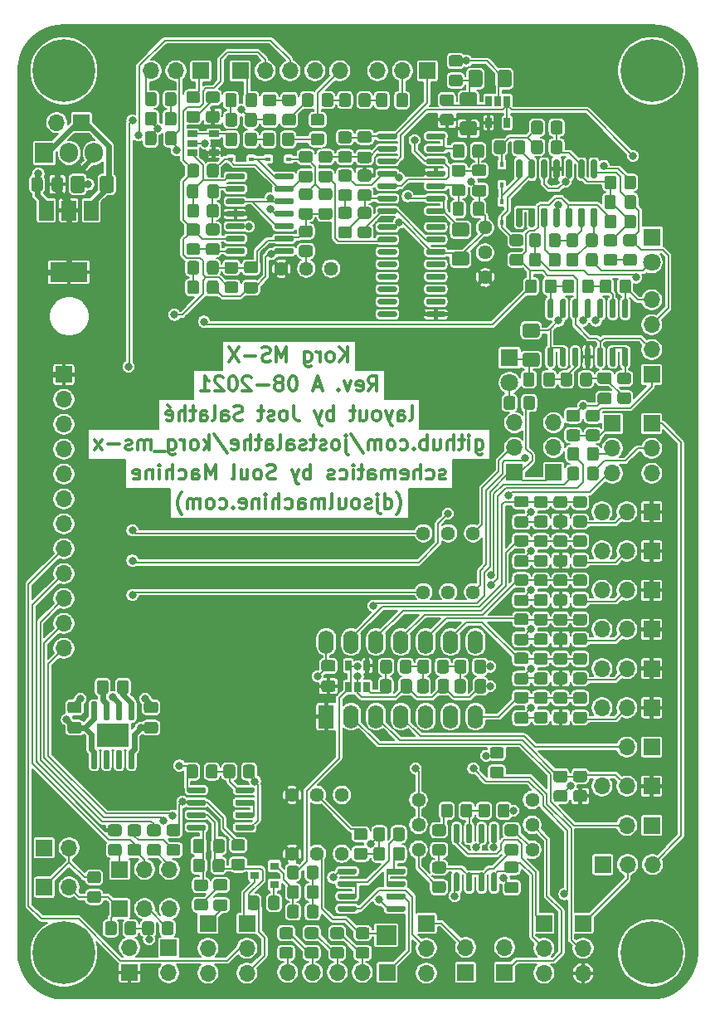
<source format=gbl>
G04 #@! TF.GenerationSoftware,KiCad,Pcbnew,(5.1.9)-1*
G04 #@! TF.CreationDate,2021-08-28T00:29:07+02:00*
G04 #@! TF.ProjectId,pcb,7063622e-6b69-4636-9164-5f7063625858,Rev. A*
G04 #@! TF.SameCoordinates,Original*
G04 #@! TF.FileFunction,Copper,L2,Bot*
G04 #@! TF.FilePolarity,Positive*
%FSLAX46Y46*%
G04 Gerber Fmt 4.6, Leading zero omitted, Abs format (unit mm)*
G04 Created by KiCad (PCBNEW (5.1.9)-1) date 2021-08-28 00:29:07*
%MOMM*%
%LPD*%
G01*
G04 APERTURE LIST*
G04 #@! TA.AperFunction,NonConductor*
%ADD10C,0.300000*%
G04 #@! TD*
G04 #@! TA.AperFunction,EtchedComponent*
%ADD11C,0.100000*%
G04 #@! TD*
G04 #@! TA.AperFunction,ComponentPad*
%ADD12C,1.440000*%
G04 #@! TD*
G04 #@! TA.AperFunction,ComponentPad*
%ADD13O,1.700000X1.700000*%
G04 #@! TD*
G04 #@! TA.AperFunction,ComponentPad*
%ADD14R,1.700000X1.700000*%
G04 #@! TD*
G04 #@! TA.AperFunction,ComponentPad*
%ADD15O,1.600000X2.400000*%
G04 #@! TD*
G04 #@! TA.AperFunction,ComponentPad*
%ADD16R,1.600000X2.400000*%
G04 #@! TD*
G04 #@! TA.AperFunction,SMDPad,CuDef*
%ADD17R,0.450000X0.600000*%
G04 #@! TD*
G04 #@! TA.AperFunction,ComponentPad*
%ADD18C,1.800000*%
G04 #@! TD*
G04 #@! TA.AperFunction,ComponentPad*
%ADD19R,1.800000X1.800000*%
G04 #@! TD*
G04 #@! TA.AperFunction,SMDPad,CuDef*
%ADD20R,0.650000X1.060000*%
G04 #@! TD*
G04 #@! TA.AperFunction,ComponentPad*
%ADD21C,0.800000*%
G04 #@! TD*
G04 #@! TA.AperFunction,ComponentPad*
%ADD22C,6.400000*%
G04 #@! TD*
G04 #@! TA.AperFunction,SMDPad,CuDef*
%ADD23C,0.500000*%
G04 #@! TD*
G04 #@! TA.AperFunction,SMDPad,CuDef*
%ADD24R,1.060000X0.650000*%
G04 #@! TD*
G04 #@! TA.AperFunction,ComponentPad*
%ADD25C,0.500000*%
G04 #@! TD*
G04 #@! TA.AperFunction,SMDPad,CuDef*
%ADD26R,3.300000X2.410000*%
G04 #@! TD*
G04 #@! TA.AperFunction,SMDPad,CuDef*
%ADD27R,1.500000X2.000000*%
G04 #@! TD*
G04 #@! TA.AperFunction,SMDPad,CuDef*
%ADD28R,3.800000X2.000000*%
G04 #@! TD*
G04 #@! TA.AperFunction,ComponentPad*
%ADD29O,1.905000X2.000000*%
G04 #@! TD*
G04 #@! TA.AperFunction,ComponentPad*
%ADD30R,1.905000X2.000000*%
G04 #@! TD*
G04 #@! TA.AperFunction,ComponentPad*
%ADD31R,2.000000X2.000000*%
G04 #@! TD*
G04 #@! TA.AperFunction,SMDPad,CuDef*
%ADD32R,0.900000X0.800000*%
G04 #@! TD*
G04 #@! TA.AperFunction,SMDPad,CuDef*
%ADD33R,0.600000X0.450000*%
G04 #@! TD*
G04 #@! TA.AperFunction,ViaPad*
%ADD34C,0.800000*%
G04 #@! TD*
G04 #@! TA.AperFunction,Conductor*
%ADD35C,0.600000*%
G04 #@! TD*
G04 #@! TA.AperFunction,Conductor*
%ADD36C,0.200000*%
G04 #@! TD*
G04 #@! TA.AperFunction,Conductor*
%ADD37C,0.100000*%
G04 #@! TD*
G04 APERTURE END LIST*
D10*
X147071428Y-92678571D02*
X147071428Y-93892857D01*
X147142857Y-94035714D01*
X147214285Y-94107142D01*
X147357142Y-94178571D01*
X147571428Y-94178571D01*
X147714285Y-94107142D01*
X147071428Y-93607142D02*
X147214285Y-93678571D01*
X147500000Y-93678571D01*
X147642857Y-93607142D01*
X147714285Y-93535714D01*
X147785714Y-93392857D01*
X147785714Y-92964285D01*
X147714285Y-92821428D01*
X147642857Y-92750000D01*
X147500000Y-92678571D01*
X147214285Y-92678571D01*
X147071428Y-92750000D01*
X146357142Y-93678571D02*
X146357142Y-92678571D01*
X146357142Y-92178571D02*
X146428571Y-92250000D01*
X146357142Y-92321428D01*
X146285714Y-92250000D01*
X146357142Y-92178571D01*
X146357142Y-92321428D01*
X145857142Y-92678571D02*
X145285714Y-92678571D01*
X145642857Y-92178571D02*
X145642857Y-93464285D01*
X145571428Y-93607142D01*
X145428571Y-93678571D01*
X145285714Y-93678571D01*
X144785714Y-93678571D02*
X144785714Y-92178571D01*
X144142857Y-93678571D02*
X144142857Y-92892857D01*
X144214285Y-92750000D01*
X144357142Y-92678571D01*
X144571428Y-92678571D01*
X144714285Y-92750000D01*
X144785714Y-92821428D01*
X142785714Y-92678571D02*
X142785714Y-93678571D01*
X143428571Y-92678571D02*
X143428571Y-93464285D01*
X143357142Y-93607142D01*
X143214285Y-93678571D01*
X143000000Y-93678571D01*
X142857142Y-93607142D01*
X142785714Y-93535714D01*
X142071428Y-93678571D02*
X142071428Y-92178571D01*
X142071428Y-92750000D02*
X141928571Y-92678571D01*
X141642857Y-92678571D01*
X141500000Y-92750000D01*
X141428571Y-92821428D01*
X141357142Y-92964285D01*
X141357142Y-93392857D01*
X141428571Y-93535714D01*
X141500000Y-93607142D01*
X141642857Y-93678571D01*
X141928571Y-93678571D01*
X142071428Y-93607142D01*
X140714285Y-93535714D02*
X140642857Y-93607142D01*
X140714285Y-93678571D01*
X140785714Y-93607142D01*
X140714285Y-93535714D01*
X140714285Y-93678571D01*
X139357142Y-93607142D02*
X139500000Y-93678571D01*
X139785714Y-93678571D01*
X139928571Y-93607142D01*
X140000000Y-93535714D01*
X140071428Y-93392857D01*
X140071428Y-92964285D01*
X140000000Y-92821428D01*
X139928571Y-92750000D01*
X139785714Y-92678571D01*
X139500000Y-92678571D01*
X139357142Y-92750000D01*
X138500000Y-93678571D02*
X138642857Y-93607142D01*
X138714285Y-93535714D01*
X138785714Y-93392857D01*
X138785714Y-92964285D01*
X138714285Y-92821428D01*
X138642857Y-92750000D01*
X138500000Y-92678571D01*
X138285714Y-92678571D01*
X138142857Y-92750000D01*
X138071428Y-92821428D01*
X138000000Y-92964285D01*
X138000000Y-93392857D01*
X138071428Y-93535714D01*
X138142857Y-93607142D01*
X138285714Y-93678571D01*
X138500000Y-93678571D01*
X137357142Y-93678571D02*
X137357142Y-92678571D01*
X137357142Y-92821428D02*
X137285714Y-92750000D01*
X137142857Y-92678571D01*
X136928571Y-92678571D01*
X136785714Y-92750000D01*
X136714285Y-92892857D01*
X136714285Y-93678571D01*
X136714285Y-92892857D02*
X136642857Y-92750000D01*
X136500000Y-92678571D01*
X136285714Y-92678571D01*
X136142857Y-92750000D01*
X136071428Y-92892857D01*
X136071428Y-93678571D01*
X134285714Y-92107142D02*
X135571428Y-94035714D01*
X133785714Y-92678571D02*
X133785714Y-93964285D01*
X133857142Y-94107142D01*
X134000000Y-94178571D01*
X134071428Y-94178571D01*
X133785714Y-92178571D02*
X133857142Y-92250000D01*
X133785714Y-92321428D01*
X133714285Y-92250000D01*
X133785714Y-92178571D01*
X133785714Y-92321428D01*
X132857142Y-93678571D02*
X133000000Y-93607142D01*
X133071428Y-93535714D01*
X133142857Y-93392857D01*
X133142857Y-92964285D01*
X133071428Y-92821428D01*
X133000000Y-92750000D01*
X132857142Y-92678571D01*
X132642857Y-92678571D01*
X132500000Y-92750000D01*
X132428571Y-92821428D01*
X132357142Y-92964285D01*
X132357142Y-93392857D01*
X132428571Y-93535714D01*
X132500000Y-93607142D01*
X132642857Y-93678571D01*
X132857142Y-93678571D01*
X131785714Y-93607142D02*
X131642857Y-93678571D01*
X131357142Y-93678571D01*
X131214285Y-93607142D01*
X131142857Y-93464285D01*
X131142857Y-93392857D01*
X131214285Y-93250000D01*
X131357142Y-93178571D01*
X131571428Y-93178571D01*
X131714285Y-93107142D01*
X131785714Y-92964285D01*
X131785714Y-92892857D01*
X131714285Y-92750000D01*
X131571428Y-92678571D01*
X131357142Y-92678571D01*
X131214285Y-92750000D01*
X130714285Y-92678571D02*
X130142857Y-92678571D01*
X130500000Y-92178571D02*
X130500000Y-93464285D01*
X130428571Y-93607142D01*
X130285714Y-93678571D01*
X130142857Y-93678571D01*
X129714285Y-93607142D02*
X129571428Y-93678571D01*
X129285714Y-93678571D01*
X129142857Y-93607142D01*
X129071428Y-93464285D01*
X129071428Y-93392857D01*
X129142857Y-93250000D01*
X129285714Y-93178571D01*
X129500000Y-93178571D01*
X129642857Y-93107142D01*
X129714285Y-92964285D01*
X129714285Y-92892857D01*
X129642857Y-92750000D01*
X129500000Y-92678571D01*
X129285714Y-92678571D01*
X129142857Y-92750000D01*
X127785714Y-93678571D02*
X127785714Y-92892857D01*
X127857142Y-92750000D01*
X128000000Y-92678571D01*
X128285714Y-92678571D01*
X128428571Y-92750000D01*
X127785714Y-93607142D02*
X127928571Y-93678571D01*
X128285714Y-93678571D01*
X128428571Y-93607142D01*
X128500000Y-93464285D01*
X128500000Y-93321428D01*
X128428571Y-93178571D01*
X128285714Y-93107142D01*
X127928571Y-93107142D01*
X127785714Y-93035714D01*
X126857142Y-93678571D02*
X127000000Y-93607142D01*
X127071428Y-93464285D01*
X127071428Y-92178571D01*
X125642857Y-93678571D02*
X125642857Y-92892857D01*
X125714285Y-92750000D01*
X125857142Y-92678571D01*
X126142857Y-92678571D01*
X126285714Y-92750000D01*
X125642857Y-93607142D02*
X125785714Y-93678571D01*
X126142857Y-93678571D01*
X126285714Y-93607142D01*
X126357142Y-93464285D01*
X126357142Y-93321428D01*
X126285714Y-93178571D01*
X126142857Y-93107142D01*
X125785714Y-93107142D01*
X125642857Y-93035714D01*
X125142857Y-92678571D02*
X124571428Y-92678571D01*
X124928571Y-92178571D02*
X124928571Y-93464285D01*
X124857142Y-93607142D01*
X124714285Y-93678571D01*
X124571428Y-93678571D01*
X124071428Y-93678571D02*
X124071428Y-92178571D01*
X123428571Y-93678571D02*
X123428571Y-92892857D01*
X123500000Y-92750000D01*
X123642857Y-92678571D01*
X123857142Y-92678571D01*
X124000000Y-92750000D01*
X124071428Y-92821428D01*
X122142857Y-93607142D02*
X122285714Y-93678571D01*
X122571428Y-93678571D01*
X122714285Y-93607142D01*
X122785714Y-93464285D01*
X122785714Y-92892857D01*
X122714285Y-92750000D01*
X122571428Y-92678571D01*
X122285714Y-92678571D01*
X122142857Y-92750000D01*
X122071428Y-92892857D01*
X122071428Y-93035714D01*
X122785714Y-93178571D01*
X120357142Y-92107142D02*
X121642857Y-94035714D01*
X119857142Y-93678571D02*
X119857142Y-92178571D01*
X119714285Y-93107142D02*
X119285714Y-93678571D01*
X119285714Y-92678571D02*
X119857142Y-93250000D01*
X118428571Y-93678571D02*
X118571428Y-93607142D01*
X118642857Y-93535714D01*
X118714285Y-93392857D01*
X118714285Y-92964285D01*
X118642857Y-92821428D01*
X118571428Y-92750000D01*
X118428571Y-92678571D01*
X118214285Y-92678571D01*
X118071428Y-92750000D01*
X118000000Y-92821428D01*
X117928571Y-92964285D01*
X117928571Y-93392857D01*
X118000000Y-93535714D01*
X118071428Y-93607142D01*
X118214285Y-93678571D01*
X118428571Y-93678571D01*
X117285714Y-93678571D02*
X117285714Y-92678571D01*
X117285714Y-92964285D02*
X117214285Y-92821428D01*
X117142857Y-92750000D01*
X117000000Y-92678571D01*
X116857142Y-92678571D01*
X115714285Y-92678571D02*
X115714285Y-93892857D01*
X115785714Y-94035714D01*
X115857142Y-94107142D01*
X116000000Y-94178571D01*
X116214285Y-94178571D01*
X116357142Y-94107142D01*
X115714285Y-93607142D02*
X115857142Y-93678571D01*
X116142857Y-93678571D01*
X116285714Y-93607142D01*
X116357142Y-93535714D01*
X116428571Y-93392857D01*
X116428571Y-92964285D01*
X116357142Y-92821428D01*
X116285714Y-92750000D01*
X116142857Y-92678571D01*
X115857142Y-92678571D01*
X115714285Y-92750000D01*
X115357142Y-93821428D02*
X114214285Y-93821428D01*
X113857142Y-93678571D02*
X113857142Y-92678571D01*
X113857142Y-92821428D02*
X113785714Y-92750000D01*
X113642857Y-92678571D01*
X113428571Y-92678571D01*
X113285714Y-92750000D01*
X113214285Y-92892857D01*
X113214285Y-93678571D01*
X113214285Y-92892857D02*
X113142857Y-92750000D01*
X113000000Y-92678571D01*
X112785714Y-92678571D01*
X112642857Y-92750000D01*
X112571428Y-92892857D01*
X112571428Y-93678571D01*
X111928571Y-93607142D02*
X111785714Y-93678571D01*
X111500000Y-93678571D01*
X111357142Y-93607142D01*
X111285714Y-93464285D01*
X111285714Y-93392857D01*
X111357142Y-93250000D01*
X111500000Y-93178571D01*
X111714285Y-93178571D01*
X111857142Y-93107142D01*
X111928571Y-92964285D01*
X111928571Y-92892857D01*
X111857142Y-92750000D01*
X111714285Y-92678571D01*
X111500000Y-92678571D01*
X111357142Y-92750000D01*
X110642857Y-93107142D02*
X109500000Y-93107142D01*
X108928571Y-93678571D02*
X108142857Y-92678571D01*
X108928571Y-92678571D02*
X108142857Y-93678571D01*
X138964285Y-100250000D02*
X139035714Y-100178571D01*
X139178571Y-99964285D01*
X139250000Y-99821428D01*
X139321428Y-99607142D01*
X139392857Y-99250000D01*
X139392857Y-98964285D01*
X139321428Y-98607142D01*
X139250000Y-98392857D01*
X139178571Y-98250000D01*
X139035714Y-98035714D01*
X138964285Y-97964285D01*
X137750000Y-99678571D02*
X137750000Y-98178571D01*
X137750000Y-99607142D02*
X137892857Y-99678571D01*
X138178571Y-99678571D01*
X138321428Y-99607142D01*
X138392857Y-99535714D01*
X138464285Y-99392857D01*
X138464285Y-98964285D01*
X138392857Y-98821428D01*
X138321428Y-98750000D01*
X138178571Y-98678571D01*
X137892857Y-98678571D01*
X137750000Y-98750000D01*
X137035714Y-98678571D02*
X137035714Y-99964285D01*
X137107142Y-100107142D01*
X137250000Y-100178571D01*
X137321428Y-100178571D01*
X137035714Y-98178571D02*
X137107142Y-98250000D01*
X137035714Y-98321428D01*
X136964285Y-98250000D01*
X137035714Y-98178571D01*
X137035714Y-98321428D01*
X136392857Y-99607142D02*
X136250000Y-99678571D01*
X135964285Y-99678571D01*
X135821428Y-99607142D01*
X135750000Y-99464285D01*
X135750000Y-99392857D01*
X135821428Y-99250000D01*
X135964285Y-99178571D01*
X136178571Y-99178571D01*
X136321428Y-99107142D01*
X136392857Y-98964285D01*
X136392857Y-98892857D01*
X136321428Y-98750000D01*
X136178571Y-98678571D01*
X135964285Y-98678571D01*
X135821428Y-98750000D01*
X134892857Y-99678571D02*
X135035714Y-99607142D01*
X135107142Y-99535714D01*
X135178571Y-99392857D01*
X135178571Y-98964285D01*
X135107142Y-98821428D01*
X135035714Y-98750000D01*
X134892857Y-98678571D01*
X134678571Y-98678571D01*
X134535714Y-98750000D01*
X134464285Y-98821428D01*
X134392857Y-98964285D01*
X134392857Y-99392857D01*
X134464285Y-99535714D01*
X134535714Y-99607142D01*
X134678571Y-99678571D01*
X134892857Y-99678571D01*
X133107142Y-98678571D02*
X133107142Y-99678571D01*
X133750000Y-98678571D02*
X133750000Y-99464285D01*
X133678571Y-99607142D01*
X133535714Y-99678571D01*
X133321428Y-99678571D01*
X133178571Y-99607142D01*
X133107142Y-99535714D01*
X132178571Y-99678571D02*
X132321428Y-99607142D01*
X132392857Y-99464285D01*
X132392857Y-98178571D01*
X131607142Y-99678571D02*
X131607142Y-98678571D01*
X131607142Y-98821428D02*
X131535714Y-98750000D01*
X131392857Y-98678571D01*
X131178571Y-98678571D01*
X131035714Y-98750000D01*
X130964285Y-98892857D01*
X130964285Y-99678571D01*
X130964285Y-98892857D02*
X130892857Y-98750000D01*
X130750000Y-98678571D01*
X130535714Y-98678571D01*
X130392857Y-98750000D01*
X130321428Y-98892857D01*
X130321428Y-99678571D01*
X128964285Y-99678571D02*
X128964285Y-98892857D01*
X129035714Y-98750000D01*
X129178571Y-98678571D01*
X129464285Y-98678571D01*
X129607142Y-98750000D01*
X128964285Y-99607142D02*
X129107142Y-99678571D01*
X129464285Y-99678571D01*
X129607142Y-99607142D01*
X129678571Y-99464285D01*
X129678571Y-99321428D01*
X129607142Y-99178571D01*
X129464285Y-99107142D01*
X129107142Y-99107142D01*
X128964285Y-99035714D01*
X127607142Y-99607142D02*
X127750000Y-99678571D01*
X128035714Y-99678571D01*
X128178571Y-99607142D01*
X128250000Y-99535714D01*
X128321428Y-99392857D01*
X128321428Y-98964285D01*
X128250000Y-98821428D01*
X128178571Y-98750000D01*
X128035714Y-98678571D01*
X127750000Y-98678571D01*
X127607142Y-98750000D01*
X126964285Y-99678571D02*
X126964285Y-98178571D01*
X126321428Y-99678571D02*
X126321428Y-98892857D01*
X126392857Y-98750000D01*
X126535714Y-98678571D01*
X126750000Y-98678571D01*
X126892857Y-98750000D01*
X126964285Y-98821428D01*
X125607142Y-99678571D02*
X125607142Y-98678571D01*
X125607142Y-98178571D02*
X125678571Y-98250000D01*
X125607142Y-98321428D01*
X125535714Y-98250000D01*
X125607142Y-98178571D01*
X125607142Y-98321428D01*
X124892857Y-98678571D02*
X124892857Y-99678571D01*
X124892857Y-98821428D02*
X124821428Y-98750000D01*
X124678571Y-98678571D01*
X124464285Y-98678571D01*
X124321428Y-98750000D01*
X124250000Y-98892857D01*
X124250000Y-99678571D01*
X122964285Y-99607142D02*
X123107142Y-99678571D01*
X123392857Y-99678571D01*
X123535714Y-99607142D01*
X123607142Y-99464285D01*
X123607142Y-98892857D01*
X123535714Y-98750000D01*
X123392857Y-98678571D01*
X123107142Y-98678571D01*
X122964285Y-98750000D01*
X122892857Y-98892857D01*
X122892857Y-99035714D01*
X123607142Y-99178571D01*
X122250000Y-99535714D02*
X122178571Y-99607142D01*
X122250000Y-99678571D01*
X122321428Y-99607142D01*
X122250000Y-99535714D01*
X122250000Y-99678571D01*
X120892857Y-99607142D02*
X121035714Y-99678571D01*
X121321428Y-99678571D01*
X121464285Y-99607142D01*
X121535714Y-99535714D01*
X121607142Y-99392857D01*
X121607142Y-98964285D01*
X121535714Y-98821428D01*
X121464285Y-98750000D01*
X121321428Y-98678571D01*
X121035714Y-98678571D01*
X120892857Y-98750000D01*
X120035714Y-99678571D02*
X120178571Y-99607142D01*
X120250000Y-99535714D01*
X120321428Y-99392857D01*
X120321428Y-98964285D01*
X120250000Y-98821428D01*
X120178571Y-98750000D01*
X120035714Y-98678571D01*
X119821428Y-98678571D01*
X119678571Y-98750000D01*
X119607142Y-98821428D01*
X119535714Y-98964285D01*
X119535714Y-99392857D01*
X119607142Y-99535714D01*
X119678571Y-99607142D01*
X119821428Y-99678571D01*
X120035714Y-99678571D01*
X118892857Y-99678571D02*
X118892857Y-98678571D01*
X118892857Y-98821428D02*
X118821428Y-98750000D01*
X118678571Y-98678571D01*
X118464285Y-98678571D01*
X118321428Y-98750000D01*
X118250000Y-98892857D01*
X118250000Y-99678571D01*
X118250000Y-98892857D02*
X118178571Y-98750000D01*
X118035714Y-98678571D01*
X117821428Y-98678571D01*
X117678571Y-98750000D01*
X117607142Y-98892857D01*
X117607142Y-99678571D01*
X117035714Y-100250000D02*
X116964285Y-100178571D01*
X116821428Y-99964285D01*
X116750000Y-99821428D01*
X116678571Y-99607142D01*
X116607142Y-99250000D01*
X116607142Y-98964285D01*
X116678571Y-98607142D01*
X116750000Y-98392857D01*
X116821428Y-98250000D01*
X116964285Y-98035714D01*
X117035714Y-97964285D01*
X143964285Y-96607142D02*
X143821428Y-96678571D01*
X143535714Y-96678571D01*
X143392857Y-96607142D01*
X143321428Y-96464285D01*
X143321428Y-96392857D01*
X143392857Y-96250000D01*
X143535714Y-96178571D01*
X143750000Y-96178571D01*
X143892857Y-96107142D01*
X143964285Y-95964285D01*
X143964285Y-95892857D01*
X143892857Y-95750000D01*
X143750000Y-95678571D01*
X143535714Y-95678571D01*
X143392857Y-95750000D01*
X142035714Y-96607142D02*
X142178571Y-96678571D01*
X142464285Y-96678571D01*
X142607142Y-96607142D01*
X142678571Y-96535714D01*
X142750000Y-96392857D01*
X142750000Y-95964285D01*
X142678571Y-95821428D01*
X142607142Y-95750000D01*
X142464285Y-95678571D01*
X142178571Y-95678571D01*
X142035714Y-95750000D01*
X141392857Y-96678571D02*
X141392857Y-95178571D01*
X140750000Y-96678571D02*
X140750000Y-95892857D01*
X140821428Y-95750000D01*
X140964285Y-95678571D01*
X141178571Y-95678571D01*
X141321428Y-95750000D01*
X141392857Y-95821428D01*
X139464285Y-96607142D02*
X139607142Y-96678571D01*
X139892857Y-96678571D01*
X140035714Y-96607142D01*
X140107142Y-96464285D01*
X140107142Y-95892857D01*
X140035714Y-95750000D01*
X139892857Y-95678571D01*
X139607142Y-95678571D01*
X139464285Y-95750000D01*
X139392857Y-95892857D01*
X139392857Y-96035714D01*
X140107142Y-96178571D01*
X138750000Y-96678571D02*
X138750000Y-95678571D01*
X138750000Y-95821428D02*
X138678571Y-95750000D01*
X138535714Y-95678571D01*
X138321428Y-95678571D01*
X138178571Y-95750000D01*
X138107142Y-95892857D01*
X138107142Y-96678571D01*
X138107142Y-95892857D02*
X138035714Y-95750000D01*
X137892857Y-95678571D01*
X137678571Y-95678571D01*
X137535714Y-95750000D01*
X137464285Y-95892857D01*
X137464285Y-96678571D01*
X136107142Y-96678571D02*
X136107142Y-95892857D01*
X136178571Y-95750000D01*
X136321428Y-95678571D01*
X136607142Y-95678571D01*
X136750000Y-95750000D01*
X136107142Y-96607142D02*
X136250000Y-96678571D01*
X136607142Y-96678571D01*
X136750000Y-96607142D01*
X136821428Y-96464285D01*
X136821428Y-96321428D01*
X136750000Y-96178571D01*
X136607142Y-96107142D01*
X136250000Y-96107142D01*
X136107142Y-96035714D01*
X135607142Y-95678571D02*
X135035714Y-95678571D01*
X135392857Y-95178571D02*
X135392857Y-96464285D01*
X135321428Y-96607142D01*
X135178571Y-96678571D01*
X135035714Y-96678571D01*
X134535714Y-96678571D02*
X134535714Y-95678571D01*
X134535714Y-95178571D02*
X134607142Y-95250000D01*
X134535714Y-95321428D01*
X134464285Y-95250000D01*
X134535714Y-95178571D01*
X134535714Y-95321428D01*
X133178571Y-96607142D02*
X133321428Y-96678571D01*
X133607142Y-96678571D01*
X133750000Y-96607142D01*
X133821428Y-96535714D01*
X133892857Y-96392857D01*
X133892857Y-95964285D01*
X133821428Y-95821428D01*
X133750000Y-95750000D01*
X133607142Y-95678571D01*
X133321428Y-95678571D01*
X133178571Y-95750000D01*
X132607142Y-96607142D02*
X132464285Y-96678571D01*
X132178571Y-96678571D01*
X132035714Y-96607142D01*
X131964285Y-96464285D01*
X131964285Y-96392857D01*
X132035714Y-96250000D01*
X132178571Y-96178571D01*
X132392857Y-96178571D01*
X132535714Y-96107142D01*
X132607142Y-95964285D01*
X132607142Y-95892857D01*
X132535714Y-95750000D01*
X132392857Y-95678571D01*
X132178571Y-95678571D01*
X132035714Y-95750000D01*
X130178571Y-96678571D02*
X130178571Y-95178571D01*
X130178571Y-95750000D02*
X130035714Y-95678571D01*
X129750000Y-95678571D01*
X129607142Y-95750000D01*
X129535714Y-95821428D01*
X129464285Y-95964285D01*
X129464285Y-96392857D01*
X129535714Y-96535714D01*
X129607142Y-96607142D01*
X129750000Y-96678571D01*
X130035714Y-96678571D01*
X130178571Y-96607142D01*
X128964285Y-95678571D02*
X128607142Y-96678571D01*
X128250000Y-95678571D02*
X128607142Y-96678571D01*
X128750000Y-97035714D01*
X128821428Y-97107142D01*
X128964285Y-97178571D01*
X126607142Y-96607142D02*
X126392857Y-96678571D01*
X126035714Y-96678571D01*
X125892857Y-96607142D01*
X125821428Y-96535714D01*
X125750000Y-96392857D01*
X125750000Y-96250000D01*
X125821428Y-96107142D01*
X125892857Y-96035714D01*
X126035714Y-95964285D01*
X126321428Y-95892857D01*
X126464285Y-95821428D01*
X126535714Y-95750000D01*
X126607142Y-95607142D01*
X126607142Y-95464285D01*
X126535714Y-95321428D01*
X126464285Y-95250000D01*
X126321428Y-95178571D01*
X125964285Y-95178571D01*
X125750000Y-95250000D01*
X124892857Y-96678571D02*
X125035714Y-96607142D01*
X125107142Y-96535714D01*
X125178571Y-96392857D01*
X125178571Y-95964285D01*
X125107142Y-95821428D01*
X125035714Y-95750000D01*
X124892857Y-95678571D01*
X124678571Y-95678571D01*
X124535714Y-95750000D01*
X124464285Y-95821428D01*
X124392857Y-95964285D01*
X124392857Y-96392857D01*
X124464285Y-96535714D01*
X124535714Y-96607142D01*
X124678571Y-96678571D01*
X124892857Y-96678571D01*
X123107142Y-95678571D02*
X123107142Y-96678571D01*
X123750000Y-95678571D02*
X123750000Y-96464285D01*
X123678571Y-96607142D01*
X123535714Y-96678571D01*
X123321428Y-96678571D01*
X123178571Y-96607142D01*
X123107142Y-96535714D01*
X122178571Y-96678571D02*
X122321428Y-96607142D01*
X122392857Y-96464285D01*
X122392857Y-95178571D01*
X120464285Y-96678571D02*
X120464285Y-95178571D01*
X119964285Y-96250000D01*
X119464285Y-95178571D01*
X119464285Y-96678571D01*
X118107142Y-96678571D02*
X118107142Y-95892857D01*
X118178571Y-95750000D01*
X118321428Y-95678571D01*
X118607142Y-95678571D01*
X118750000Y-95750000D01*
X118107142Y-96607142D02*
X118250000Y-96678571D01*
X118607142Y-96678571D01*
X118750000Y-96607142D01*
X118821428Y-96464285D01*
X118821428Y-96321428D01*
X118750000Y-96178571D01*
X118607142Y-96107142D01*
X118250000Y-96107142D01*
X118107142Y-96035714D01*
X116750000Y-96607142D02*
X116892857Y-96678571D01*
X117178571Y-96678571D01*
X117321428Y-96607142D01*
X117392857Y-96535714D01*
X117464285Y-96392857D01*
X117464285Y-95964285D01*
X117392857Y-95821428D01*
X117321428Y-95750000D01*
X117178571Y-95678571D01*
X116892857Y-95678571D01*
X116750000Y-95750000D01*
X116107142Y-96678571D02*
X116107142Y-95178571D01*
X115464285Y-96678571D02*
X115464285Y-95892857D01*
X115535714Y-95750000D01*
X115678571Y-95678571D01*
X115892857Y-95678571D01*
X116035714Y-95750000D01*
X116107142Y-95821428D01*
X114750000Y-96678571D02*
X114750000Y-95678571D01*
X114750000Y-95178571D02*
X114821428Y-95250000D01*
X114750000Y-95321428D01*
X114678571Y-95250000D01*
X114750000Y-95178571D01*
X114750000Y-95321428D01*
X114035714Y-95678571D02*
X114035714Y-96678571D01*
X114035714Y-95821428D02*
X113964285Y-95750000D01*
X113821428Y-95678571D01*
X113607142Y-95678571D01*
X113464285Y-95750000D01*
X113392857Y-95892857D01*
X113392857Y-96678571D01*
X112107142Y-96607142D02*
X112250000Y-96678571D01*
X112535714Y-96678571D01*
X112678571Y-96607142D01*
X112750000Y-96464285D01*
X112750000Y-95892857D01*
X112678571Y-95750000D01*
X112535714Y-95678571D01*
X112250000Y-95678571D01*
X112107142Y-95750000D01*
X112035714Y-95892857D01*
X112035714Y-96035714D01*
X112750000Y-96178571D01*
X140321428Y-90678571D02*
X140464285Y-90607142D01*
X140535714Y-90464285D01*
X140535714Y-89178571D01*
X139107142Y-90678571D02*
X139107142Y-89892857D01*
X139178571Y-89750000D01*
X139321428Y-89678571D01*
X139607142Y-89678571D01*
X139750000Y-89750000D01*
X139107142Y-90607142D02*
X139250000Y-90678571D01*
X139607142Y-90678571D01*
X139750000Y-90607142D01*
X139821428Y-90464285D01*
X139821428Y-90321428D01*
X139750000Y-90178571D01*
X139607142Y-90107142D01*
X139250000Y-90107142D01*
X139107142Y-90035714D01*
X138535714Y-89678571D02*
X138178571Y-90678571D01*
X137821428Y-89678571D02*
X138178571Y-90678571D01*
X138321428Y-91035714D01*
X138392857Y-91107142D01*
X138535714Y-91178571D01*
X137035714Y-90678571D02*
X137178571Y-90607142D01*
X137250000Y-90535714D01*
X137321428Y-90392857D01*
X137321428Y-89964285D01*
X137250000Y-89821428D01*
X137178571Y-89750000D01*
X137035714Y-89678571D01*
X136821428Y-89678571D01*
X136678571Y-89750000D01*
X136607142Y-89821428D01*
X136535714Y-89964285D01*
X136535714Y-90392857D01*
X136607142Y-90535714D01*
X136678571Y-90607142D01*
X136821428Y-90678571D01*
X137035714Y-90678571D01*
X135250000Y-89678571D02*
X135250000Y-90678571D01*
X135892857Y-89678571D02*
X135892857Y-90464285D01*
X135821428Y-90607142D01*
X135678571Y-90678571D01*
X135464285Y-90678571D01*
X135321428Y-90607142D01*
X135250000Y-90535714D01*
X134750000Y-89678571D02*
X134178571Y-89678571D01*
X134535714Y-89178571D02*
X134535714Y-90464285D01*
X134464285Y-90607142D01*
X134321428Y-90678571D01*
X134178571Y-90678571D01*
X132535714Y-90678571D02*
X132535714Y-89178571D01*
X132535714Y-89750000D02*
X132392857Y-89678571D01*
X132107142Y-89678571D01*
X131964285Y-89750000D01*
X131892857Y-89821428D01*
X131821428Y-89964285D01*
X131821428Y-90392857D01*
X131892857Y-90535714D01*
X131964285Y-90607142D01*
X132107142Y-90678571D01*
X132392857Y-90678571D01*
X132535714Y-90607142D01*
X131321428Y-89678571D02*
X130964285Y-90678571D01*
X130607142Y-89678571D02*
X130964285Y-90678571D01*
X131107142Y-91035714D01*
X131178571Y-91107142D01*
X131321428Y-91178571D01*
X128464285Y-89178571D02*
X128464285Y-90250000D01*
X128535714Y-90464285D01*
X128678571Y-90607142D01*
X128892857Y-90678571D01*
X129035714Y-90678571D01*
X127535714Y-90678571D02*
X127678571Y-90607142D01*
X127750000Y-90535714D01*
X127821428Y-90392857D01*
X127821428Y-89964285D01*
X127750000Y-89821428D01*
X127678571Y-89750000D01*
X127535714Y-89678571D01*
X127321428Y-89678571D01*
X127178571Y-89750000D01*
X127107142Y-89821428D01*
X127035714Y-89964285D01*
X127035714Y-90392857D01*
X127107142Y-90535714D01*
X127178571Y-90607142D01*
X127321428Y-90678571D01*
X127535714Y-90678571D01*
X126464285Y-90607142D02*
X126321428Y-90678571D01*
X126035714Y-90678571D01*
X125892857Y-90607142D01*
X125821428Y-90464285D01*
X125821428Y-90392857D01*
X125892857Y-90250000D01*
X126035714Y-90178571D01*
X126250000Y-90178571D01*
X126392857Y-90107142D01*
X126464285Y-89964285D01*
X126464285Y-89892857D01*
X126392857Y-89750000D01*
X126250000Y-89678571D01*
X126035714Y-89678571D01*
X125892857Y-89750000D01*
X125392857Y-89678571D02*
X124821428Y-89678571D01*
X125178571Y-89178571D02*
X125178571Y-90464285D01*
X125107142Y-90607142D01*
X124964285Y-90678571D01*
X124821428Y-90678571D01*
X123250000Y-90607142D02*
X123035714Y-90678571D01*
X122678571Y-90678571D01*
X122535714Y-90607142D01*
X122464285Y-90535714D01*
X122392857Y-90392857D01*
X122392857Y-90250000D01*
X122464285Y-90107142D01*
X122535714Y-90035714D01*
X122678571Y-89964285D01*
X122964285Y-89892857D01*
X123107142Y-89821428D01*
X123178571Y-89750000D01*
X123250000Y-89607142D01*
X123250000Y-89464285D01*
X123178571Y-89321428D01*
X123107142Y-89250000D01*
X122964285Y-89178571D01*
X122607142Y-89178571D01*
X122392857Y-89250000D01*
X121107142Y-90678571D02*
X121107142Y-89892857D01*
X121178571Y-89750000D01*
X121321428Y-89678571D01*
X121607142Y-89678571D01*
X121750000Y-89750000D01*
X121107142Y-90607142D02*
X121250000Y-90678571D01*
X121607142Y-90678571D01*
X121750000Y-90607142D01*
X121821428Y-90464285D01*
X121821428Y-90321428D01*
X121750000Y-90178571D01*
X121607142Y-90107142D01*
X121250000Y-90107142D01*
X121107142Y-90035714D01*
X120178571Y-90678571D02*
X120321428Y-90607142D01*
X120392857Y-90464285D01*
X120392857Y-89178571D01*
X118964285Y-90678571D02*
X118964285Y-89892857D01*
X119035714Y-89750000D01*
X119178571Y-89678571D01*
X119464285Y-89678571D01*
X119607142Y-89750000D01*
X118964285Y-90607142D02*
X119107142Y-90678571D01*
X119464285Y-90678571D01*
X119607142Y-90607142D01*
X119678571Y-90464285D01*
X119678571Y-90321428D01*
X119607142Y-90178571D01*
X119464285Y-90107142D01*
X119107142Y-90107142D01*
X118964285Y-90035714D01*
X118464285Y-89678571D02*
X117892857Y-89678571D01*
X118250000Y-89178571D02*
X118250000Y-90464285D01*
X118178571Y-90607142D01*
X118035714Y-90678571D01*
X117892857Y-90678571D01*
X117392857Y-90678571D02*
X117392857Y-89178571D01*
X116750000Y-90678571D02*
X116750000Y-89892857D01*
X116821428Y-89750000D01*
X116964285Y-89678571D01*
X117178571Y-89678571D01*
X117321428Y-89750000D01*
X117392857Y-89821428D01*
X115464285Y-90607142D02*
X115607142Y-90678571D01*
X115892857Y-90678571D01*
X116035714Y-90607142D01*
X116107142Y-90464285D01*
X116107142Y-89892857D01*
X116035714Y-89750000D01*
X115892857Y-89678571D01*
X115607142Y-89678571D01*
X115464285Y-89750000D01*
X115392857Y-89892857D01*
X115392857Y-90035714D01*
X116107142Y-90178571D01*
X115607142Y-89107142D02*
X115821428Y-89321428D01*
X136107142Y-87678571D02*
X136607142Y-86964285D01*
X136964285Y-87678571D02*
X136964285Y-86178571D01*
X136392857Y-86178571D01*
X136250000Y-86250000D01*
X136178571Y-86321428D01*
X136107142Y-86464285D01*
X136107142Y-86678571D01*
X136178571Y-86821428D01*
X136250000Y-86892857D01*
X136392857Y-86964285D01*
X136964285Y-86964285D01*
X134892857Y-87607142D02*
X135035714Y-87678571D01*
X135321428Y-87678571D01*
X135464285Y-87607142D01*
X135535714Y-87464285D01*
X135535714Y-86892857D01*
X135464285Y-86750000D01*
X135321428Y-86678571D01*
X135035714Y-86678571D01*
X134892857Y-86750000D01*
X134821428Y-86892857D01*
X134821428Y-87035714D01*
X135535714Y-87178571D01*
X134321428Y-86678571D02*
X133964285Y-87678571D01*
X133607142Y-86678571D01*
X133035714Y-87535714D02*
X132964285Y-87607142D01*
X133035714Y-87678571D01*
X133107142Y-87607142D01*
X133035714Y-87535714D01*
X133035714Y-87678571D01*
X131250000Y-87250000D02*
X130535714Y-87250000D01*
X131392857Y-87678571D02*
X130892857Y-86178571D01*
X130392857Y-87678571D01*
X128464285Y-86178571D02*
X128321428Y-86178571D01*
X128178571Y-86250000D01*
X128107142Y-86321428D01*
X128035714Y-86464285D01*
X127964285Y-86750000D01*
X127964285Y-87107142D01*
X128035714Y-87392857D01*
X128107142Y-87535714D01*
X128178571Y-87607142D01*
X128321428Y-87678571D01*
X128464285Y-87678571D01*
X128607142Y-87607142D01*
X128678571Y-87535714D01*
X128750000Y-87392857D01*
X128821428Y-87107142D01*
X128821428Y-86750000D01*
X128750000Y-86464285D01*
X128678571Y-86321428D01*
X128607142Y-86250000D01*
X128464285Y-86178571D01*
X127107142Y-86821428D02*
X127250000Y-86750000D01*
X127321428Y-86678571D01*
X127392857Y-86535714D01*
X127392857Y-86464285D01*
X127321428Y-86321428D01*
X127250000Y-86250000D01*
X127107142Y-86178571D01*
X126821428Y-86178571D01*
X126678571Y-86250000D01*
X126607142Y-86321428D01*
X126535714Y-86464285D01*
X126535714Y-86535714D01*
X126607142Y-86678571D01*
X126678571Y-86750000D01*
X126821428Y-86821428D01*
X127107142Y-86821428D01*
X127250000Y-86892857D01*
X127321428Y-86964285D01*
X127392857Y-87107142D01*
X127392857Y-87392857D01*
X127321428Y-87535714D01*
X127250000Y-87607142D01*
X127107142Y-87678571D01*
X126821428Y-87678571D01*
X126678571Y-87607142D01*
X126607142Y-87535714D01*
X126535714Y-87392857D01*
X126535714Y-87107142D01*
X126607142Y-86964285D01*
X126678571Y-86892857D01*
X126821428Y-86821428D01*
X125892857Y-87107142D02*
X124750000Y-87107142D01*
X124107142Y-86321428D02*
X124035714Y-86250000D01*
X123892857Y-86178571D01*
X123535714Y-86178571D01*
X123392857Y-86250000D01*
X123321428Y-86321428D01*
X123250000Y-86464285D01*
X123250000Y-86607142D01*
X123321428Y-86821428D01*
X124178571Y-87678571D01*
X123250000Y-87678571D01*
X122321428Y-86178571D02*
X122178571Y-86178571D01*
X122035714Y-86250000D01*
X121964285Y-86321428D01*
X121892857Y-86464285D01*
X121821428Y-86750000D01*
X121821428Y-87107142D01*
X121892857Y-87392857D01*
X121964285Y-87535714D01*
X122035714Y-87607142D01*
X122178571Y-87678571D01*
X122321428Y-87678571D01*
X122464285Y-87607142D01*
X122535714Y-87535714D01*
X122607142Y-87392857D01*
X122678571Y-87107142D01*
X122678571Y-86750000D01*
X122607142Y-86464285D01*
X122535714Y-86321428D01*
X122464285Y-86250000D01*
X122321428Y-86178571D01*
X121250000Y-86321428D02*
X121178571Y-86250000D01*
X121035714Y-86178571D01*
X120678571Y-86178571D01*
X120535714Y-86250000D01*
X120464285Y-86321428D01*
X120392857Y-86464285D01*
X120392857Y-86607142D01*
X120464285Y-86821428D01*
X121321428Y-87678571D01*
X120392857Y-87678571D01*
X118964285Y-87678571D02*
X119821428Y-87678571D01*
X119392857Y-87678571D02*
X119392857Y-86178571D01*
X119535714Y-86392857D01*
X119678571Y-86535714D01*
X119821428Y-86607142D01*
X134000000Y-84678571D02*
X134000000Y-83178571D01*
X133142857Y-84678571D02*
X133785714Y-83821428D01*
X133142857Y-83178571D02*
X134000000Y-84035714D01*
X132285714Y-84678571D02*
X132428571Y-84607142D01*
X132500000Y-84535714D01*
X132571428Y-84392857D01*
X132571428Y-83964285D01*
X132500000Y-83821428D01*
X132428571Y-83750000D01*
X132285714Y-83678571D01*
X132071428Y-83678571D01*
X131928571Y-83750000D01*
X131857142Y-83821428D01*
X131785714Y-83964285D01*
X131785714Y-84392857D01*
X131857142Y-84535714D01*
X131928571Y-84607142D01*
X132071428Y-84678571D01*
X132285714Y-84678571D01*
X131142857Y-84678571D02*
X131142857Y-83678571D01*
X131142857Y-83964285D02*
X131071428Y-83821428D01*
X131000000Y-83750000D01*
X130857142Y-83678571D01*
X130714285Y-83678571D01*
X129571428Y-83678571D02*
X129571428Y-84892857D01*
X129642857Y-85035714D01*
X129714285Y-85107142D01*
X129857142Y-85178571D01*
X130071428Y-85178571D01*
X130214285Y-85107142D01*
X129571428Y-84607142D02*
X129714285Y-84678571D01*
X130000000Y-84678571D01*
X130142857Y-84607142D01*
X130214285Y-84535714D01*
X130285714Y-84392857D01*
X130285714Y-83964285D01*
X130214285Y-83821428D01*
X130142857Y-83750000D01*
X130000000Y-83678571D01*
X129714285Y-83678571D01*
X129571428Y-83750000D01*
X127714285Y-84678571D02*
X127714285Y-83178571D01*
X127214285Y-84250000D01*
X126714285Y-83178571D01*
X126714285Y-84678571D01*
X126071428Y-84607142D02*
X125857142Y-84678571D01*
X125500000Y-84678571D01*
X125357142Y-84607142D01*
X125285714Y-84535714D01*
X125214285Y-84392857D01*
X125214285Y-84250000D01*
X125285714Y-84107142D01*
X125357142Y-84035714D01*
X125500000Y-83964285D01*
X125785714Y-83892857D01*
X125928571Y-83821428D01*
X126000000Y-83750000D01*
X126071428Y-83607142D01*
X126071428Y-83464285D01*
X126000000Y-83321428D01*
X125928571Y-83250000D01*
X125785714Y-83178571D01*
X125428571Y-83178571D01*
X125214285Y-83250000D01*
X124571428Y-84107142D02*
X123428571Y-84107142D01*
X122857142Y-83178571D02*
X121857142Y-84678571D01*
X121857142Y-83178571D02*
X122857142Y-84678571D01*
D11*
G36*
X107676777Y-63869670D02*
G01*
X106969670Y-64576777D01*
X107323223Y-64930330D01*
X108030330Y-64223223D01*
X107676777Y-63869670D01*
G37*
D12*
X146780000Y-102200000D03*
X144240000Y-102200000D03*
X141700000Y-102200000D03*
D13*
X105000000Y-113940000D03*
X105000000Y-111400000D03*
X105000000Y-108860000D03*
X105000000Y-106320000D03*
X105000000Y-103780000D03*
X105000000Y-101240000D03*
X105000000Y-98700000D03*
X105000000Y-96160000D03*
X105000000Y-93620000D03*
X105000000Y-91080000D03*
X105000000Y-88540000D03*
D14*
X105000000Y-86000000D03*
D12*
X152800000Y-134480000D03*
X152800000Y-131940000D03*
X152800000Y-129400000D03*
D15*
X131800000Y-113280000D03*
X147040000Y-120900000D03*
X134340000Y-113280000D03*
X144500000Y-120900000D03*
X136880000Y-113280000D03*
X141960000Y-120900000D03*
X139420000Y-113280000D03*
X139420000Y-120900000D03*
X141960000Y-113280000D03*
X136880000Y-120900000D03*
X144500000Y-113280000D03*
X134340000Y-120900000D03*
X147040000Y-113280000D03*
D16*
X131800000Y-120900000D03*
D12*
X133380000Y-128900000D03*
X130840000Y-128900000D03*
X128300000Y-128900000D03*
D13*
X155000000Y-90920000D03*
X155000000Y-93460000D03*
D14*
X155000000Y-96000000D03*
D13*
X158000000Y-147080000D03*
X158000000Y-144540000D03*
D14*
X158000000Y-142000000D03*
D13*
X165080000Y-136000000D03*
X162540000Y-136000000D03*
D14*
X160000000Y-136000000D03*
G04 #@! TA.AperFunction,SMDPad,CuDef*
G36*
G01*
X149650001Y-125200000D02*
X148749999Y-125200000D01*
G75*
G02*
X148500000Y-124950001I0J249999D01*
G01*
X148500000Y-124249999D01*
G75*
G02*
X148749999Y-124000000I249999J0D01*
G01*
X149650001Y-124000000D01*
G75*
G02*
X149900000Y-124249999I0J-249999D01*
G01*
X149900000Y-124950001D01*
G75*
G02*
X149650001Y-125200000I-249999J0D01*
G01*
G37*
G04 #@! TD.AperFunction*
G04 #@! TA.AperFunction,SMDPad,CuDef*
G36*
G01*
X149650001Y-127200000D02*
X148749999Y-127200000D01*
G75*
G02*
X148500000Y-126950001I0J249999D01*
G01*
X148500000Y-126249999D01*
G75*
G02*
X148749999Y-126000000I249999J0D01*
G01*
X149650001Y-126000000D01*
G75*
G02*
X149900000Y-126249999I0J-249999D01*
G01*
X149900000Y-126950001D01*
G75*
G02*
X149650001Y-127200000I-249999J0D01*
G01*
G37*
G04 #@! TD.AperFunction*
G04 #@! TA.AperFunction,SMDPad,CuDef*
G36*
G01*
X134900000Y-136545000D02*
X134900000Y-136845000D01*
G75*
G02*
X134750000Y-136995000I-150000J0D01*
G01*
X133100000Y-136995000D01*
G75*
G02*
X132950000Y-136845000I0J150000D01*
G01*
X132950000Y-136545000D01*
G75*
G02*
X133100000Y-136395000I150000J0D01*
G01*
X134750000Y-136395000D01*
G75*
G02*
X134900000Y-136545000I0J-150000D01*
G01*
G37*
G04 #@! TD.AperFunction*
G04 #@! TA.AperFunction,SMDPad,CuDef*
G36*
G01*
X134900000Y-137815000D02*
X134900000Y-138115000D01*
G75*
G02*
X134750000Y-138265000I-150000J0D01*
G01*
X133100000Y-138265000D01*
G75*
G02*
X132950000Y-138115000I0J150000D01*
G01*
X132950000Y-137815000D01*
G75*
G02*
X133100000Y-137665000I150000J0D01*
G01*
X134750000Y-137665000D01*
G75*
G02*
X134900000Y-137815000I0J-150000D01*
G01*
G37*
G04 #@! TD.AperFunction*
G04 #@! TA.AperFunction,SMDPad,CuDef*
G36*
G01*
X134900000Y-139085000D02*
X134900000Y-139385000D01*
G75*
G02*
X134750000Y-139535000I-150000J0D01*
G01*
X133100000Y-139535000D01*
G75*
G02*
X132950000Y-139385000I0J150000D01*
G01*
X132950000Y-139085000D01*
G75*
G02*
X133100000Y-138935000I150000J0D01*
G01*
X134750000Y-138935000D01*
G75*
G02*
X134900000Y-139085000I0J-150000D01*
G01*
G37*
G04 #@! TD.AperFunction*
G04 #@! TA.AperFunction,SMDPad,CuDef*
G36*
G01*
X134900000Y-140355000D02*
X134900000Y-140655000D01*
G75*
G02*
X134750000Y-140805000I-150000J0D01*
G01*
X133100000Y-140805000D01*
G75*
G02*
X132950000Y-140655000I0J150000D01*
G01*
X132950000Y-140355000D01*
G75*
G02*
X133100000Y-140205000I150000J0D01*
G01*
X134750000Y-140205000D01*
G75*
G02*
X134900000Y-140355000I0J-150000D01*
G01*
G37*
G04 #@! TD.AperFunction*
G04 #@! TA.AperFunction,SMDPad,CuDef*
G36*
G01*
X139850000Y-140355000D02*
X139850000Y-140655000D01*
G75*
G02*
X139700000Y-140805000I-150000J0D01*
G01*
X138050000Y-140805000D01*
G75*
G02*
X137900000Y-140655000I0J150000D01*
G01*
X137900000Y-140355000D01*
G75*
G02*
X138050000Y-140205000I150000J0D01*
G01*
X139700000Y-140205000D01*
G75*
G02*
X139850000Y-140355000I0J-150000D01*
G01*
G37*
G04 #@! TD.AperFunction*
G04 #@! TA.AperFunction,SMDPad,CuDef*
G36*
G01*
X139850000Y-139085000D02*
X139850000Y-139385000D01*
G75*
G02*
X139700000Y-139535000I-150000J0D01*
G01*
X138050000Y-139535000D01*
G75*
G02*
X137900000Y-139385000I0J150000D01*
G01*
X137900000Y-139085000D01*
G75*
G02*
X138050000Y-138935000I150000J0D01*
G01*
X139700000Y-138935000D01*
G75*
G02*
X139850000Y-139085000I0J-150000D01*
G01*
G37*
G04 #@! TD.AperFunction*
G04 #@! TA.AperFunction,SMDPad,CuDef*
G36*
G01*
X139850000Y-137815000D02*
X139850000Y-138115000D01*
G75*
G02*
X139700000Y-138265000I-150000J0D01*
G01*
X138050000Y-138265000D01*
G75*
G02*
X137900000Y-138115000I0J150000D01*
G01*
X137900000Y-137815000D01*
G75*
G02*
X138050000Y-137665000I150000J0D01*
G01*
X139700000Y-137665000D01*
G75*
G02*
X139850000Y-137815000I0J-150000D01*
G01*
G37*
G04 #@! TD.AperFunction*
G04 #@! TA.AperFunction,SMDPad,CuDef*
G36*
G01*
X139850000Y-136545000D02*
X139850000Y-136845000D01*
G75*
G02*
X139700000Y-136995000I-150000J0D01*
G01*
X138050000Y-136995000D01*
G75*
G02*
X137900000Y-136845000I0J150000D01*
G01*
X137900000Y-136545000D01*
G75*
G02*
X138050000Y-136395000I150000J0D01*
G01*
X139700000Y-136395000D01*
G75*
G02*
X139850000Y-136545000I0J-150000D01*
G01*
G37*
G04 #@! TD.AperFunction*
D13*
X159920000Y-104000000D03*
X162460000Y-104000000D03*
D14*
X165000000Y-104000000D03*
D13*
X159920000Y-120000000D03*
X162460000Y-120000000D03*
D14*
X165000000Y-120000000D03*
D13*
X161000000Y-96080000D03*
X161000000Y-93540000D03*
D14*
X161000000Y-91000000D03*
G04 #@! TA.AperFunction,SMDPad,CuDef*
G36*
G01*
X153700000Y-73849999D02*
X153700000Y-74750001D01*
G75*
G02*
X153450001Y-75000000I-249999J0D01*
G01*
X152749999Y-75000000D01*
G75*
G02*
X152500000Y-74750001I0J249999D01*
G01*
X152500000Y-73849999D01*
G75*
G02*
X152749999Y-73600000I249999J0D01*
G01*
X153450001Y-73600000D01*
G75*
G02*
X153700000Y-73849999I0J-249999D01*
G01*
G37*
G04 #@! TD.AperFunction*
G04 #@! TA.AperFunction,SMDPad,CuDef*
G36*
G01*
X155700000Y-73849999D02*
X155700000Y-74750001D01*
G75*
G02*
X155450001Y-75000000I-249999J0D01*
G01*
X154749999Y-75000000D01*
G75*
G02*
X154500000Y-74750001I0J249999D01*
G01*
X154500000Y-73849999D01*
G75*
G02*
X154749999Y-73600000I249999J0D01*
G01*
X155450001Y-73600000D01*
G75*
G02*
X155700000Y-73849999I0J-249999D01*
G01*
G37*
G04 #@! TD.AperFunction*
G04 #@! TA.AperFunction,SMDPad,CuDef*
G36*
G01*
X160675000Y-86950000D02*
X159725000Y-86950000D01*
G75*
G02*
X159475000Y-86700000I0J250000D01*
G01*
X159475000Y-86025000D01*
G75*
G02*
X159725000Y-85775000I250000J0D01*
G01*
X160675000Y-85775000D01*
G75*
G02*
X160925000Y-86025000I0J-250000D01*
G01*
X160925000Y-86700000D01*
G75*
G02*
X160675000Y-86950000I-250000J0D01*
G01*
G37*
G04 #@! TD.AperFunction*
G04 #@! TA.AperFunction,SMDPad,CuDef*
G36*
G01*
X160675000Y-89025000D02*
X159725000Y-89025000D01*
G75*
G02*
X159475000Y-88775000I0J250000D01*
G01*
X159475000Y-88100000D01*
G75*
G02*
X159725000Y-87850000I250000J0D01*
G01*
X160675000Y-87850000D01*
G75*
G02*
X160925000Y-88100000I0J-250000D01*
G01*
X160925000Y-88775000D01*
G75*
G02*
X160675000Y-89025000I-250000J0D01*
G01*
G37*
G04 #@! TD.AperFunction*
G04 #@! TA.AperFunction,SMDPad,CuDef*
G36*
G01*
X152075000Y-83775000D02*
X153325000Y-83775000D01*
G75*
G02*
X153575000Y-84025000I0J-250000D01*
G01*
X153575000Y-84950000D01*
G75*
G02*
X153325000Y-85200000I-250000J0D01*
G01*
X152075000Y-85200000D01*
G75*
G02*
X151825000Y-84950000I0J250000D01*
G01*
X151825000Y-84025000D01*
G75*
G02*
X152075000Y-83775000I250000J0D01*
G01*
G37*
G04 #@! TD.AperFunction*
G04 #@! TA.AperFunction,SMDPad,CuDef*
G36*
G01*
X152075000Y-80800000D02*
X153325000Y-80800000D01*
G75*
G02*
X153575000Y-81050000I0J-250000D01*
G01*
X153575000Y-81975000D01*
G75*
G02*
X153325000Y-82225000I-250000J0D01*
G01*
X152075000Y-82225000D01*
G75*
G02*
X151825000Y-81975000I0J250000D01*
G01*
X151825000Y-81050000D01*
G75*
G02*
X152075000Y-80800000I250000J0D01*
G01*
G37*
G04 #@! TD.AperFunction*
G04 #@! TA.AperFunction,SMDPad,CuDef*
G36*
G01*
X162250000Y-68875000D02*
X162250000Y-67925000D01*
G75*
G02*
X162500000Y-67675000I250000J0D01*
G01*
X163175000Y-67675000D01*
G75*
G02*
X163425000Y-67925000I0J-250000D01*
G01*
X163425000Y-68875000D01*
G75*
G02*
X163175000Y-69125000I-250000J0D01*
G01*
X162500000Y-69125000D01*
G75*
G02*
X162250000Y-68875000I0J250000D01*
G01*
G37*
G04 #@! TD.AperFunction*
G04 #@! TA.AperFunction,SMDPad,CuDef*
G36*
G01*
X160175000Y-68875000D02*
X160175000Y-67925000D01*
G75*
G02*
X160425000Y-67675000I250000J0D01*
G01*
X161100000Y-67675000D01*
G75*
G02*
X161350000Y-67925000I0J-250000D01*
G01*
X161350000Y-68875000D01*
G75*
G02*
X161100000Y-69125000I-250000J0D01*
G01*
X160425000Y-69125000D01*
G75*
G02*
X160175000Y-68875000I0J250000D01*
G01*
G37*
G04 #@! TD.AperFunction*
G04 #@! TA.AperFunction,SMDPad,CuDef*
G36*
G01*
X153950000Y-86975000D02*
X153950000Y-86025000D01*
G75*
G02*
X154200000Y-85775000I250000J0D01*
G01*
X154875000Y-85775000D01*
G75*
G02*
X155125000Y-86025000I0J-250000D01*
G01*
X155125000Y-86975000D01*
G75*
G02*
X154875000Y-87225000I-250000J0D01*
G01*
X154200000Y-87225000D01*
G75*
G02*
X153950000Y-86975000I0J250000D01*
G01*
G37*
G04 #@! TD.AperFunction*
G04 #@! TA.AperFunction,SMDPad,CuDef*
G36*
G01*
X151875000Y-86975000D02*
X151875000Y-86025000D01*
G75*
G02*
X152125000Y-85775000I250000J0D01*
G01*
X152800000Y-85775000D01*
G75*
G02*
X153050000Y-86025000I0J-250000D01*
G01*
X153050000Y-86975000D01*
G75*
G02*
X152800000Y-87225000I-250000J0D01*
G01*
X152125000Y-87225000D01*
G75*
G02*
X151875000Y-86975000I0J250000D01*
G01*
G37*
G04 #@! TD.AperFunction*
D17*
X149700000Y-68350000D03*
X149700000Y-70450000D03*
X149700000Y-64550000D03*
X149700000Y-66650000D03*
D18*
X165000000Y-74540000D03*
D19*
X165000000Y-72000000D03*
D12*
X148000000Y-71020000D03*
X148000000Y-73560000D03*
X148000000Y-76100000D03*
D13*
X165000000Y-96080000D03*
X165000000Y-93540000D03*
D14*
X165000000Y-91000000D03*
G04 #@! TA.AperFunction,SMDPad,CuDef*
G36*
G01*
X157100000Y-76549999D02*
X157100000Y-77450001D01*
G75*
G02*
X156850001Y-77700000I-249999J0D01*
G01*
X156149999Y-77700000D01*
G75*
G02*
X155900000Y-77450001I0J249999D01*
G01*
X155900000Y-76549999D01*
G75*
G02*
X156149999Y-76300000I249999J0D01*
G01*
X156850001Y-76300000D01*
G75*
G02*
X157100000Y-76549999I0J-249999D01*
G01*
G37*
G04 #@! TD.AperFunction*
G04 #@! TA.AperFunction,SMDPad,CuDef*
G36*
G01*
X159100000Y-76549999D02*
X159100000Y-77450001D01*
G75*
G02*
X158850001Y-77700000I-249999J0D01*
G01*
X158149999Y-77700000D01*
G75*
G02*
X157900000Y-77450001I0J249999D01*
G01*
X157900000Y-76549999D01*
G75*
G02*
X158149999Y-76300000I249999J0D01*
G01*
X158850001Y-76300000D01*
G75*
G02*
X159100000Y-76549999I0J-249999D01*
G01*
G37*
G04 #@! TD.AperFunction*
G04 #@! TA.AperFunction,SMDPad,CuDef*
G36*
G01*
X150749999Y-73700000D02*
X151650001Y-73700000D01*
G75*
G02*
X151900000Y-73949999I0J-249999D01*
G01*
X151900000Y-74650001D01*
G75*
G02*
X151650001Y-74900000I-249999J0D01*
G01*
X150749999Y-74900000D01*
G75*
G02*
X150500000Y-74650001I0J249999D01*
G01*
X150500000Y-73949999D01*
G75*
G02*
X150749999Y-73700000I249999J0D01*
G01*
G37*
G04 #@! TD.AperFunction*
G04 #@! TA.AperFunction,SMDPad,CuDef*
G36*
G01*
X150749999Y-71700000D02*
X151650001Y-71700000D01*
G75*
G02*
X151900000Y-71949999I0J-249999D01*
G01*
X151900000Y-72650001D01*
G75*
G02*
X151650001Y-72900000I-249999J0D01*
G01*
X150749999Y-72900000D01*
G75*
G02*
X150500000Y-72650001I0J249999D01*
G01*
X150500000Y-71949999D01*
G75*
G02*
X150749999Y-71700000I249999J0D01*
G01*
G37*
G04 #@! TD.AperFunction*
D13*
X165000000Y-78380000D03*
X165000000Y-80920000D03*
X165000000Y-83460000D03*
D14*
X165000000Y-86000000D03*
G04 #@! TA.AperFunction,SMDPad,CuDef*
G36*
G01*
X162650001Y-87000000D02*
X161749999Y-87000000D01*
G75*
G02*
X161500000Y-86750001I0J249999D01*
G01*
X161500000Y-86049999D01*
G75*
G02*
X161749999Y-85800000I249999J0D01*
G01*
X162650001Y-85800000D01*
G75*
G02*
X162900000Y-86049999I0J-249999D01*
G01*
X162900000Y-86750001D01*
G75*
G02*
X162650001Y-87000000I-249999J0D01*
G01*
G37*
G04 #@! TD.AperFunction*
G04 #@! TA.AperFunction,SMDPad,CuDef*
G36*
G01*
X162650001Y-89000000D02*
X161749999Y-89000000D01*
G75*
G02*
X161500000Y-88750001I0J249999D01*
G01*
X161500000Y-88049999D01*
G75*
G02*
X161749999Y-87800000I249999J0D01*
G01*
X162650001Y-87800000D01*
G75*
G02*
X162900000Y-88049999I0J-249999D01*
G01*
X162900000Y-88750001D01*
G75*
G02*
X162650001Y-89000000I-249999J0D01*
G01*
G37*
G04 #@! TD.AperFunction*
G04 #@! TA.AperFunction,SMDPad,CuDef*
G36*
G01*
X157700000Y-86950001D02*
X157700000Y-86049999D01*
G75*
G02*
X157949999Y-85800000I249999J0D01*
G01*
X158650001Y-85800000D01*
G75*
G02*
X158900000Y-86049999I0J-249999D01*
G01*
X158900000Y-86950001D01*
G75*
G02*
X158650001Y-87200000I-249999J0D01*
G01*
X157949999Y-87200000D01*
G75*
G02*
X157700000Y-86950001I0J249999D01*
G01*
G37*
G04 #@! TD.AperFunction*
G04 #@! TA.AperFunction,SMDPad,CuDef*
G36*
G01*
X155700000Y-86950001D02*
X155700000Y-86049999D01*
G75*
G02*
X155949999Y-85800000I249999J0D01*
G01*
X156650001Y-85800000D01*
G75*
G02*
X156900000Y-86049999I0J-249999D01*
G01*
X156900000Y-86950001D01*
G75*
G02*
X156650001Y-87200000I-249999J0D01*
G01*
X155949999Y-87200000D01*
G75*
G02*
X155700000Y-86950001I0J249999D01*
G01*
G37*
G04 #@! TD.AperFunction*
G04 #@! TA.AperFunction,SMDPad,CuDef*
G36*
G01*
X153300000Y-76549999D02*
X153300000Y-77450001D01*
G75*
G02*
X153050001Y-77700000I-249999J0D01*
G01*
X152349999Y-77700000D01*
G75*
G02*
X152100000Y-77450001I0J249999D01*
G01*
X152100000Y-76549999D01*
G75*
G02*
X152349999Y-76300000I249999J0D01*
G01*
X153050001Y-76300000D01*
G75*
G02*
X153300000Y-76549999I0J-249999D01*
G01*
G37*
G04 #@! TD.AperFunction*
G04 #@! TA.AperFunction,SMDPad,CuDef*
G36*
G01*
X155300000Y-76549999D02*
X155300000Y-77450001D01*
G75*
G02*
X155050001Y-77700000I-249999J0D01*
G01*
X154349999Y-77700000D01*
G75*
G02*
X154100000Y-77450001I0J249999D01*
G01*
X154100000Y-76549999D01*
G75*
G02*
X154349999Y-76300000I249999J0D01*
G01*
X155050001Y-76300000D01*
G75*
G02*
X155300000Y-76549999I0J-249999D01*
G01*
G37*
G04 #@! TD.AperFunction*
G04 #@! TA.AperFunction,SMDPad,CuDef*
G36*
G01*
X160900000Y-76549999D02*
X160900000Y-77450001D01*
G75*
G02*
X160650001Y-77700000I-249999J0D01*
G01*
X159949999Y-77700000D01*
G75*
G02*
X159700000Y-77450001I0J249999D01*
G01*
X159700000Y-76549999D01*
G75*
G02*
X159949999Y-76300000I249999J0D01*
G01*
X160650001Y-76300000D01*
G75*
G02*
X160900000Y-76549999I0J-249999D01*
G01*
G37*
G04 #@! TD.AperFunction*
G04 #@! TA.AperFunction,SMDPad,CuDef*
G36*
G01*
X162900000Y-76549999D02*
X162900000Y-77450001D01*
G75*
G02*
X162650001Y-77700000I-249999J0D01*
G01*
X161949999Y-77700000D01*
G75*
G02*
X161700000Y-77450001I0J249999D01*
G01*
X161700000Y-76549999D01*
G75*
G02*
X161949999Y-76300000I249999J0D01*
G01*
X162650001Y-76300000D01*
G75*
G02*
X162900000Y-76549999I0J-249999D01*
G01*
G37*
G04 #@! TD.AperFunction*
G04 #@! TA.AperFunction,SMDPad,CuDef*
G36*
G01*
X153900000Y-60349999D02*
X153900000Y-61250001D01*
G75*
G02*
X153650001Y-61500000I-249999J0D01*
G01*
X152949999Y-61500000D01*
G75*
G02*
X152700000Y-61250001I0J249999D01*
G01*
X152700000Y-60349999D01*
G75*
G02*
X152949999Y-60100000I249999J0D01*
G01*
X153650001Y-60100000D01*
G75*
G02*
X153900000Y-60349999I0J-249999D01*
G01*
G37*
G04 #@! TD.AperFunction*
G04 #@! TA.AperFunction,SMDPad,CuDef*
G36*
G01*
X155900000Y-60349999D02*
X155900000Y-61250001D01*
G75*
G02*
X155650001Y-61500000I-249999J0D01*
G01*
X154949999Y-61500000D01*
G75*
G02*
X154700000Y-61250001I0J249999D01*
G01*
X154700000Y-60349999D01*
G75*
G02*
X154949999Y-60100000I249999J0D01*
G01*
X155650001Y-60100000D01*
G75*
G02*
X155900000Y-60349999I0J-249999D01*
G01*
G37*
G04 #@! TD.AperFunction*
G04 #@! TA.AperFunction,SMDPad,CuDef*
G36*
G01*
X153900000Y-62349999D02*
X153900000Y-63250001D01*
G75*
G02*
X153650001Y-63500000I-249999J0D01*
G01*
X152949999Y-63500000D01*
G75*
G02*
X152700000Y-63250001I0J249999D01*
G01*
X152700000Y-62349999D01*
G75*
G02*
X152949999Y-62100000I249999J0D01*
G01*
X153650001Y-62100000D01*
G75*
G02*
X153900000Y-62349999I0J-249999D01*
G01*
G37*
G04 #@! TD.AperFunction*
G04 #@! TA.AperFunction,SMDPad,CuDef*
G36*
G01*
X155900000Y-62349999D02*
X155900000Y-63250001D01*
G75*
G02*
X155650001Y-63500000I-249999J0D01*
G01*
X154949999Y-63500000D01*
G75*
G02*
X154700000Y-63250001I0J249999D01*
G01*
X154700000Y-62349999D01*
G75*
G02*
X154949999Y-62100000I249999J0D01*
G01*
X155650001Y-62100000D01*
G75*
G02*
X155900000Y-62349999I0J-249999D01*
G01*
G37*
G04 #@! TD.AperFunction*
G04 #@! TA.AperFunction,SMDPad,CuDef*
G36*
G01*
X161250001Y-72900000D02*
X160349999Y-72900000D01*
G75*
G02*
X160100000Y-72650001I0J249999D01*
G01*
X160100000Y-71949999D01*
G75*
G02*
X160349999Y-71700000I249999J0D01*
G01*
X161250001Y-71700000D01*
G75*
G02*
X161500000Y-71949999I0J-249999D01*
G01*
X161500000Y-72650001D01*
G75*
G02*
X161250001Y-72900000I-249999J0D01*
G01*
G37*
G04 #@! TD.AperFunction*
G04 #@! TA.AperFunction,SMDPad,CuDef*
G36*
G01*
X161250001Y-74900000D02*
X160349999Y-74900000D01*
G75*
G02*
X160100000Y-74650001I0J249999D01*
G01*
X160100000Y-73949999D01*
G75*
G02*
X160349999Y-73700000I249999J0D01*
G01*
X161250001Y-73700000D01*
G75*
G02*
X161500000Y-73949999I0J-249999D01*
G01*
X161500000Y-74650001D01*
G75*
G02*
X161250001Y-74900000I-249999J0D01*
G01*
G37*
G04 #@! TD.AperFunction*
G04 #@! TA.AperFunction,SMDPad,CuDef*
G36*
G01*
X162349999Y-73700000D02*
X163250001Y-73700000D01*
G75*
G02*
X163500000Y-73949999I0J-249999D01*
G01*
X163500000Y-74650001D01*
G75*
G02*
X163250001Y-74900000I-249999J0D01*
G01*
X162349999Y-74900000D01*
G75*
G02*
X162100000Y-74650001I0J249999D01*
G01*
X162100000Y-73949999D01*
G75*
G02*
X162349999Y-73700000I249999J0D01*
G01*
G37*
G04 #@! TD.AperFunction*
G04 #@! TA.AperFunction,SMDPad,CuDef*
G36*
G01*
X162349999Y-71700000D02*
X163250001Y-71700000D01*
G75*
G02*
X163500000Y-71949999I0J-249999D01*
G01*
X163500000Y-72650001D01*
G75*
G02*
X163250001Y-72900000I-249999J0D01*
G01*
X162349999Y-72900000D01*
G75*
G02*
X162100000Y-72650001I0J249999D01*
G01*
X162100000Y-71949999D01*
G75*
G02*
X162349999Y-71700000I249999J0D01*
G01*
G37*
G04 #@! TD.AperFunction*
G04 #@! TA.AperFunction,SMDPad,CuDef*
G36*
G01*
X161400000Y-69949999D02*
X161400000Y-70850001D01*
G75*
G02*
X161150001Y-71100000I-249999J0D01*
G01*
X160449999Y-71100000D01*
G75*
G02*
X160200000Y-70850001I0J249999D01*
G01*
X160200000Y-69949999D01*
G75*
G02*
X160449999Y-69700000I249999J0D01*
G01*
X161150001Y-69700000D01*
G75*
G02*
X161400000Y-69949999I0J-249999D01*
G01*
G37*
G04 #@! TD.AperFunction*
G04 #@! TA.AperFunction,SMDPad,CuDef*
G36*
G01*
X163400000Y-69949999D02*
X163400000Y-70850001D01*
G75*
G02*
X163150001Y-71100000I-249999J0D01*
G01*
X162449999Y-71100000D01*
G75*
G02*
X162200000Y-70850001I0J249999D01*
G01*
X162200000Y-69949999D01*
G75*
G02*
X162449999Y-69700000I249999J0D01*
G01*
X163150001Y-69700000D01*
G75*
G02*
X163400000Y-69949999I0J-249999D01*
G01*
G37*
G04 #@! TD.AperFunction*
G04 #@! TA.AperFunction,SMDPad,CuDef*
G36*
G01*
X156549999Y-89600000D02*
X157450001Y-89600000D01*
G75*
G02*
X157700000Y-89849999I0J-249999D01*
G01*
X157700000Y-90550001D01*
G75*
G02*
X157450001Y-90800000I-249999J0D01*
G01*
X156549999Y-90800000D01*
G75*
G02*
X156300000Y-90550001I0J249999D01*
G01*
X156300000Y-89849999D01*
G75*
G02*
X156549999Y-89600000I249999J0D01*
G01*
G37*
G04 #@! TD.AperFunction*
G04 #@! TA.AperFunction,SMDPad,CuDef*
G36*
G01*
X156549999Y-91600000D02*
X157450001Y-91600000D01*
G75*
G02*
X157700000Y-91849999I0J-249999D01*
G01*
X157700000Y-92550001D01*
G75*
G02*
X157450001Y-92800000I-249999J0D01*
G01*
X156549999Y-92800000D01*
G75*
G02*
X156300000Y-92550001I0J249999D01*
G01*
X156300000Y-91849999D01*
G75*
G02*
X156549999Y-91600000I249999J0D01*
G01*
G37*
G04 #@! TD.AperFunction*
G04 #@! TA.AperFunction,SMDPad,CuDef*
G36*
G01*
X158400000Y-94550001D02*
X158400000Y-93649999D01*
G75*
G02*
X158649999Y-93400000I249999J0D01*
G01*
X159350001Y-93400000D01*
G75*
G02*
X159600000Y-93649999I0J-249999D01*
G01*
X159600000Y-94550001D01*
G75*
G02*
X159350001Y-94800000I-249999J0D01*
G01*
X158649999Y-94800000D01*
G75*
G02*
X158400000Y-94550001I0J249999D01*
G01*
G37*
G04 #@! TD.AperFunction*
G04 #@! TA.AperFunction,SMDPad,CuDef*
G36*
G01*
X156400000Y-94550001D02*
X156400000Y-93649999D01*
G75*
G02*
X156649999Y-93400000I249999J0D01*
G01*
X157350001Y-93400000D01*
G75*
G02*
X157600000Y-93649999I0J-249999D01*
G01*
X157600000Y-94550001D01*
G75*
G02*
X157350001Y-94800000I-249999J0D01*
G01*
X156649999Y-94800000D01*
G75*
G02*
X156400000Y-94550001I0J249999D01*
G01*
G37*
G04 #@! TD.AperFunction*
G04 #@! TA.AperFunction,SMDPad,CuDef*
G36*
G01*
X150900000Y-63250001D02*
X150900000Y-62349999D01*
G75*
G02*
X151149999Y-62100000I249999J0D01*
G01*
X151850001Y-62100000D01*
G75*
G02*
X152100000Y-62349999I0J-249999D01*
G01*
X152100000Y-63250001D01*
G75*
G02*
X151850001Y-63500000I-249999J0D01*
G01*
X151149999Y-63500000D01*
G75*
G02*
X150900000Y-63250001I0J249999D01*
G01*
G37*
G04 #@! TD.AperFunction*
G04 #@! TA.AperFunction,SMDPad,CuDef*
G36*
G01*
X148900000Y-63250001D02*
X148900000Y-62349999D01*
G75*
G02*
X149149999Y-62100000I249999J0D01*
G01*
X149850001Y-62100000D01*
G75*
G02*
X150100000Y-62349999I0J-249999D01*
G01*
X150100000Y-63250001D01*
G75*
G02*
X149850001Y-63500000I-249999J0D01*
G01*
X149149999Y-63500000D01*
G75*
G02*
X148900000Y-63250001I0J249999D01*
G01*
G37*
G04 #@! TD.AperFunction*
G04 #@! TA.AperFunction,SMDPad,CuDef*
G36*
G01*
X159500000Y-73849999D02*
X159500000Y-74750001D01*
G75*
G02*
X159250001Y-75000000I-249999J0D01*
G01*
X158549999Y-75000000D01*
G75*
G02*
X158300000Y-74750001I0J249999D01*
G01*
X158300000Y-73849999D01*
G75*
G02*
X158549999Y-73600000I249999J0D01*
G01*
X159250001Y-73600000D01*
G75*
G02*
X159500000Y-73849999I0J-249999D01*
G01*
G37*
G04 #@! TD.AperFunction*
G04 #@! TA.AperFunction,SMDPad,CuDef*
G36*
G01*
X157500000Y-73849999D02*
X157500000Y-74750001D01*
G75*
G02*
X157250001Y-75000000I-249999J0D01*
G01*
X156549999Y-75000000D01*
G75*
G02*
X156300000Y-74750001I0J249999D01*
G01*
X156300000Y-73849999D01*
G75*
G02*
X156549999Y-73600000I249999J0D01*
G01*
X157250001Y-73600000D01*
G75*
G02*
X157500000Y-73849999I0J-249999D01*
G01*
G37*
G04 #@! TD.AperFunction*
G04 #@! TA.AperFunction,SMDPad,CuDef*
G36*
G01*
X153700000Y-71849999D02*
X153700000Y-72750001D01*
G75*
G02*
X153450001Y-73000000I-249999J0D01*
G01*
X152749999Y-73000000D01*
G75*
G02*
X152500000Y-72750001I0J249999D01*
G01*
X152500000Y-71849999D01*
G75*
G02*
X152749999Y-71600000I249999J0D01*
G01*
X153450001Y-71600000D01*
G75*
G02*
X153700000Y-71849999I0J-249999D01*
G01*
G37*
G04 #@! TD.AperFunction*
G04 #@! TA.AperFunction,SMDPad,CuDef*
G36*
G01*
X155700000Y-71849999D02*
X155700000Y-72750001D01*
G75*
G02*
X155450001Y-73000000I-249999J0D01*
G01*
X154749999Y-73000000D01*
G75*
G02*
X154500000Y-72750001I0J249999D01*
G01*
X154500000Y-71849999D01*
G75*
G02*
X154749999Y-71600000I249999J0D01*
G01*
X155450001Y-71600000D01*
G75*
G02*
X155700000Y-71849999I0J-249999D01*
G01*
G37*
G04 #@! TD.AperFunction*
G04 #@! TA.AperFunction,SMDPad,CuDef*
G36*
G01*
X158400000Y-96550001D02*
X158400000Y-95649999D01*
G75*
G02*
X158649999Y-95400000I249999J0D01*
G01*
X159350001Y-95400000D01*
G75*
G02*
X159600000Y-95649999I0J-249999D01*
G01*
X159600000Y-96550001D01*
G75*
G02*
X159350001Y-96800000I-249999J0D01*
G01*
X158649999Y-96800000D01*
G75*
G02*
X158400000Y-96550001I0J249999D01*
G01*
G37*
G04 #@! TD.AperFunction*
G04 #@! TA.AperFunction,SMDPad,CuDef*
G36*
G01*
X156400000Y-96550001D02*
X156400000Y-95649999D01*
G75*
G02*
X156649999Y-95400000I249999J0D01*
G01*
X157350001Y-95400000D01*
G75*
G02*
X157600000Y-95649999I0J-249999D01*
G01*
X157600000Y-96550001D01*
G75*
G02*
X157350001Y-96800000I-249999J0D01*
G01*
X156649999Y-96800000D01*
G75*
G02*
X156400000Y-96550001I0J249999D01*
G01*
G37*
G04 #@! TD.AperFunction*
G04 #@! TA.AperFunction,SMDPad,CuDef*
G36*
G01*
X157500000Y-71849999D02*
X157500000Y-72750001D01*
G75*
G02*
X157250001Y-73000000I-249999J0D01*
G01*
X156549999Y-73000000D01*
G75*
G02*
X156300000Y-72750001I0J249999D01*
G01*
X156300000Y-71849999D01*
G75*
G02*
X156549999Y-71600000I249999J0D01*
G01*
X157250001Y-71600000D01*
G75*
G02*
X157500000Y-71849999I0J-249999D01*
G01*
G37*
G04 #@! TD.AperFunction*
G04 #@! TA.AperFunction,SMDPad,CuDef*
G36*
G01*
X159500000Y-71849999D02*
X159500000Y-72750001D01*
G75*
G02*
X159250001Y-73000000I-249999J0D01*
G01*
X158549999Y-73000000D01*
G75*
G02*
X158300000Y-72750001I0J249999D01*
G01*
X158300000Y-71849999D01*
G75*
G02*
X158549999Y-71600000I249999J0D01*
G01*
X159250001Y-71600000D01*
G75*
G02*
X159500000Y-71849999I0J-249999D01*
G01*
G37*
G04 #@! TD.AperFunction*
G04 #@! TA.AperFunction,SMDPad,CuDef*
G36*
G01*
X162200000Y-66850001D02*
X162200000Y-65949999D01*
G75*
G02*
X162449999Y-65700000I249999J0D01*
G01*
X163150001Y-65700000D01*
G75*
G02*
X163400000Y-65949999I0J-249999D01*
G01*
X163400000Y-66850001D01*
G75*
G02*
X163150001Y-67100000I-249999J0D01*
G01*
X162449999Y-67100000D01*
G75*
G02*
X162200000Y-66850001I0J249999D01*
G01*
G37*
G04 #@! TD.AperFunction*
G04 #@! TA.AperFunction,SMDPad,CuDef*
G36*
G01*
X160200000Y-66850001D02*
X160200000Y-65949999D01*
G75*
G02*
X160449999Y-65700000I249999J0D01*
G01*
X161150001Y-65700000D01*
G75*
G02*
X161400000Y-65949999I0J-249999D01*
G01*
X161400000Y-66850001D01*
G75*
G02*
X161150001Y-67100000I-249999J0D01*
G01*
X160449999Y-67100000D01*
G75*
G02*
X160200000Y-66850001I0J249999D01*
G01*
G37*
G04 #@! TD.AperFunction*
G04 #@! TA.AperFunction,SMDPad,CuDef*
G36*
G01*
X159450001Y-90800000D02*
X158549999Y-90800000D01*
G75*
G02*
X158300000Y-90550001I0J249999D01*
G01*
X158300000Y-89849999D01*
G75*
G02*
X158549999Y-89600000I249999J0D01*
G01*
X159450001Y-89600000D01*
G75*
G02*
X159700000Y-89849999I0J-249999D01*
G01*
X159700000Y-90550001D01*
G75*
G02*
X159450001Y-90800000I-249999J0D01*
G01*
G37*
G04 #@! TD.AperFunction*
G04 #@! TA.AperFunction,SMDPad,CuDef*
G36*
G01*
X159450001Y-92800000D02*
X158549999Y-92800000D01*
G75*
G02*
X158300000Y-92550001I0J249999D01*
G01*
X158300000Y-91849999D01*
G75*
G02*
X158549999Y-91600000I249999J0D01*
G01*
X159450001Y-91600000D01*
G75*
G02*
X159700000Y-91849999I0J-249999D01*
G01*
X159700000Y-92550001D01*
G75*
G02*
X159450001Y-92800000I-249999J0D01*
G01*
G37*
G04 #@! TD.AperFunction*
G04 #@! TA.AperFunction,SMDPad,CuDef*
G36*
G01*
X162440000Y-80240000D02*
X162140000Y-80240000D01*
G75*
G02*
X161990000Y-80090000I0J150000D01*
G01*
X161990000Y-78440000D01*
G75*
G02*
X162140000Y-78290000I150000J0D01*
G01*
X162440000Y-78290000D01*
G75*
G02*
X162590000Y-78440000I0J-150000D01*
G01*
X162590000Y-80090000D01*
G75*
G02*
X162440000Y-80240000I-150000J0D01*
G01*
G37*
G04 #@! TD.AperFunction*
G04 #@! TA.AperFunction,SMDPad,CuDef*
G36*
G01*
X161170000Y-80240000D02*
X160870000Y-80240000D01*
G75*
G02*
X160720000Y-80090000I0J150000D01*
G01*
X160720000Y-78440000D01*
G75*
G02*
X160870000Y-78290000I150000J0D01*
G01*
X161170000Y-78290000D01*
G75*
G02*
X161320000Y-78440000I0J-150000D01*
G01*
X161320000Y-80090000D01*
G75*
G02*
X161170000Y-80240000I-150000J0D01*
G01*
G37*
G04 #@! TD.AperFunction*
G04 #@! TA.AperFunction,SMDPad,CuDef*
G36*
G01*
X159900000Y-80240000D02*
X159600000Y-80240000D01*
G75*
G02*
X159450000Y-80090000I0J150000D01*
G01*
X159450000Y-78440000D01*
G75*
G02*
X159600000Y-78290000I150000J0D01*
G01*
X159900000Y-78290000D01*
G75*
G02*
X160050000Y-78440000I0J-150000D01*
G01*
X160050000Y-80090000D01*
G75*
G02*
X159900000Y-80240000I-150000J0D01*
G01*
G37*
G04 #@! TD.AperFunction*
G04 #@! TA.AperFunction,SMDPad,CuDef*
G36*
G01*
X158630000Y-80240000D02*
X158330000Y-80240000D01*
G75*
G02*
X158180000Y-80090000I0J150000D01*
G01*
X158180000Y-78440000D01*
G75*
G02*
X158330000Y-78290000I150000J0D01*
G01*
X158630000Y-78290000D01*
G75*
G02*
X158780000Y-78440000I0J-150000D01*
G01*
X158780000Y-80090000D01*
G75*
G02*
X158630000Y-80240000I-150000J0D01*
G01*
G37*
G04 #@! TD.AperFunction*
G04 #@! TA.AperFunction,SMDPad,CuDef*
G36*
G01*
X157360000Y-80240000D02*
X157060000Y-80240000D01*
G75*
G02*
X156910000Y-80090000I0J150000D01*
G01*
X156910000Y-78440000D01*
G75*
G02*
X157060000Y-78290000I150000J0D01*
G01*
X157360000Y-78290000D01*
G75*
G02*
X157510000Y-78440000I0J-150000D01*
G01*
X157510000Y-80090000D01*
G75*
G02*
X157360000Y-80240000I-150000J0D01*
G01*
G37*
G04 #@! TD.AperFunction*
G04 #@! TA.AperFunction,SMDPad,CuDef*
G36*
G01*
X156090000Y-80240000D02*
X155790000Y-80240000D01*
G75*
G02*
X155640000Y-80090000I0J150000D01*
G01*
X155640000Y-78440000D01*
G75*
G02*
X155790000Y-78290000I150000J0D01*
G01*
X156090000Y-78290000D01*
G75*
G02*
X156240000Y-78440000I0J-150000D01*
G01*
X156240000Y-80090000D01*
G75*
G02*
X156090000Y-80240000I-150000J0D01*
G01*
G37*
G04 #@! TD.AperFunction*
G04 #@! TA.AperFunction,SMDPad,CuDef*
G36*
G01*
X154820000Y-80240000D02*
X154520000Y-80240000D01*
G75*
G02*
X154370000Y-80090000I0J150000D01*
G01*
X154370000Y-78440000D01*
G75*
G02*
X154520000Y-78290000I150000J0D01*
G01*
X154820000Y-78290000D01*
G75*
G02*
X154970000Y-78440000I0J-150000D01*
G01*
X154970000Y-80090000D01*
G75*
G02*
X154820000Y-80240000I-150000J0D01*
G01*
G37*
G04 #@! TD.AperFunction*
G04 #@! TA.AperFunction,SMDPad,CuDef*
G36*
G01*
X154820000Y-85190000D02*
X154520000Y-85190000D01*
G75*
G02*
X154370000Y-85040000I0J150000D01*
G01*
X154370000Y-83390000D01*
G75*
G02*
X154520000Y-83240000I150000J0D01*
G01*
X154820000Y-83240000D01*
G75*
G02*
X154970000Y-83390000I0J-150000D01*
G01*
X154970000Y-85040000D01*
G75*
G02*
X154820000Y-85190000I-150000J0D01*
G01*
G37*
G04 #@! TD.AperFunction*
G04 #@! TA.AperFunction,SMDPad,CuDef*
G36*
G01*
X156090000Y-85190000D02*
X155790000Y-85190000D01*
G75*
G02*
X155640000Y-85040000I0J150000D01*
G01*
X155640000Y-83390000D01*
G75*
G02*
X155790000Y-83240000I150000J0D01*
G01*
X156090000Y-83240000D01*
G75*
G02*
X156240000Y-83390000I0J-150000D01*
G01*
X156240000Y-85040000D01*
G75*
G02*
X156090000Y-85190000I-150000J0D01*
G01*
G37*
G04 #@! TD.AperFunction*
G04 #@! TA.AperFunction,SMDPad,CuDef*
G36*
G01*
X157360000Y-85190000D02*
X157060000Y-85190000D01*
G75*
G02*
X156910000Y-85040000I0J150000D01*
G01*
X156910000Y-83390000D01*
G75*
G02*
X157060000Y-83240000I150000J0D01*
G01*
X157360000Y-83240000D01*
G75*
G02*
X157510000Y-83390000I0J-150000D01*
G01*
X157510000Y-85040000D01*
G75*
G02*
X157360000Y-85190000I-150000J0D01*
G01*
G37*
G04 #@! TD.AperFunction*
G04 #@! TA.AperFunction,SMDPad,CuDef*
G36*
G01*
X158630000Y-85190000D02*
X158330000Y-85190000D01*
G75*
G02*
X158180000Y-85040000I0J150000D01*
G01*
X158180000Y-83390000D01*
G75*
G02*
X158330000Y-83240000I150000J0D01*
G01*
X158630000Y-83240000D01*
G75*
G02*
X158780000Y-83390000I0J-150000D01*
G01*
X158780000Y-85040000D01*
G75*
G02*
X158630000Y-85190000I-150000J0D01*
G01*
G37*
G04 #@! TD.AperFunction*
G04 #@! TA.AperFunction,SMDPad,CuDef*
G36*
G01*
X159900000Y-85190000D02*
X159600000Y-85190000D01*
G75*
G02*
X159450000Y-85040000I0J150000D01*
G01*
X159450000Y-83390000D01*
G75*
G02*
X159600000Y-83240000I150000J0D01*
G01*
X159900000Y-83240000D01*
G75*
G02*
X160050000Y-83390000I0J-150000D01*
G01*
X160050000Y-85040000D01*
G75*
G02*
X159900000Y-85190000I-150000J0D01*
G01*
G37*
G04 #@! TD.AperFunction*
G04 #@! TA.AperFunction,SMDPad,CuDef*
G36*
G01*
X161170000Y-85190000D02*
X160870000Y-85190000D01*
G75*
G02*
X160720000Y-85040000I0J150000D01*
G01*
X160720000Y-83390000D01*
G75*
G02*
X160870000Y-83240000I150000J0D01*
G01*
X161170000Y-83240000D01*
G75*
G02*
X161320000Y-83390000I0J-150000D01*
G01*
X161320000Y-85040000D01*
G75*
G02*
X161170000Y-85190000I-150000J0D01*
G01*
G37*
G04 #@! TD.AperFunction*
G04 #@! TA.AperFunction,SMDPad,CuDef*
G36*
G01*
X162440000Y-85190000D02*
X162140000Y-85190000D01*
G75*
G02*
X161990000Y-85040000I0J150000D01*
G01*
X161990000Y-83390000D01*
G75*
G02*
X162140000Y-83240000I150000J0D01*
G01*
X162440000Y-83240000D01*
G75*
G02*
X162590000Y-83390000I0J-150000D01*
G01*
X162590000Y-85040000D01*
G75*
G02*
X162440000Y-85190000I-150000J0D01*
G01*
G37*
G04 #@! TD.AperFunction*
G04 #@! TA.AperFunction,SMDPad,CuDef*
G36*
G01*
X151340000Y-69000000D02*
X151640000Y-69000000D01*
G75*
G02*
X151790000Y-69150000I0J-150000D01*
G01*
X151790000Y-70800000D01*
G75*
G02*
X151640000Y-70950000I-150000J0D01*
G01*
X151340000Y-70950000D01*
G75*
G02*
X151190000Y-70800000I0J150000D01*
G01*
X151190000Y-69150000D01*
G75*
G02*
X151340000Y-69000000I150000J0D01*
G01*
G37*
G04 #@! TD.AperFunction*
G04 #@! TA.AperFunction,SMDPad,CuDef*
G36*
G01*
X152610000Y-69000000D02*
X152910000Y-69000000D01*
G75*
G02*
X153060000Y-69150000I0J-150000D01*
G01*
X153060000Y-70800000D01*
G75*
G02*
X152910000Y-70950000I-150000J0D01*
G01*
X152610000Y-70950000D01*
G75*
G02*
X152460000Y-70800000I0J150000D01*
G01*
X152460000Y-69150000D01*
G75*
G02*
X152610000Y-69000000I150000J0D01*
G01*
G37*
G04 #@! TD.AperFunction*
G04 #@! TA.AperFunction,SMDPad,CuDef*
G36*
G01*
X153880000Y-69000000D02*
X154180000Y-69000000D01*
G75*
G02*
X154330000Y-69150000I0J-150000D01*
G01*
X154330000Y-70800000D01*
G75*
G02*
X154180000Y-70950000I-150000J0D01*
G01*
X153880000Y-70950000D01*
G75*
G02*
X153730000Y-70800000I0J150000D01*
G01*
X153730000Y-69150000D01*
G75*
G02*
X153880000Y-69000000I150000J0D01*
G01*
G37*
G04 #@! TD.AperFunction*
G04 #@! TA.AperFunction,SMDPad,CuDef*
G36*
G01*
X155150000Y-69000000D02*
X155450000Y-69000000D01*
G75*
G02*
X155600000Y-69150000I0J-150000D01*
G01*
X155600000Y-70800000D01*
G75*
G02*
X155450000Y-70950000I-150000J0D01*
G01*
X155150000Y-70950000D01*
G75*
G02*
X155000000Y-70800000I0J150000D01*
G01*
X155000000Y-69150000D01*
G75*
G02*
X155150000Y-69000000I150000J0D01*
G01*
G37*
G04 #@! TD.AperFunction*
G04 #@! TA.AperFunction,SMDPad,CuDef*
G36*
G01*
X156420000Y-69000000D02*
X156720000Y-69000000D01*
G75*
G02*
X156870000Y-69150000I0J-150000D01*
G01*
X156870000Y-70800000D01*
G75*
G02*
X156720000Y-70950000I-150000J0D01*
G01*
X156420000Y-70950000D01*
G75*
G02*
X156270000Y-70800000I0J150000D01*
G01*
X156270000Y-69150000D01*
G75*
G02*
X156420000Y-69000000I150000J0D01*
G01*
G37*
G04 #@! TD.AperFunction*
G04 #@! TA.AperFunction,SMDPad,CuDef*
G36*
G01*
X157690000Y-69000000D02*
X157990000Y-69000000D01*
G75*
G02*
X158140000Y-69150000I0J-150000D01*
G01*
X158140000Y-70800000D01*
G75*
G02*
X157990000Y-70950000I-150000J0D01*
G01*
X157690000Y-70950000D01*
G75*
G02*
X157540000Y-70800000I0J150000D01*
G01*
X157540000Y-69150000D01*
G75*
G02*
X157690000Y-69000000I150000J0D01*
G01*
G37*
G04 #@! TD.AperFunction*
G04 #@! TA.AperFunction,SMDPad,CuDef*
G36*
G01*
X158960000Y-69000000D02*
X159260000Y-69000000D01*
G75*
G02*
X159410000Y-69150000I0J-150000D01*
G01*
X159410000Y-70800000D01*
G75*
G02*
X159260000Y-70950000I-150000J0D01*
G01*
X158960000Y-70950000D01*
G75*
G02*
X158810000Y-70800000I0J150000D01*
G01*
X158810000Y-69150000D01*
G75*
G02*
X158960000Y-69000000I150000J0D01*
G01*
G37*
G04 #@! TD.AperFunction*
G04 #@! TA.AperFunction,SMDPad,CuDef*
G36*
G01*
X158960000Y-64050000D02*
X159260000Y-64050000D01*
G75*
G02*
X159410000Y-64200000I0J-150000D01*
G01*
X159410000Y-65850000D01*
G75*
G02*
X159260000Y-66000000I-150000J0D01*
G01*
X158960000Y-66000000D01*
G75*
G02*
X158810000Y-65850000I0J150000D01*
G01*
X158810000Y-64200000D01*
G75*
G02*
X158960000Y-64050000I150000J0D01*
G01*
G37*
G04 #@! TD.AperFunction*
G04 #@! TA.AperFunction,SMDPad,CuDef*
G36*
G01*
X157690000Y-64050000D02*
X157990000Y-64050000D01*
G75*
G02*
X158140000Y-64200000I0J-150000D01*
G01*
X158140000Y-65850000D01*
G75*
G02*
X157990000Y-66000000I-150000J0D01*
G01*
X157690000Y-66000000D01*
G75*
G02*
X157540000Y-65850000I0J150000D01*
G01*
X157540000Y-64200000D01*
G75*
G02*
X157690000Y-64050000I150000J0D01*
G01*
G37*
G04 #@! TD.AperFunction*
G04 #@! TA.AperFunction,SMDPad,CuDef*
G36*
G01*
X156420000Y-64050000D02*
X156720000Y-64050000D01*
G75*
G02*
X156870000Y-64200000I0J-150000D01*
G01*
X156870000Y-65850000D01*
G75*
G02*
X156720000Y-66000000I-150000J0D01*
G01*
X156420000Y-66000000D01*
G75*
G02*
X156270000Y-65850000I0J150000D01*
G01*
X156270000Y-64200000D01*
G75*
G02*
X156420000Y-64050000I150000J0D01*
G01*
G37*
G04 #@! TD.AperFunction*
G04 #@! TA.AperFunction,SMDPad,CuDef*
G36*
G01*
X155150000Y-64050000D02*
X155450000Y-64050000D01*
G75*
G02*
X155600000Y-64200000I0J-150000D01*
G01*
X155600000Y-65850000D01*
G75*
G02*
X155450000Y-66000000I-150000J0D01*
G01*
X155150000Y-66000000D01*
G75*
G02*
X155000000Y-65850000I0J150000D01*
G01*
X155000000Y-64200000D01*
G75*
G02*
X155150000Y-64050000I150000J0D01*
G01*
G37*
G04 #@! TD.AperFunction*
G04 #@! TA.AperFunction,SMDPad,CuDef*
G36*
G01*
X153880000Y-64050000D02*
X154180000Y-64050000D01*
G75*
G02*
X154330000Y-64200000I0J-150000D01*
G01*
X154330000Y-65850000D01*
G75*
G02*
X154180000Y-66000000I-150000J0D01*
G01*
X153880000Y-66000000D01*
G75*
G02*
X153730000Y-65850000I0J150000D01*
G01*
X153730000Y-64200000D01*
G75*
G02*
X153880000Y-64050000I150000J0D01*
G01*
G37*
G04 #@! TD.AperFunction*
G04 #@! TA.AperFunction,SMDPad,CuDef*
G36*
G01*
X152610000Y-64050000D02*
X152910000Y-64050000D01*
G75*
G02*
X153060000Y-64200000I0J-150000D01*
G01*
X153060000Y-65850000D01*
G75*
G02*
X152910000Y-66000000I-150000J0D01*
G01*
X152610000Y-66000000D01*
G75*
G02*
X152460000Y-65850000I0J150000D01*
G01*
X152460000Y-64200000D01*
G75*
G02*
X152610000Y-64050000I150000J0D01*
G01*
G37*
G04 #@! TD.AperFunction*
G04 #@! TA.AperFunction,SMDPad,CuDef*
G36*
G01*
X151340000Y-64050000D02*
X151640000Y-64050000D01*
G75*
G02*
X151790000Y-64200000I0J-150000D01*
G01*
X151790000Y-65850000D01*
G75*
G02*
X151640000Y-66000000I-150000J0D01*
G01*
X151340000Y-66000000D01*
G75*
G02*
X151190000Y-65850000I0J150000D01*
G01*
X151190000Y-64200000D01*
G75*
G02*
X151340000Y-64050000I150000J0D01*
G01*
G37*
G04 #@! TD.AperFunction*
G04 #@! TA.AperFunction,SMDPad,CuDef*
G36*
G01*
X108675000Y-67225000D02*
X108675000Y-65975000D01*
G75*
G02*
X108925000Y-65725000I250000J0D01*
G01*
X109850000Y-65725000D01*
G75*
G02*
X110100000Y-65975000I0J-250000D01*
G01*
X110100000Y-67225000D01*
G75*
G02*
X109850000Y-67475000I-250000J0D01*
G01*
X108925000Y-67475000D01*
G75*
G02*
X108675000Y-67225000I0J250000D01*
G01*
G37*
G04 #@! TD.AperFunction*
G04 #@! TA.AperFunction,SMDPad,CuDef*
G36*
G01*
X105700000Y-67225000D02*
X105700000Y-65975000D01*
G75*
G02*
X105950000Y-65725000I250000J0D01*
G01*
X106875000Y-65725000D01*
G75*
G02*
X107125000Y-65975000I0J-250000D01*
G01*
X107125000Y-67225000D01*
G75*
G02*
X106875000Y-67475000I-250000J0D01*
G01*
X105950000Y-67475000D01*
G75*
G02*
X105700000Y-67225000I0J250000D01*
G01*
G37*
G04 #@! TD.AperFunction*
G04 #@! TA.AperFunction,SMDPad,CuDef*
G36*
G01*
X147725000Y-55175000D02*
X147725000Y-56425000D01*
G75*
G02*
X147475000Y-56675000I-250000J0D01*
G01*
X146550000Y-56675000D01*
G75*
G02*
X146300000Y-56425000I0J250000D01*
G01*
X146300000Y-55175000D01*
G75*
G02*
X146550000Y-54925000I250000J0D01*
G01*
X147475000Y-54925000D01*
G75*
G02*
X147725000Y-55175000I0J-250000D01*
G01*
G37*
G04 #@! TD.AperFunction*
G04 #@! TA.AperFunction,SMDPad,CuDef*
G36*
G01*
X150700000Y-55175000D02*
X150700000Y-56425000D01*
G75*
G02*
X150450000Y-56675000I-250000J0D01*
G01*
X149525000Y-56675000D01*
G75*
G02*
X149275000Y-56425000I0J250000D01*
G01*
X149275000Y-55175000D01*
G75*
G02*
X149525000Y-54925000I250000J0D01*
G01*
X150450000Y-54925000D01*
G75*
G02*
X150700000Y-55175000I0J-250000D01*
G01*
G37*
G04 #@! TD.AperFunction*
G04 #@! TA.AperFunction,SMDPad,CuDef*
G36*
G01*
X145675000Y-60175000D02*
X146925000Y-60175000D01*
G75*
G02*
X147175000Y-60425000I0J-250000D01*
G01*
X147175000Y-61350000D01*
G75*
G02*
X146925000Y-61600000I-250000J0D01*
G01*
X145675000Y-61600000D01*
G75*
G02*
X145425000Y-61350000I0J250000D01*
G01*
X145425000Y-60425000D01*
G75*
G02*
X145675000Y-60175000I250000J0D01*
G01*
G37*
G04 #@! TD.AperFunction*
G04 #@! TA.AperFunction,SMDPad,CuDef*
G36*
G01*
X145675000Y-57200000D02*
X146925000Y-57200000D01*
G75*
G02*
X147175000Y-57450000I0J-250000D01*
G01*
X147175000Y-58375000D01*
G75*
G02*
X146925000Y-58625000I-250000J0D01*
G01*
X145675000Y-58625000D01*
G75*
G02*
X145425000Y-58375000I0J250000D01*
G01*
X145425000Y-57450000D01*
G75*
G02*
X145675000Y-57200000I250000J0D01*
G01*
G37*
G04 #@! TD.AperFunction*
G04 #@! TA.AperFunction,SMDPad,CuDef*
G36*
G01*
X143649999Y-59400000D02*
X144550001Y-59400000D01*
G75*
G02*
X144800000Y-59649999I0J-249999D01*
G01*
X144800000Y-60350001D01*
G75*
G02*
X144550001Y-60600000I-249999J0D01*
G01*
X143649999Y-60600000D01*
G75*
G02*
X143400000Y-60350001I0J249999D01*
G01*
X143400000Y-59649999D01*
G75*
G02*
X143649999Y-59400000I249999J0D01*
G01*
G37*
G04 #@! TD.AperFunction*
G04 #@! TA.AperFunction,SMDPad,CuDef*
G36*
G01*
X143649999Y-57400000D02*
X144550001Y-57400000D01*
G75*
G02*
X144800000Y-57649999I0J-249999D01*
G01*
X144800000Y-58350001D01*
G75*
G02*
X144550001Y-58600000I-249999J0D01*
G01*
X143649999Y-58600000D01*
G75*
G02*
X143400000Y-58350001I0J249999D01*
G01*
X143400000Y-57649999D01*
G75*
G02*
X143649999Y-57400000I249999J0D01*
G01*
G37*
G04 #@! TD.AperFunction*
G04 #@! TA.AperFunction,SMDPad,CuDef*
G36*
G01*
X144549999Y-55400000D02*
X145450001Y-55400000D01*
G75*
G02*
X145700000Y-55649999I0J-249999D01*
G01*
X145700000Y-56350001D01*
G75*
G02*
X145450001Y-56600000I-249999J0D01*
G01*
X144549999Y-56600000D01*
G75*
G02*
X144300000Y-56350001I0J249999D01*
G01*
X144300000Y-55649999D01*
G75*
G02*
X144549999Y-55400000I249999J0D01*
G01*
G37*
G04 #@! TD.AperFunction*
G04 #@! TA.AperFunction,SMDPad,CuDef*
G36*
G01*
X144549999Y-53400000D02*
X145450001Y-53400000D01*
G75*
G02*
X145700000Y-53649999I0J-249999D01*
G01*
X145700000Y-54350001D01*
G75*
G02*
X145450001Y-54600000I-249999J0D01*
G01*
X144549999Y-54600000D01*
G75*
G02*
X144300000Y-54350001I0J249999D01*
G01*
X144300000Y-53649999D01*
G75*
G02*
X144549999Y-53400000I249999J0D01*
G01*
G37*
G04 #@! TD.AperFunction*
D20*
X148350000Y-60300000D03*
X150250000Y-60300000D03*
X150250000Y-58100000D03*
X149300000Y-58100000D03*
X148350000Y-58100000D03*
D13*
X113900000Y-55000000D03*
X116440000Y-55000000D03*
D14*
X118980000Y-55000000D03*
G04 #@! TA.AperFunction,SMDPad,CuDef*
G36*
G01*
X114500000Y-59449999D02*
X114500000Y-60350001D01*
G75*
G02*
X114250001Y-60600000I-249999J0D01*
G01*
X113549999Y-60600000D01*
G75*
G02*
X113300000Y-60350001I0J249999D01*
G01*
X113300000Y-59449999D01*
G75*
G02*
X113549999Y-59200000I249999J0D01*
G01*
X114250001Y-59200000D01*
G75*
G02*
X114500000Y-59449999I0J-249999D01*
G01*
G37*
G04 #@! TD.AperFunction*
G04 #@! TA.AperFunction,SMDPad,CuDef*
G36*
G01*
X116500000Y-59449999D02*
X116500000Y-60350001D01*
G75*
G02*
X116250001Y-60600000I-249999J0D01*
G01*
X115549999Y-60600000D01*
G75*
G02*
X115300000Y-60350001I0J249999D01*
G01*
X115300000Y-59449999D01*
G75*
G02*
X115549999Y-59200000I249999J0D01*
G01*
X116250001Y-59200000D01*
G75*
G02*
X116500000Y-59449999I0J-249999D01*
G01*
G37*
G04 #@! TD.AperFunction*
G04 #@! TA.AperFunction,SMDPad,CuDef*
G36*
G01*
X115300000Y-58350001D02*
X115300000Y-57449999D01*
G75*
G02*
X115549999Y-57200000I249999J0D01*
G01*
X116250001Y-57200000D01*
G75*
G02*
X116500000Y-57449999I0J-249999D01*
G01*
X116500000Y-58350001D01*
G75*
G02*
X116250001Y-58600000I-249999J0D01*
G01*
X115549999Y-58600000D01*
G75*
G02*
X115300000Y-58350001I0J249999D01*
G01*
G37*
G04 #@! TD.AperFunction*
G04 #@! TA.AperFunction,SMDPad,CuDef*
G36*
G01*
X113300000Y-58350001D02*
X113300000Y-57449999D01*
G75*
G02*
X113549999Y-57200000I249999J0D01*
G01*
X114250001Y-57200000D01*
G75*
G02*
X114500000Y-57449999I0J-249999D01*
G01*
X114500000Y-58350001D01*
G75*
G02*
X114250001Y-58600000I-249999J0D01*
G01*
X113549999Y-58600000D01*
G75*
G02*
X113300000Y-58350001I0J249999D01*
G01*
G37*
G04 #@! TD.AperFunction*
G04 #@! TA.AperFunction,SMDPad,CuDef*
G36*
G01*
X118650001Y-58300000D02*
X117749999Y-58300000D01*
G75*
G02*
X117500000Y-58050001I0J249999D01*
G01*
X117500000Y-57349999D01*
G75*
G02*
X117749999Y-57100000I249999J0D01*
G01*
X118650001Y-57100000D01*
G75*
G02*
X118900000Y-57349999I0J-249999D01*
G01*
X118900000Y-58050001D01*
G75*
G02*
X118650001Y-58300000I-249999J0D01*
G01*
G37*
G04 #@! TD.AperFunction*
G04 #@! TA.AperFunction,SMDPad,CuDef*
G36*
G01*
X118650001Y-60300000D02*
X117749999Y-60300000D01*
G75*
G02*
X117500000Y-60050001I0J249999D01*
G01*
X117500000Y-59349999D01*
G75*
G02*
X117749999Y-59100000I249999J0D01*
G01*
X118650001Y-59100000D01*
G75*
G02*
X118900000Y-59349999I0J-249999D01*
G01*
X118900000Y-60050001D01*
G75*
G02*
X118650001Y-60300000I-249999J0D01*
G01*
G37*
G04 #@! TD.AperFunction*
G04 #@! TA.AperFunction,SMDPad,CuDef*
G36*
G01*
X120650001Y-58300000D02*
X119749999Y-58300000D01*
G75*
G02*
X119500000Y-58050001I0J249999D01*
G01*
X119500000Y-57349999D01*
G75*
G02*
X119749999Y-57100000I249999J0D01*
G01*
X120650001Y-57100000D01*
G75*
G02*
X120900000Y-57349999I0J-249999D01*
G01*
X120900000Y-58050001D01*
G75*
G02*
X120650001Y-58300000I-249999J0D01*
G01*
G37*
G04 #@! TD.AperFunction*
G04 #@! TA.AperFunction,SMDPad,CuDef*
G36*
G01*
X120650001Y-60300000D02*
X119749999Y-60300000D01*
G75*
G02*
X119500000Y-60050001I0J249999D01*
G01*
X119500000Y-59349999D01*
G75*
G02*
X119749999Y-59100000I249999J0D01*
G01*
X120650001Y-59100000D01*
G75*
G02*
X120900000Y-59349999I0J-249999D01*
G01*
X120900000Y-60050001D01*
G75*
G02*
X120650001Y-60300000I-249999J0D01*
G01*
G37*
G04 #@! TD.AperFunction*
G04 #@! TA.AperFunction,SMDPad,CuDef*
G36*
G01*
X115350000Y-62375000D02*
X115350000Y-61425000D01*
G75*
G02*
X115600000Y-61175000I250000J0D01*
G01*
X116275000Y-61175000D01*
G75*
G02*
X116525000Y-61425000I0J-250000D01*
G01*
X116525000Y-62375000D01*
G75*
G02*
X116275000Y-62625000I-250000J0D01*
G01*
X115600000Y-62625000D01*
G75*
G02*
X115350000Y-62375000I0J250000D01*
G01*
G37*
G04 #@! TD.AperFunction*
G04 #@! TA.AperFunction,SMDPad,CuDef*
G36*
G01*
X113275000Y-62375000D02*
X113275000Y-61425000D01*
G75*
G02*
X113525000Y-61175000I250000J0D01*
G01*
X114200000Y-61175000D01*
G75*
G02*
X114450000Y-61425000I0J-250000D01*
G01*
X114450000Y-62375000D01*
G75*
G02*
X114200000Y-62625000I-250000J0D01*
G01*
X113525000Y-62625000D01*
G75*
G02*
X113275000Y-62375000I0J250000D01*
G01*
G37*
G04 #@! TD.AperFunction*
G04 #@! TA.AperFunction,SMDPad,CuDef*
G36*
G01*
X123625000Y-76550000D02*
X124575000Y-76550000D01*
G75*
G02*
X124825000Y-76800000I0J-250000D01*
G01*
X124825000Y-77475000D01*
G75*
G02*
X124575000Y-77725000I-250000J0D01*
G01*
X123625000Y-77725000D01*
G75*
G02*
X123375000Y-77475000I0J250000D01*
G01*
X123375000Y-76800000D01*
G75*
G02*
X123625000Y-76550000I250000J0D01*
G01*
G37*
G04 #@! TD.AperFunction*
G04 #@! TA.AperFunction,SMDPad,CuDef*
G36*
G01*
X123625000Y-74475000D02*
X124575000Y-74475000D01*
G75*
G02*
X124825000Y-74725000I0J-250000D01*
G01*
X124825000Y-75400000D01*
G75*
G02*
X124575000Y-75650000I-250000J0D01*
G01*
X123625000Y-75650000D01*
G75*
G02*
X123375000Y-75400000I0J250000D01*
G01*
X123375000Y-74725000D01*
G75*
G02*
X123625000Y-74475000I250000J0D01*
G01*
G37*
G04 #@! TD.AperFunction*
G04 #@! TA.AperFunction,SMDPad,CuDef*
G36*
G01*
X119600000Y-75550001D02*
X119600000Y-74649999D01*
G75*
G02*
X119849999Y-74400000I249999J0D01*
G01*
X120550001Y-74400000D01*
G75*
G02*
X120800000Y-74649999I0J-249999D01*
G01*
X120800000Y-75550001D01*
G75*
G02*
X120550001Y-75800000I-249999J0D01*
G01*
X119849999Y-75800000D01*
G75*
G02*
X119600000Y-75550001I0J249999D01*
G01*
G37*
G04 #@! TD.AperFunction*
G04 #@! TA.AperFunction,SMDPad,CuDef*
G36*
G01*
X117600000Y-75550001D02*
X117600000Y-74649999D01*
G75*
G02*
X117849999Y-74400000I249999J0D01*
G01*
X118550001Y-74400000D01*
G75*
G02*
X118800000Y-74649999I0J-249999D01*
G01*
X118800000Y-75550001D01*
G75*
G02*
X118550001Y-75800000I-249999J0D01*
G01*
X117849999Y-75800000D01*
G75*
G02*
X117600000Y-75550001I0J249999D01*
G01*
G37*
G04 #@! TD.AperFunction*
G04 #@! TA.AperFunction,SMDPad,CuDef*
G36*
G01*
X118800000Y-76649999D02*
X118800000Y-77550001D01*
G75*
G02*
X118550001Y-77800000I-249999J0D01*
G01*
X117849999Y-77800000D01*
G75*
G02*
X117600000Y-77550001I0J249999D01*
G01*
X117600000Y-76649999D01*
G75*
G02*
X117849999Y-76400000I249999J0D01*
G01*
X118550001Y-76400000D01*
G75*
G02*
X118800000Y-76649999I0J-249999D01*
G01*
G37*
G04 #@! TD.AperFunction*
G04 #@! TA.AperFunction,SMDPad,CuDef*
G36*
G01*
X120800000Y-76649999D02*
X120800000Y-77550001D01*
G75*
G02*
X120550001Y-77800000I-249999J0D01*
G01*
X119849999Y-77800000D01*
G75*
G02*
X119600000Y-77550001I0J249999D01*
G01*
X119600000Y-76649999D01*
G75*
G02*
X119849999Y-76400000I249999J0D01*
G01*
X120550001Y-76400000D01*
G75*
G02*
X120800000Y-76649999I0J-249999D01*
G01*
G37*
G04 #@! TD.AperFunction*
G04 #@! TA.AperFunction,SMDPad,CuDef*
G36*
G01*
X144945000Y-136800000D02*
X145245000Y-136800000D01*
G75*
G02*
X145395000Y-136950000I0J-150000D01*
G01*
X145395000Y-138600000D01*
G75*
G02*
X145245000Y-138750000I-150000J0D01*
G01*
X144945000Y-138750000D01*
G75*
G02*
X144795000Y-138600000I0J150000D01*
G01*
X144795000Y-136950000D01*
G75*
G02*
X144945000Y-136800000I150000J0D01*
G01*
G37*
G04 #@! TD.AperFunction*
G04 #@! TA.AperFunction,SMDPad,CuDef*
G36*
G01*
X146215000Y-136800000D02*
X146515000Y-136800000D01*
G75*
G02*
X146665000Y-136950000I0J-150000D01*
G01*
X146665000Y-138600000D01*
G75*
G02*
X146515000Y-138750000I-150000J0D01*
G01*
X146215000Y-138750000D01*
G75*
G02*
X146065000Y-138600000I0J150000D01*
G01*
X146065000Y-136950000D01*
G75*
G02*
X146215000Y-136800000I150000J0D01*
G01*
G37*
G04 #@! TD.AperFunction*
G04 #@! TA.AperFunction,SMDPad,CuDef*
G36*
G01*
X147485000Y-136800000D02*
X147785000Y-136800000D01*
G75*
G02*
X147935000Y-136950000I0J-150000D01*
G01*
X147935000Y-138600000D01*
G75*
G02*
X147785000Y-138750000I-150000J0D01*
G01*
X147485000Y-138750000D01*
G75*
G02*
X147335000Y-138600000I0J150000D01*
G01*
X147335000Y-136950000D01*
G75*
G02*
X147485000Y-136800000I150000J0D01*
G01*
G37*
G04 #@! TD.AperFunction*
G04 #@! TA.AperFunction,SMDPad,CuDef*
G36*
G01*
X148755000Y-136800000D02*
X149055000Y-136800000D01*
G75*
G02*
X149205000Y-136950000I0J-150000D01*
G01*
X149205000Y-138600000D01*
G75*
G02*
X149055000Y-138750000I-150000J0D01*
G01*
X148755000Y-138750000D01*
G75*
G02*
X148605000Y-138600000I0J150000D01*
G01*
X148605000Y-136950000D01*
G75*
G02*
X148755000Y-136800000I150000J0D01*
G01*
G37*
G04 #@! TD.AperFunction*
G04 #@! TA.AperFunction,SMDPad,CuDef*
G36*
G01*
X148755000Y-131850000D02*
X149055000Y-131850000D01*
G75*
G02*
X149205000Y-132000000I0J-150000D01*
G01*
X149205000Y-133650000D01*
G75*
G02*
X149055000Y-133800000I-150000J0D01*
G01*
X148755000Y-133800000D01*
G75*
G02*
X148605000Y-133650000I0J150000D01*
G01*
X148605000Y-132000000D01*
G75*
G02*
X148755000Y-131850000I150000J0D01*
G01*
G37*
G04 #@! TD.AperFunction*
G04 #@! TA.AperFunction,SMDPad,CuDef*
G36*
G01*
X147485000Y-131850000D02*
X147785000Y-131850000D01*
G75*
G02*
X147935000Y-132000000I0J-150000D01*
G01*
X147935000Y-133650000D01*
G75*
G02*
X147785000Y-133800000I-150000J0D01*
G01*
X147485000Y-133800000D01*
G75*
G02*
X147335000Y-133650000I0J150000D01*
G01*
X147335000Y-132000000D01*
G75*
G02*
X147485000Y-131850000I150000J0D01*
G01*
G37*
G04 #@! TD.AperFunction*
G04 #@! TA.AperFunction,SMDPad,CuDef*
G36*
G01*
X146215000Y-131850000D02*
X146515000Y-131850000D01*
G75*
G02*
X146665000Y-132000000I0J-150000D01*
G01*
X146665000Y-133650000D01*
G75*
G02*
X146515000Y-133800000I-150000J0D01*
G01*
X146215000Y-133800000D01*
G75*
G02*
X146065000Y-133650000I0J150000D01*
G01*
X146065000Y-132000000D01*
G75*
G02*
X146215000Y-131850000I150000J0D01*
G01*
G37*
G04 #@! TD.AperFunction*
G04 #@! TA.AperFunction,SMDPad,CuDef*
G36*
G01*
X144945000Y-131850000D02*
X145245000Y-131850000D01*
G75*
G02*
X145395000Y-132000000I0J-150000D01*
G01*
X145395000Y-133650000D01*
G75*
G02*
X145245000Y-133800000I-150000J0D01*
G01*
X144945000Y-133800000D01*
G75*
G02*
X144795000Y-133650000I0J150000D01*
G01*
X144795000Y-132000000D01*
G75*
G02*
X144945000Y-131850000I150000J0D01*
G01*
G37*
G04 #@! TD.AperFunction*
D21*
X106697056Y-143302944D03*
X105000000Y-142600000D03*
X103302944Y-143302944D03*
X102600000Y-145000000D03*
X103302944Y-146697056D03*
X105000000Y-147400000D03*
X106697056Y-146697056D03*
X107400000Y-145000000D03*
D22*
X105000000Y-145000000D03*
D21*
X166697056Y-143302944D03*
X165000000Y-142600000D03*
X163302944Y-143302944D03*
X162600000Y-145000000D03*
X163302944Y-146697056D03*
X165000000Y-147400000D03*
X166697056Y-146697056D03*
X167400000Y-145000000D03*
D22*
X165000000Y-145000000D03*
D21*
X166697056Y-53302944D03*
X165000000Y-52600000D03*
X163302944Y-53302944D03*
X162600000Y-55000000D03*
X163302944Y-56697056D03*
X165000000Y-57400000D03*
X166697056Y-56697056D03*
X167400000Y-55000000D03*
D22*
X165000000Y-55000000D03*
D21*
X106697056Y-53302944D03*
X105000000Y-52600000D03*
X103302944Y-53302944D03*
X102600000Y-55000000D03*
X103302944Y-56697056D03*
X105000000Y-57400000D03*
X106697056Y-56697056D03*
X107400000Y-55000000D03*
D22*
X105000000Y-55000000D03*
D23*
X107146447Y-64753553D03*
X107853553Y-64046447D03*
D13*
X115700000Y-147040000D03*
D14*
X115700000Y-144500000D03*
G04 #@! TA.AperFunction,SMDPad,CuDef*
G36*
G01*
X122500000Y-132355000D02*
X122500000Y-132055000D01*
G75*
G02*
X122650000Y-131905000I150000J0D01*
G01*
X124300000Y-131905000D01*
G75*
G02*
X124450000Y-132055000I0J-150000D01*
G01*
X124450000Y-132355000D01*
G75*
G02*
X124300000Y-132505000I-150000J0D01*
G01*
X122650000Y-132505000D01*
G75*
G02*
X122500000Y-132355000I0J150000D01*
G01*
G37*
G04 #@! TD.AperFunction*
G04 #@! TA.AperFunction,SMDPad,CuDef*
G36*
G01*
X122500000Y-131085000D02*
X122500000Y-130785000D01*
G75*
G02*
X122650000Y-130635000I150000J0D01*
G01*
X124300000Y-130635000D01*
G75*
G02*
X124450000Y-130785000I0J-150000D01*
G01*
X124450000Y-131085000D01*
G75*
G02*
X124300000Y-131235000I-150000J0D01*
G01*
X122650000Y-131235000D01*
G75*
G02*
X122500000Y-131085000I0J150000D01*
G01*
G37*
G04 #@! TD.AperFunction*
G04 #@! TA.AperFunction,SMDPad,CuDef*
G36*
G01*
X122500000Y-129815000D02*
X122500000Y-129515000D01*
G75*
G02*
X122650000Y-129365000I150000J0D01*
G01*
X124300000Y-129365000D01*
G75*
G02*
X124450000Y-129515000I0J-150000D01*
G01*
X124450000Y-129815000D01*
G75*
G02*
X124300000Y-129965000I-150000J0D01*
G01*
X122650000Y-129965000D01*
G75*
G02*
X122500000Y-129815000I0J150000D01*
G01*
G37*
G04 #@! TD.AperFunction*
G04 #@! TA.AperFunction,SMDPad,CuDef*
G36*
G01*
X122500000Y-128545000D02*
X122500000Y-128245000D01*
G75*
G02*
X122650000Y-128095000I150000J0D01*
G01*
X124300000Y-128095000D01*
G75*
G02*
X124450000Y-128245000I0J-150000D01*
G01*
X124450000Y-128545000D01*
G75*
G02*
X124300000Y-128695000I-150000J0D01*
G01*
X122650000Y-128695000D01*
G75*
G02*
X122500000Y-128545000I0J150000D01*
G01*
G37*
G04 #@! TD.AperFunction*
G04 #@! TA.AperFunction,SMDPad,CuDef*
G36*
G01*
X117550000Y-128545000D02*
X117550000Y-128245000D01*
G75*
G02*
X117700000Y-128095000I150000J0D01*
G01*
X119350000Y-128095000D01*
G75*
G02*
X119500000Y-128245000I0J-150000D01*
G01*
X119500000Y-128545000D01*
G75*
G02*
X119350000Y-128695000I-150000J0D01*
G01*
X117700000Y-128695000D01*
G75*
G02*
X117550000Y-128545000I0J150000D01*
G01*
G37*
G04 #@! TD.AperFunction*
G04 #@! TA.AperFunction,SMDPad,CuDef*
G36*
G01*
X117550000Y-129815000D02*
X117550000Y-129515000D01*
G75*
G02*
X117700000Y-129365000I150000J0D01*
G01*
X119350000Y-129365000D01*
G75*
G02*
X119500000Y-129515000I0J-150000D01*
G01*
X119500000Y-129815000D01*
G75*
G02*
X119350000Y-129965000I-150000J0D01*
G01*
X117700000Y-129965000D01*
G75*
G02*
X117550000Y-129815000I0J150000D01*
G01*
G37*
G04 #@! TD.AperFunction*
G04 #@! TA.AperFunction,SMDPad,CuDef*
G36*
G01*
X117550000Y-131085000D02*
X117550000Y-130785000D01*
G75*
G02*
X117700000Y-130635000I150000J0D01*
G01*
X119350000Y-130635000D01*
G75*
G02*
X119500000Y-130785000I0J-150000D01*
G01*
X119500000Y-131085000D01*
G75*
G02*
X119350000Y-131235000I-150000J0D01*
G01*
X117700000Y-131235000D01*
G75*
G02*
X117550000Y-131085000I0J150000D01*
G01*
G37*
G04 #@! TD.AperFunction*
G04 #@! TA.AperFunction,SMDPad,CuDef*
G36*
G01*
X117550000Y-132355000D02*
X117550000Y-132055000D01*
G75*
G02*
X117700000Y-131905000I150000J0D01*
G01*
X119350000Y-131905000D01*
G75*
G02*
X119500000Y-132055000I0J-150000D01*
G01*
X119500000Y-132355000D01*
G75*
G02*
X119350000Y-132505000I-150000J0D01*
G01*
X117700000Y-132505000D01*
G75*
G02*
X117550000Y-132355000I0J150000D01*
G01*
G37*
G04 #@! TD.AperFunction*
D20*
X135950000Y-115700000D03*
X134050000Y-115700000D03*
X134050000Y-117900000D03*
X135000000Y-117900000D03*
X135950000Y-117900000D03*
D24*
X120300000Y-63350000D03*
X120300000Y-61450000D03*
X118100000Y-61450000D03*
X118100000Y-62400000D03*
X118100000Y-63350000D03*
G04 #@! TA.AperFunction,SMDPad,CuDef*
G36*
G01*
X142000000Y-79995000D02*
X142000000Y-79695000D01*
G75*
G02*
X142150000Y-79545000I150000J0D01*
G01*
X143800000Y-79545000D01*
G75*
G02*
X143950000Y-79695000I0J-150000D01*
G01*
X143950000Y-79995000D01*
G75*
G02*
X143800000Y-80145000I-150000J0D01*
G01*
X142150000Y-80145000D01*
G75*
G02*
X142000000Y-79995000I0J150000D01*
G01*
G37*
G04 #@! TD.AperFunction*
G04 #@! TA.AperFunction,SMDPad,CuDef*
G36*
G01*
X142000000Y-78725000D02*
X142000000Y-78425000D01*
G75*
G02*
X142150000Y-78275000I150000J0D01*
G01*
X143800000Y-78275000D01*
G75*
G02*
X143950000Y-78425000I0J-150000D01*
G01*
X143950000Y-78725000D01*
G75*
G02*
X143800000Y-78875000I-150000J0D01*
G01*
X142150000Y-78875000D01*
G75*
G02*
X142000000Y-78725000I0J150000D01*
G01*
G37*
G04 #@! TD.AperFunction*
G04 #@! TA.AperFunction,SMDPad,CuDef*
G36*
G01*
X142000000Y-77455000D02*
X142000000Y-77155000D01*
G75*
G02*
X142150000Y-77005000I150000J0D01*
G01*
X143800000Y-77005000D01*
G75*
G02*
X143950000Y-77155000I0J-150000D01*
G01*
X143950000Y-77455000D01*
G75*
G02*
X143800000Y-77605000I-150000J0D01*
G01*
X142150000Y-77605000D01*
G75*
G02*
X142000000Y-77455000I0J150000D01*
G01*
G37*
G04 #@! TD.AperFunction*
G04 #@! TA.AperFunction,SMDPad,CuDef*
G36*
G01*
X142000000Y-76185000D02*
X142000000Y-75885000D01*
G75*
G02*
X142150000Y-75735000I150000J0D01*
G01*
X143800000Y-75735000D01*
G75*
G02*
X143950000Y-75885000I0J-150000D01*
G01*
X143950000Y-76185000D01*
G75*
G02*
X143800000Y-76335000I-150000J0D01*
G01*
X142150000Y-76335000D01*
G75*
G02*
X142000000Y-76185000I0J150000D01*
G01*
G37*
G04 #@! TD.AperFunction*
G04 #@! TA.AperFunction,SMDPad,CuDef*
G36*
G01*
X142000000Y-74915000D02*
X142000000Y-74615000D01*
G75*
G02*
X142150000Y-74465000I150000J0D01*
G01*
X143800000Y-74465000D01*
G75*
G02*
X143950000Y-74615000I0J-150000D01*
G01*
X143950000Y-74915000D01*
G75*
G02*
X143800000Y-75065000I-150000J0D01*
G01*
X142150000Y-75065000D01*
G75*
G02*
X142000000Y-74915000I0J150000D01*
G01*
G37*
G04 #@! TD.AperFunction*
G04 #@! TA.AperFunction,SMDPad,CuDef*
G36*
G01*
X142000000Y-73645000D02*
X142000000Y-73345000D01*
G75*
G02*
X142150000Y-73195000I150000J0D01*
G01*
X143800000Y-73195000D01*
G75*
G02*
X143950000Y-73345000I0J-150000D01*
G01*
X143950000Y-73645000D01*
G75*
G02*
X143800000Y-73795000I-150000J0D01*
G01*
X142150000Y-73795000D01*
G75*
G02*
X142000000Y-73645000I0J150000D01*
G01*
G37*
G04 #@! TD.AperFunction*
G04 #@! TA.AperFunction,SMDPad,CuDef*
G36*
G01*
X142000000Y-72375000D02*
X142000000Y-72075000D01*
G75*
G02*
X142150000Y-71925000I150000J0D01*
G01*
X143800000Y-71925000D01*
G75*
G02*
X143950000Y-72075000I0J-150000D01*
G01*
X143950000Y-72375000D01*
G75*
G02*
X143800000Y-72525000I-150000J0D01*
G01*
X142150000Y-72525000D01*
G75*
G02*
X142000000Y-72375000I0J150000D01*
G01*
G37*
G04 #@! TD.AperFunction*
G04 #@! TA.AperFunction,SMDPad,CuDef*
G36*
G01*
X142000000Y-71105000D02*
X142000000Y-70805000D01*
G75*
G02*
X142150000Y-70655000I150000J0D01*
G01*
X143800000Y-70655000D01*
G75*
G02*
X143950000Y-70805000I0J-150000D01*
G01*
X143950000Y-71105000D01*
G75*
G02*
X143800000Y-71255000I-150000J0D01*
G01*
X142150000Y-71255000D01*
G75*
G02*
X142000000Y-71105000I0J150000D01*
G01*
G37*
G04 #@! TD.AperFunction*
G04 #@! TA.AperFunction,SMDPad,CuDef*
G36*
G01*
X137050000Y-71105000D02*
X137050000Y-70805000D01*
G75*
G02*
X137200000Y-70655000I150000J0D01*
G01*
X138850000Y-70655000D01*
G75*
G02*
X139000000Y-70805000I0J-150000D01*
G01*
X139000000Y-71105000D01*
G75*
G02*
X138850000Y-71255000I-150000J0D01*
G01*
X137200000Y-71255000D01*
G75*
G02*
X137050000Y-71105000I0J150000D01*
G01*
G37*
G04 #@! TD.AperFunction*
G04 #@! TA.AperFunction,SMDPad,CuDef*
G36*
G01*
X137050000Y-72375000D02*
X137050000Y-72075000D01*
G75*
G02*
X137200000Y-71925000I150000J0D01*
G01*
X138850000Y-71925000D01*
G75*
G02*
X139000000Y-72075000I0J-150000D01*
G01*
X139000000Y-72375000D01*
G75*
G02*
X138850000Y-72525000I-150000J0D01*
G01*
X137200000Y-72525000D01*
G75*
G02*
X137050000Y-72375000I0J150000D01*
G01*
G37*
G04 #@! TD.AperFunction*
G04 #@! TA.AperFunction,SMDPad,CuDef*
G36*
G01*
X137050000Y-73645000D02*
X137050000Y-73345000D01*
G75*
G02*
X137200000Y-73195000I150000J0D01*
G01*
X138850000Y-73195000D01*
G75*
G02*
X139000000Y-73345000I0J-150000D01*
G01*
X139000000Y-73645000D01*
G75*
G02*
X138850000Y-73795000I-150000J0D01*
G01*
X137200000Y-73795000D01*
G75*
G02*
X137050000Y-73645000I0J150000D01*
G01*
G37*
G04 #@! TD.AperFunction*
G04 #@! TA.AperFunction,SMDPad,CuDef*
G36*
G01*
X137050000Y-74915000D02*
X137050000Y-74615000D01*
G75*
G02*
X137200000Y-74465000I150000J0D01*
G01*
X138850000Y-74465000D01*
G75*
G02*
X139000000Y-74615000I0J-150000D01*
G01*
X139000000Y-74915000D01*
G75*
G02*
X138850000Y-75065000I-150000J0D01*
G01*
X137200000Y-75065000D01*
G75*
G02*
X137050000Y-74915000I0J150000D01*
G01*
G37*
G04 #@! TD.AperFunction*
G04 #@! TA.AperFunction,SMDPad,CuDef*
G36*
G01*
X137050000Y-76185000D02*
X137050000Y-75885000D01*
G75*
G02*
X137200000Y-75735000I150000J0D01*
G01*
X138850000Y-75735000D01*
G75*
G02*
X139000000Y-75885000I0J-150000D01*
G01*
X139000000Y-76185000D01*
G75*
G02*
X138850000Y-76335000I-150000J0D01*
G01*
X137200000Y-76335000D01*
G75*
G02*
X137050000Y-76185000I0J150000D01*
G01*
G37*
G04 #@! TD.AperFunction*
G04 #@! TA.AperFunction,SMDPad,CuDef*
G36*
G01*
X137050000Y-77455000D02*
X137050000Y-77155000D01*
G75*
G02*
X137200000Y-77005000I150000J0D01*
G01*
X138850000Y-77005000D01*
G75*
G02*
X139000000Y-77155000I0J-150000D01*
G01*
X139000000Y-77455000D01*
G75*
G02*
X138850000Y-77605000I-150000J0D01*
G01*
X137200000Y-77605000D01*
G75*
G02*
X137050000Y-77455000I0J150000D01*
G01*
G37*
G04 #@! TD.AperFunction*
G04 #@! TA.AperFunction,SMDPad,CuDef*
G36*
G01*
X137050000Y-78725000D02*
X137050000Y-78425000D01*
G75*
G02*
X137200000Y-78275000I150000J0D01*
G01*
X138850000Y-78275000D01*
G75*
G02*
X139000000Y-78425000I0J-150000D01*
G01*
X139000000Y-78725000D01*
G75*
G02*
X138850000Y-78875000I-150000J0D01*
G01*
X137200000Y-78875000D01*
G75*
G02*
X137050000Y-78725000I0J150000D01*
G01*
G37*
G04 #@! TD.AperFunction*
G04 #@! TA.AperFunction,SMDPad,CuDef*
G36*
G01*
X137050000Y-79995000D02*
X137050000Y-79695000D01*
G75*
G02*
X137200000Y-79545000I150000J0D01*
G01*
X138850000Y-79545000D01*
G75*
G02*
X139000000Y-79695000I0J-150000D01*
G01*
X139000000Y-79995000D01*
G75*
G02*
X138850000Y-80145000I-150000J0D01*
G01*
X137200000Y-80145000D01*
G75*
G02*
X137050000Y-79995000I0J150000D01*
G01*
G37*
G04 #@! TD.AperFunction*
G04 #@! TA.AperFunction,SMDPad,CuDef*
G36*
G01*
X126500000Y-73560000D02*
X126500000Y-73260000D01*
G75*
G02*
X126650000Y-73110000I150000J0D01*
G01*
X128300000Y-73110000D01*
G75*
G02*
X128450000Y-73260000I0J-150000D01*
G01*
X128450000Y-73560000D01*
G75*
G02*
X128300000Y-73710000I-150000J0D01*
G01*
X126650000Y-73710000D01*
G75*
G02*
X126500000Y-73560000I0J150000D01*
G01*
G37*
G04 #@! TD.AperFunction*
G04 #@! TA.AperFunction,SMDPad,CuDef*
G36*
G01*
X126500000Y-72290000D02*
X126500000Y-71990000D01*
G75*
G02*
X126650000Y-71840000I150000J0D01*
G01*
X128300000Y-71840000D01*
G75*
G02*
X128450000Y-71990000I0J-150000D01*
G01*
X128450000Y-72290000D01*
G75*
G02*
X128300000Y-72440000I-150000J0D01*
G01*
X126650000Y-72440000D01*
G75*
G02*
X126500000Y-72290000I0J150000D01*
G01*
G37*
G04 #@! TD.AperFunction*
G04 #@! TA.AperFunction,SMDPad,CuDef*
G36*
G01*
X126500000Y-71020000D02*
X126500000Y-70720000D01*
G75*
G02*
X126650000Y-70570000I150000J0D01*
G01*
X128300000Y-70570000D01*
G75*
G02*
X128450000Y-70720000I0J-150000D01*
G01*
X128450000Y-71020000D01*
G75*
G02*
X128300000Y-71170000I-150000J0D01*
G01*
X126650000Y-71170000D01*
G75*
G02*
X126500000Y-71020000I0J150000D01*
G01*
G37*
G04 #@! TD.AperFunction*
G04 #@! TA.AperFunction,SMDPad,CuDef*
G36*
G01*
X126500000Y-69750000D02*
X126500000Y-69450000D01*
G75*
G02*
X126650000Y-69300000I150000J0D01*
G01*
X128300000Y-69300000D01*
G75*
G02*
X128450000Y-69450000I0J-150000D01*
G01*
X128450000Y-69750000D01*
G75*
G02*
X128300000Y-69900000I-150000J0D01*
G01*
X126650000Y-69900000D01*
G75*
G02*
X126500000Y-69750000I0J150000D01*
G01*
G37*
G04 #@! TD.AperFunction*
G04 #@! TA.AperFunction,SMDPad,CuDef*
G36*
G01*
X126500000Y-68480000D02*
X126500000Y-68180000D01*
G75*
G02*
X126650000Y-68030000I150000J0D01*
G01*
X128300000Y-68030000D01*
G75*
G02*
X128450000Y-68180000I0J-150000D01*
G01*
X128450000Y-68480000D01*
G75*
G02*
X128300000Y-68630000I-150000J0D01*
G01*
X126650000Y-68630000D01*
G75*
G02*
X126500000Y-68480000I0J150000D01*
G01*
G37*
G04 #@! TD.AperFunction*
G04 #@! TA.AperFunction,SMDPad,CuDef*
G36*
G01*
X126500000Y-67210000D02*
X126500000Y-66910000D01*
G75*
G02*
X126650000Y-66760000I150000J0D01*
G01*
X128300000Y-66760000D01*
G75*
G02*
X128450000Y-66910000I0J-150000D01*
G01*
X128450000Y-67210000D01*
G75*
G02*
X128300000Y-67360000I-150000J0D01*
G01*
X126650000Y-67360000D01*
G75*
G02*
X126500000Y-67210000I0J150000D01*
G01*
G37*
G04 #@! TD.AperFunction*
G04 #@! TA.AperFunction,SMDPad,CuDef*
G36*
G01*
X126500000Y-65940000D02*
X126500000Y-65640000D01*
G75*
G02*
X126650000Y-65490000I150000J0D01*
G01*
X128300000Y-65490000D01*
G75*
G02*
X128450000Y-65640000I0J-150000D01*
G01*
X128450000Y-65940000D01*
G75*
G02*
X128300000Y-66090000I-150000J0D01*
G01*
X126650000Y-66090000D01*
G75*
G02*
X126500000Y-65940000I0J150000D01*
G01*
G37*
G04 #@! TD.AperFunction*
G04 #@! TA.AperFunction,SMDPad,CuDef*
G36*
G01*
X121550000Y-65940000D02*
X121550000Y-65640000D01*
G75*
G02*
X121700000Y-65490000I150000J0D01*
G01*
X123350000Y-65490000D01*
G75*
G02*
X123500000Y-65640000I0J-150000D01*
G01*
X123500000Y-65940000D01*
G75*
G02*
X123350000Y-66090000I-150000J0D01*
G01*
X121700000Y-66090000D01*
G75*
G02*
X121550000Y-65940000I0J150000D01*
G01*
G37*
G04 #@! TD.AperFunction*
G04 #@! TA.AperFunction,SMDPad,CuDef*
G36*
G01*
X121550000Y-67210000D02*
X121550000Y-66910000D01*
G75*
G02*
X121700000Y-66760000I150000J0D01*
G01*
X123350000Y-66760000D01*
G75*
G02*
X123500000Y-66910000I0J-150000D01*
G01*
X123500000Y-67210000D01*
G75*
G02*
X123350000Y-67360000I-150000J0D01*
G01*
X121700000Y-67360000D01*
G75*
G02*
X121550000Y-67210000I0J150000D01*
G01*
G37*
G04 #@! TD.AperFunction*
G04 #@! TA.AperFunction,SMDPad,CuDef*
G36*
G01*
X121550000Y-68480000D02*
X121550000Y-68180000D01*
G75*
G02*
X121700000Y-68030000I150000J0D01*
G01*
X123350000Y-68030000D01*
G75*
G02*
X123500000Y-68180000I0J-150000D01*
G01*
X123500000Y-68480000D01*
G75*
G02*
X123350000Y-68630000I-150000J0D01*
G01*
X121700000Y-68630000D01*
G75*
G02*
X121550000Y-68480000I0J150000D01*
G01*
G37*
G04 #@! TD.AperFunction*
G04 #@! TA.AperFunction,SMDPad,CuDef*
G36*
G01*
X121550000Y-69750000D02*
X121550000Y-69450000D01*
G75*
G02*
X121700000Y-69300000I150000J0D01*
G01*
X123350000Y-69300000D01*
G75*
G02*
X123500000Y-69450000I0J-150000D01*
G01*
X123500000Y-69750000D01*
G75*
G02*
X123350000Y-69900000I-150000J0D01*
G01*
X121700000Y-69900000D01*
G75*
G02*
X121550000Y-69750000I0J150000D01*
G01*
G37*
G04 #@! TD.AperFunction*
G04 #@! TA.AperFunction,SMDPad,CuDef*
G36*
G01*
X121550000Y-71020000D02*
X121550000Y-70720000D01*
G75*
G02*
X121700000Y-70570000I150000J0D01*
G01*
X123350000Y-70570000D01*
G75*
G02*
X123500000Y-70720000I0J-150000D01*
G01*
X123500000Y-71020000D01*
G75*
G02*
X123350000Y-71170000I-150000J0D01*
G01*
X121700000Y-71170000D01*
G75*
G02*
X121550000Y-71020000I0J150000D01*
G01*
G37*
G04 #@! TD.AperFunction*
G04 #@! TA.AperFunction,SMDPad,CuDef*
G36*
G01*
X121550000Y-72290000D02*
X121550000Y-71990000D01*
G75*
G02*
X121700000Y-71840000I150000J0D01*
G01*
X123350000Y-71840000D01*
G75*
G02*
X123500000Y-71990000I0J-150000D01*
G01*
X123500000Y-72290000D01*
G75*
G02*
X123350000Y-72440000I-150000J0D01*
G01*
X121700000Y-72440000D01*
G75*
G02*
X121550000Y-72290000I0J150000D01*
G01*
G37*
G04 #@! TD.AperFunction*
G04 #@! TA.AperFunction,SMDPad,CuDef*
G36*
G01*
X121550000Y-73560000D02*
X121550000Y-73260000D01*
G75*
G02*
X121700000Y-73110000I150000J0D01*
G01*
X123350000Y-73110000D01*
G75*
G02*
X123500000Y-73260000I0J-150000D01*
G01*
X123500000Y-73560000D01*
G75*
G02*
X123350000Y-73710000I-150000J0D01*
G01*
X121700000Y-73710000D01*
G75*
G02*
X121550000Y-73560000I0J150000D01*
G01*
G37*
G04 #@! TD.AperFunction*
G04 #@! TA.AperFunction,SMDPad,CuDef*
G36*
G01*
X139000000Y-61540000D02*
X139000000Y-61840000D01*
G75*
G02*
X138850000Y-61990000I-150000J0D01*
G01*
X137200000Y-61990000D01*
G75*
G02*
X137050000Y-61840000I0J150000D01*
G01*
X137050000Y-61540000D01*
G75*
G02*
X137200000Y-61390000I150000J0D01*
G01*
X138850000Y-61390000D01*
G75*
G02*
X139000000Y-61540000I0J-150000D01*
G01*
G37*
G04 #@! TD.AperFunction*
G04 #@! TA.AperFunction,SMDPad,CuDef*
G36*
G01*
X139000000Y-62810000D02*
X139000000Y-63110000D01*
G75*
G02*
X138850000Y-63260000I-150000J0D01*
G01*
X137200000Y-63260000D01*
G75*
G02*
X137050000Y-63110000I0J150000D01*
G01*
X137050000Y-62810000D01*
G75*
G02*
X137200000Y-62660000I150000J0D01*
G01*
X138850000Y-62660000D01*
G75*
G02*
X139000000Y-62810000I0J-150000D01*
G01*
G37*
G04 #@! TD.AperFunction*
G04 #@! TA.AperFunction,SMDPad,CuDef*
G36*
G01*
X139000000Y-64080000D02*
X139000000Y-64380000D01*
G75*
G02*
X138850000Y-64530000I-150000J0D01*
G01*
X137200000Y-64530000D01*
G75*
G02*
X137050000Y-64380000I0J150000D01*
G01*
X137050000Y-64080000D01*
G75*
G02*
X137200000Y-63930000I150000J0D01*
G01*
X138850000Y-63930000D01*
G75*
G02*
X139000000Y-64080000I0J-150000D01*
G01*
G37*
G04 #@! TD.AperFunction*
G04 #@! TA.AperFunction,SMDPad,CuDef*
G36*
G01*
X139000000Y-65350000D02*
X139000000Y-65650000D01*
G75*
G02*
X138850000Y-65800000I-150000J0D01*
G01*
X137200000Y-65800000D01*
G75*
G02*
X137050000Y-65650000I0J150000D01*
G01*
X137050000Y-65350000D01*
G75*
G02*
X137200000Y-65200000I150000J0D01*
G01*
X138850000Y-65200000D01*
G75*
G02*
X139000000Y-65350000I0J-150000D01*
G01*
G37*
G04 #@! TD.AperFunction*
G04 #@! TA.AperFunction,SMDPad,CuDef*
G36*
G01*
X139000000Y-66620000D02*
X139000000Y-66920000D01*
G75*
G02*
X138850000Y-67070000I-150000J0D01*
G01*
X137200000Y-67070000D01*
G75*
G02*
X137050000Y-66920000I0J150000D01*
G01*
X137050000Y-66620000D01*
G75*
G02*
X137200000Y-66470000I150000J0D01*
G01*
X138850000Y-66470000D01*
G75*
G02*
X139000000Y-66620000I0J-150000D01*
G01*
G37*
G04 #@! TD.AperFunction*
G04 #@! TA.AperFunction,SMDPad,CuDef*
G36*
G01*
X139000000Y-67890000D02*
X139000000Y-68190000D01*
G75*
G02*
X138850000Y-68340000I-150000J0D01*
G01*
X137200000Y-68340000D01*
G75*
G02*
X137050000Y-68190000I0J150000D01*
G01*
X137050000Y-67890000D01*
G75*
G02*
X137200000Y-67740000I150000J0D01*
G01*
X138850000Y-67740000D01*
G75*
G02*
X139000000Y-67890000I0J-150000D01*
G01*
G37*
G04 #@! TD.AperFunction*
G04 #@! TA.AperFunction,SMDPad,CuDef*
G36*
G01*
X139000000Y-69160000D02*
X139000000Y-69460000D01*
G75*
G02*
X138850000Y-69610000I-150000J0D01*
G01*
X137200000Y-69610000D01*
G75*
G02*
X137050000Y-69460000I0J150000D01*
G01*
X137050000Y-69160000D01*
G75*
G02*
X137200000Y-69010000I150000J0D01*
G01*
X138850000Y-69010000D01*
G75*
G02*
X139000000Y-69160000I0J-150000D01*
G01*
G37*
G04 #@! TD.AperFunction*
G04 #@! TA.AperFunction,SMDPad,CuDef*
G36*
G01*
X143950000Y-69160000D02*
X143950000Y-69460000D01*
G75*
G02*
X143800000Y-69610000I-150000J0D01*
G01*
X142150000Y-69610000D01*
G75*
G02*
X142000000Y-69460000I0J150000D01*
G01*
X142000000Y-69160000D01*
G75*
G02*
X142150000Y-69010000I150000J0D01*
G01*
X143800000Y-69010000D01*
G75*
G02*
X143950000Y-69160000I0J-150000D01*
G01*
G37*
G04 #@! TD.AperFunction*
G04 #@! TA.AperFunction,SMDPad,CuDef*
G36*
G01*
X143950000Y-67890000D02*
X143950000Y-68190000D01*
G75*
G02*
X143800000Y-68340000I-150000J0D01*
G01*
X142150000Y-68340000D01*
G75*
G02*
X142000000Y-68190000I0J150000D01*
G01*
X142000000Y-67890000D01*
G75*
G02*
X142150000Y-67740000I150000J0D01*
G01*
X143800000Y-67740000D01*
G75*
G02*
X143950000Y-67890000I0J-150000D01*
G01*
G37*
G04 #@! TD.AperFunction*
G04 #@! TA.AperFunction,SMDPad,CuDef*
G36*
G01*
X143950000Y-66620000D02*
X143950000Y-66920000D01*
G75*
G02*
X143800000Y-67070000I-150000J0D01*
G01*
X142150000Y-67070000D01*
G75*
G02*
X142000000Y-66920000I0J150000D01*
G01*
X142000000Y-66620000D01*
G75*
G02*
X142150000Y-66470000I150000J0D01*
G01*
X143800000Y-66470000D01*
G75*
G02*
X143950000Y-66620000I0J-150000D01*
G01*
G37*
G04 #@! TD.AperFunction*
G04 #@! TA.AperFunction,SMDPad,CuDef*
G36*
G01*
X143950000Y-65350000D02*
X143950000Y-65650000D01*
G75*
G02*
X143800000Y-65800000I-150000J0D01*
G01*
X142150000Y-65800000D01*
G75*
G02*
X142000000Y-65650000I0J150000D01*
G01*
X142000000Y-65350000D01*
G75*
G02*
X142150000Y-65200000I150000J0D01*
G01*
X143800000Y-65200000D01*
G75*
G02*
X143950000Y-65350000I0J-150000D01*
G01*
G37*
G04 #@! TD.AperFunction*
G04 #@! TA.AperFunction,SMDPad,CuDef*
G36*
G01*
X143950000Y-64080000D02*
X143950000Y-64380000D01*
G75*
G02*
X143800000Y-64530000I-150000J0D01*
G01*
X142150000Y-64530000D01*
G75*
G02*
X142000000Y-64380000I0J150000D01*
G01*
X142000000Y-64080000D01*
G75*
G02*
X142150000Y-63930000I150000J0D01*
G01*
X143800000Y-63930000D01*
G75*
G02*
X143950000Y-64080000I0J-150000D01*
G01*
G37*
G04 #@! TD.AperFunction*
G04 #@! TA.AperFunction,SMDPad,CuDef*
G36*
G01*
X143950000Y-62810000D02*
X143950000Y-63110000D01*
G75*
G02*
X143800000Y-63260000I-150000J0D01*
G01*
X142150000Y-63260000D01*
G75*
G02*
X142000000Y-63110000I0J150000D01*
G01*
X142000000Y-62810000D01*
G75*
G02*
X142150000Y-62660000I150000J0D01*
G01*
X143800000Y-62660000D01*
G75*
G02*
X143950000Y-62810000I0J-150000D01*
G01*
G37*
G04 #@! TD.AperFunction*
G04 #@! TA.AperFunction,SMDPad,CuDef*
G36*
G01*
X143950000Y-61540000D02*
X143950000Y-61840000D01*
G75*
G02*
X143800000Y-61990000I-150000J0D01*
G01*
X142150000Y-61990000D01*
G75*
G02*
X142000000Y-61840000I0J150000D01*
G01*
X142000000Y-61540000D01*
G75*
G02*
X142150000Y-61390000I150000J0D01*
G01*
X143800000Y-61390000D01*
G75*
G02*
X143950000Y-61540000I0J-150000D01*
G01*
G37*
G04 #@! TD.AperFunction*
D25*
X111200000Y-123500000D03*
X111200000Y-122100000D03*
X110000000Y-123500000D03*
X110000000Y-122100000D03*
X108800000Y-123500000D03*
X108800000Y-122100000D03*
D26*
X110000000Y-122800000D03*
G04 #@! TA.AperFunction,SMDPad,CuDef*
G36*
G01*
X107945000Y-124300000D02*
X108245000Y-124300000D01*
G75*
G02*
X108395000Y-124450000I0J-150000D01*
G01*
X108395000Y-126100000D01*
G75*
G02*
X108245000Y-126250000I-150000J0D01*
G01*
X107945000Y-126250000D01*
G75*
G02*
X107795000Y-126100000I0J150000D01*
G01*
X107795000Y-124450000D01*
G75*
G02*
X107945000Y-124300000I150000J0D01*
G01*
G37*
G04 #@! TD.AperFunction*
G04 #@! TA.AperFunction,SMDPad,CuDef*
G36*
G01*
X109215000Y-124300000D02*
X109515000Y-124300000D01*
G75*
G02*
X109665000Y-124450000I0J-150000D01*
G01*
X109665000Y-126100000D01*
G75*
G02*
X109515000Y-126250000I-150000J0D01*
G01*
X109215000Y-126250000D01*
G75*
G02*
X109065000Y-126100000I0J150000D01*
G01*
X109065000Y-124450000D01*
G75*
G02*
X109215000Y-124300000I150000J0D01*
G01*
G37*
G04 #@! TD.AperFunction*
G04 #@! TA.AperFunction,SMDPad,CuDef*
G36*
G01*
X110485000Y-124300000D02*
X110785000Y-124300000D01*
G75*
G02*
X110935000Y-124450000I0J-150000D01*
G01*
X110935000Y-126100000D01*
G75*
G02*
X110785000Y-126250000I-150000J0D01*
G01*
X110485000Y-126250000D01*
G75*
G02*
X110335000Y-126100000I0J150000D01*
G01*
X110335000Y-124450000D01*
G75*
G02*
X110485000Y-124300000I150000J0D01*
G01*
G37*
G04 #@! TD.AperFunction*
G04 #@! TA.AperFunction,SMDPad,CuDef*
G36*
G01*
X111755000Y-124300000D02*
X112055000Y-124300000D01*
G75*
G02*
X112205000Y-124450000I0J-150000D01*
G01*
X112205000Y-126100000D01*
G75*
G02*
X112055000Y-126250000I-150000J0D01*
G01*
X111755000Y-126250000D01*
G75*
G02*
X111605000Y-126100000I0J150000D01*
G01*
X111605000Y-124450000D01*
G75*
G02*
X111755000Y-124300000I150000J0D01*
G01*
G37*
G04 #@! TD.AperFunction*
G04 #@! TA.AperFunction,SMDPad,CuDef*
G36*
G01*
X111755000Y-119350000D02*
X112055000Y-119350000D01*
G75*
G02*
X112205000Y-119500000I0J-150000D01*
G01*
X112205000Y-121150000D01*
G75*
G02*
X112055000Y-121300000I-150000J0D01*
G01*
X111755000Y-121300000D01*
G75*
G02*
X111605000Y-121150000I0J150000D01*
G01*
X111605000Y-119500000D01*
G75*
G02*
X111755000Y-119350000I150000J0D01*
G01*
G37*
G04 #@! TD.AperFunction*
G04 #@! TA.AperFunction,SMDPad,CuDef*
G36*
G01*
X110485000Y-119350000D02*
X110785000Y-119350000D01*
G75*
G02*
X110935000Y-119500000I0J-150000D01*
G01*
X110935000Y-121150000D01*
G75*
G02*
X110785000Y-121300000I-150000J0D01*
G01*
X110485000Y-121300000D01*
G75*
G02*
X110335000Y-121150000I0J150000D01*
G01*
X110335000Y-119500000D01*
G75*
G02*
X110485000Y-119350000I150000J0D01*
G01*
G37*
G04 #@! TD.AperFunction*
G04 #@! TA.AperFunction,SMDPad,CuDef*
G36*
G01*
X109215000Y-119350000D02*
X109515000Y-119350000D01*
G75*
G02*
X109665000Y-119500000I0J-150000D01*
G01*
X109665000Y-121150000D01*
G75*
G02*
X109515000Y-121300000I-150000J0D01*
G01*
X109215000Y-121300000D01*
G75*
G02*
X109065000Y-121150000I0J150000D01*
G01*
X109065000Y-119500000D01*
G75*
G02*
X109215000Y-119350000I150000J0D01*
G01*
G37*
G04 #@! TD.AperFunction*
G04 #@! TA.AperFunction,SMDPad,CuDef*
G36*
G01*
X107945000Y-119350000D02*
X108245000Y-119350000D01*
G75*
G02*
X108395000Y-119500000I0J-150000D01*
G01*
X108395000Y-121150000D01*
G75*
G02*
X108245000Y-121300000I-150000J0D01*
G01*
X107945000Y-121300000D01*
G75*
G02*
X107795000Y-121150000I0J150000D01*
G01*
X107795000Y-119500000D01*
G75*
G02*
X107945000Y-119350000I150000J0D01*
G01*
G37*
G04 #@! TD.AperFunction*
D27*
X103200000Y-69250000D03*
X107800000Y-69250000D03*
X105500000Y-69250000D03*
D28*
X105500000Y-75550000D03*
D29*
X108080000Y-63400000D03*
X105540000Y-63400000D03*
D30*
X103000000Y-63400000D03*
D31*
X137900000Y-143200000D03*
D13*
X123700000Y-147080000D03*
X123700000Y-144540000D03*
D14*
X123700000Y-142000000D03*
X111700000Y-147000000D03*
D13*
X111700000Y-144460000D03*
D14*
X110700000Y-140500000D03*
D13*
X113240000Y-140500000D03*
X115780000Y-140500000D03*
D14*
X103000000Y-138300000D03*
D13*
X105540000Y-138300000D03*
X142000000Y-147080000D03*
X142000000Y-144540000D03*
D14*
X142000000Y-142000000D03*
D13*
X150000000Y-144460000D03*
D14*
X150000000Y-147000000D03*
D13*
X159920000Y-128000000D03*
X162460000Y-128000000D03*
D14*
X165000000Y-128000000D03*
D13*
X162460000Y-124000000D03*
D14*
X165000000Y-124000000D03*
D13*
X162460000Y-132000000D03*
D14*
X165000000Y-132000000D03*
D13*
X119700000Y-147080000D03*
X119700000Y-144540000D03*
D14*
X119700000Y-142000000D03*
D12*
X141200000Y-134480000D03*
X141200000Y-131940000D03*
X141200000Y-129400000D03*
D13*
X154000000Y-147080000D03*
X154000000Y-144540000D03*
D14*
X154000000Y-142000000D03*
D13*
X115780000Y-136500000D03*
X113240000Y-136500000D03*
D14*
X110700000Y-136500000D03*
D12*
X133380000Y-134900000D03*
X130840000Y-134900000D03*
X128300000Y-134900000D03*
D13*
X159920000Y-116000000D03*
X162460000Y-116000000D03*
D14*
X165000000Y-116000000D03*
D13*
X159920000Y-112000000D03*
X162460000Y-112000000D03*
D14*
X165000000Y-112000000D03*
D13*
X159920000Y-108000000D03*
X162460000Y-108000000D03*
D14*
X165000000Y-108000000D03*
D13*
X159920000Y-100000000D03*
X162460000Y-100000000D03*
D14*
X165000000Y-100000000D03*
D13*
X151000000Y-90920000D03*
X151000000Y-93460000D03*
D14*
X151000000Y-96000000D03*
D12*
X146780000Y-108200000D03*
X144240000Y-108200000D03*
X141700000Y-108200000D03*
X127200000Y-75200000D03*
X129740000Y-75200000D03*
X132280000Y-75200000D03*
D13*
X137020000Y-55000000D03*
X139560000Y-55000000D03*
D14*
X142100000Y-55000000D03*
G04 #@! TA.AperFunction,SMDPad,CuDef*
G36*
G01*
X119400000Y-135649999D02*
X119400000Y-136550001D01*
G75*
G02*
X119150001Y-136800000I-249999J0D01*
G01*
X118449999Y-136800000D01*
G75*
G02*
X118200000Y-136550001I0J249999D01*
G01*
X118200000Y-135649999D01*
G75*
G02*
X118449999Y-135400000I249999J0D01*
G01*
X119150001Y-135400000D01*
G75*
G02*
X119400000Y-135649999I0J-249999D01*
G01*
G37*
G04 #@! TD.AperFunction*
G04 #@! TA.AperFunction,SMDPad,CuDef*
G36*
G01*
X121400000Y-135649999D02*
X121400000Y-136550001D01*
G75*
G02*
X121150001Y-136800000I-249999J0D01*
G01*
X120449999Y-136800000D01*
G75*
G02*
X120200000Y-136550001I0J249999D01*
G01*
X120200000Y-135649999D01*
G75*
G02*
X120449999Y-135400000I249999J0D01*
G01*
X121150001Y-135400000D01*
G75*
G02*
X121400000Y-135649999I0J-249999D01*
G01*
G37*
G04 #@! TD.AperFunction*
G04 #@! TA.AperFunction,SMDPad,CuDef*
G36*
G01*
X119450001Y-138700000D02*
X118549999Y-138700000D01*
G75*
G02*
X118300000Y-138450001I0J249999D01*
G01*
X118300000Y-137749999D01*
G75*
G02*
X118549999Y-137500000I249999J0D01*
G01*
X119450001Y-137500000D01*
G75*
G02*
X119700000Y-137749999I0J-249999D01*
G01*
X119700000Y-138450001D01*
G75*
G02*
X119450001Y-138700000I-249999J0D01*
G01*
G37*
G04 #@! TD.AperFunction*
G04 #@! TA.AperFunction,SMDPad,CuDef*
G36*
G01*
X119450001Y-140700000D02*
X118549999Y-140700000D01*
G75*
G02*
X118300000Y-140450001I0J249999D01*
G01*
X118300000Y-139749999D01*
G75*
G02*
X118549999Y-139500000I249999J0D01*
G01*
X119450001Y-139500000D01*
G75*
G02*
X119700000Y-139749999I0J-249999D01*
G01*
X119700000Y-140450001D01*
G75*
G02*
X119450001Y-140700000I-249999J0D01*
G01*
G37*
G04 #@! TD.AperFunction*
G04 #@! TA.AperFunction,SMDPad,CuDef*
G36*
G01*
X122349999Y-135400000D02*
X123250001Y-135400000D01*
G75*
G02*
X123500000Y-135649999I0J-249999D01*
G01*
X123500000Y-136350001D01*
G75*
G02*
X123250001Y-136600000I-249999J0D01*
G01*
X122349999Y-136600000D01*
G75*
G02*
X122100000Y-136350001I0J249999D01*
G01*
X122100000Y-135649999D01*
G75*
G02*
X122349999Y-135400000I249999J0D01*
G01*
G37*
G04 #@! TD.AperFunction*
G04 #@! TA.AperFunction,SMDPad,CuDef*
G36*
G01*
X122349999Y-133400000D02*
X123250001Y-133400000D01*
G75*
G02*
X123500000Y-133649999I0J-249999D01*
G01*
X123500000Y-134350001D01*
G75*
G02*
X123250001Y-134600000I-249999J0D01*
G01*
X122349999Y-134600000D01*
G75*
G02*
X122100000Y-134350001I0J249999D01*
G01*
X122100000Y-133649999D01*
G75*
G02*
X122349999Y-133400000I249999J0D01*
G01*
G37*
G04 #@! TD.AperFunction*
G04 #@! TA.AperFunction,SMDPad,CuDef*
G36*
G01*
X129000000Y-138349999D02*
X129000000Y-139250001D01*
G75*
G02*
X128750001Y-139500000I-249999J0D01*
G01*
X128049999Y-139500000D01*
G75*
G02*
X127800000Y-139250001I0J249999D01*
G01*
X127800000Y-138349999D01*
G75*
G02*
X128049999Y-138100000I249999J0D01*
G01*
X128750001Y-138100000D01*
G75*
G02*
X129000000Y-138349999I0J-249999D01*
G01*
G37*
G04 #@! TD.AperFunction*
G04 #@! TA.AperFunction,SMDPad,CuDef*
G36*
G01*
X131000000Y-138349999D02*
X131000000Y-139250001D01*
G75*
G02*
X130750001Y-139500000I-249999J0D01*
G01*
X130049999Y-139500000D01*
G75*
G02*
X129800000Y-139250001I0J249999D01*
G01*
X129800000Y-138349999D01*
G75*
G02*
X130049999Y-138100000I249999J0D01*
G01*
X130750001Y-138100000D01*
G75*
G02*
X131000000Y-138349999I0J-249999D01*
G01*
G37*
G04 #@! TD.AperFunction*
G04 #@! TA.AperFunction,SMDPad,CuDef*
G36*
G01*
X129000000Y-140349999D02*
X129000000Y-141250001D01*
G75*
G02*
X128750001Y-141500000I-249999J0D01*
G01*
X128049999Y-141500000D01*
G75*
G02*
X127800000Y-141250001I0J249999D01*
G01*
X127800000Y-140349999D01*
G75*
G02*
X128049999Y-140100000I249999J0D01*
G01*
X128750001Y-140100000D01*
G75*
G02*
X129000000Y-140349999I0J-249999D01*
G01*
G37*
G04 #@! TD.AperFunction*
G04 #@! TA.AperFunction,SMDPad,CuDef*
G36*
G01*
X131000000Y-140349999D02*
X131000000Y-141250001D01*
G75*
G02*
X130750001Y-141500000I-249999J0D01*
G01*
X130049999Y-141500000D01*
G75*
G02*
X129800000Y-141250001I0J249999D01*
G01*
X129800000Y-140349999D01*
G75*
G02*
X130049999Y-140100000I249999J0D01*
G01*
X130750001Y-140100000D01*
G75*
G02*
X131000000Y-140349999I0J-249999D01*
G01*
G37*
G04 #@! TD.AperFunction*
G04 #@! TA.AperFunction,SMDPad,CuDef*
G36*
G01*
X129800000Y-137250001D02*
X129800000Y-136349999D01*
G75*
G02*
X130049999Y-136100000I249999J0D01*
G01*
X130750001Y-136100000D01*
G75*
G02*
X131000000Y-136349999I0J-249999D01*
G01*
X131000000Y-137250001D01*
G75*
G02*
X130750001Y-137500000I-249999J0D01*
G01*
X130049999Y-137500000D01*
G75*
G02*
X129800000Y-137250001I0J249999D01*
G01*
G37*
G04 #@! TD.AperFunction*
G04 #@! TA.AperFunction,SMDPad,CuDef*
G36*
G01*
X127800000Y-137250001D02*
X127800000Y-136349999D01*
G75*
G02*
X128049999Y-136100000I249999J0D01*
G01*
X128750001Y-136100000D01*
G75*
G02*
X129000000Y-136349999I0J-249999D01*
G01*
X129000000Y-137250001D01*
G75*
G02*
X128750001Y-137500000I-249999J0D01*
G01*
X128049999Y-137500000D01*
G75*
G02*
X127800000Y-137250001I0J249999D01*
G01*
G37*
G04 #@! TD.AperFunction*
G04 #@! TA.AperFunction,SMDPad,CuDef*
G36*
G01*
X118700000Y-126049999D02*
X118700000Y-126950001D01*
G75*
G02*
X118450001Y-127200000I-249999J0D01*
G01*
X117749999Y-127200000D01*
G75*
G02*
X117500000Y-126950001I0J249999D01*
G01*
X117500000Y-126049999D01*
G75*
G02*
X117749999Y-125800000I249999J0D01*
G01*
X118450001Y-125800000D01*
G75*
G02*
X118700000Y-126049999I0J-249999D01*
G01*
G37*
G04 #@! TD.AperFunction*
G04 #@! TA.AperFunction,SMDPad,CuDef*
G36*
G01*
X120700000Y-126049999D02*
X120700000Y-126950001D01*
G75*
G02*
X120450001Y-127200000I-249999J0D01*
G01*
X119749999Y-127200000D01*
G75*
G02*
X119500000Y-126950001I0J249999D01*
G01*
X119500000Y-126049999D01*
G75*
G02*
X119749999Y-125800000I249999J0D01*
G01*
X120450001Y-125800000D01*
G75*
G02*
X120700000Y-126049999I0J-249999D01*
G01*
G37*
G04 #@! TD.AperFunction*
G04 #@! TA.AperFunction,SMDPad,CuDef*
G36*
G01*
X123300000Y-126950001D02*
X123300000Y-126049999D01*
G75*
G02*
X123549999Y-125800000I249999J0D01*
G01*
X124250001Y-125800000D01*
G75*
G02*
X124500000Y-126049999I0J-249999D01*
G01*
X124500000Y-126950001D01*
G75*
G02*
X124250001Y-127200000I-249999J0D01*
G01*
X123549999Y-127200000D01*
G75*
G02*
X123300000Y-126950001I0J249999D01*
G01*
G37*
G04 #@! TD.AperFunction*
G04 #@! TA.AperFunction,SMDPad,CuDef*
G36*
G01*
X121300000Y-126950001D02*
X121300000Y-126049999D01*
G75*
G02*
X121549999Y-125800000I249999J0D01*
G01*
X122250001Y-125800000D01*
G75*
G02*
X122500000Y-126049999I0J-249999D01*
G01*
X122500000Y-126950001D01*
G75*
G02*
X122250001Y-127200000I-249999J0D01*
G01*
X121549999Y-127200000D01*
G75*
G02*
X121300000Y-126950001I0J249999D01*
G01*
G37*
G04 #@! TD.AperFunction*
G04 #@! TA.AperFunction,SMDPad,CuDef*
G36*
G01*
X113000000Y-142950001D02*
X113000000Y-142049999D01*
G75*
G02*
X113249999Y-141800000I249999J0D01*
G01*
X113950001Y-141800000D01*
G75*
G02*
X114200000Y-142049999I0J-249999D01*
G01*
X114200000Y-142950001D01*
G75*
G02*
X113950001Y-143200000I-249999J0D01*
G01*
X113249999Y-143200000D01*
G75*
G02*
X113000000Y-142950001I0J249999D01*
G01*
G37*
G04 #@! TD.AperFunction*
G04 #@! TA.AperFunction,SMDPad,CuDef*
G36*
G01*
X115000000Y-142950001D02*
X115000000Y-142049999D01*
G75*
G02*
X115249999Y-141800000I249999J0D01*
G01*
X115950001Y-141800000D01*
G75*
G02*
X116200000Y-142049999I0J-249999D01*
G01*
X116200000Y-142950001D01*
G75*
G02*
X115950001Y-143200000I-249999J0D01*
G01*
X115249999Y-143200000D01*
G75*
G02*
X115000000Y-142950001I0J249999D01*
G01*
G37*
G04 #@! TD.AperFunction*
G04 #@! TA.AperFunction,SMDPad,CuDef*
G36*
G01*
X112400000Y-142049999D02*
X112400000Y-142950001D01*
G75*
G02*
X112150001Y-143200000I-249999J0D01*
G01*
X111449999Y-143200000D01*
G75*
G02*
X111200000Y-142950001I0J249999D01*
G01*
X111200000Y-142049999D01*
G75*
G02*
X111449999Y-141800000I249999J0D01*
G01*
X112150001Y-141800000D01*
G75*
G02*
X112400000Y-142049999I0J-249999D01*
G01*
G37*
G04 #@! TD.AperFunction*
G04 #@! TA.AperFunction,SMDPad,CuDef*
G36*
G01*
X110400000Y-142049999D02*
X110400000Y-142950001D01*
G75*
G02*
X110150001Y-143200000I-249999J0D01*
G01*
X109449999Y-143200000D01*
G75*
G02*
X109200000Y-142950001I0J249999D01*
G01*
X109200000Y-142049999D01*
G75*
G02*
X109449999Y-141800000I249999J0D01*
G01*
X110150001Y-141800000D01*
G75*
G02*
X110400000Y-142049999I0J-249999D01*
G01*
G37*
G04 #@! TD.AperFunction*
G04 #@! TA.AperFunction,SMDPad,CuDef*
G36*
G01*
X108550001Y-139900000D02*
X107649999Y-139900000D01*
G75*
G02*
X107400000Y-139650001I0J249999D01*
G01*
X107400000Y-138949999D01*
G75*
G02*
X107649999Y-138700000I249999J0D01*
G01*
X108550001Y-138700000D01*
G75*
G02*
X108800000Y-138949999I0J-249999D01*
G01*
X108800000Y-139650001D01*
G75*
G02*
X108550001Y-139900000I-249999J0D01*
G01*
G37*
G04 #@! TD.AperFunction*
G04 #@! TA.AperFunction,SMDPad,CuDef*
G36*
G01*
X108550001Y-137900000D02*
X107649999Y-137900000D01*
G75*
G02*
X107400000Y-137650001I0J249999D01*
G01*
X107400000Y-136949999D01*
G75*
G02*
X107649999Y-136700000I249999J0D01*
G01*
X108550001Y-136700000D01*
G75*
G02*
X108800000Y-136949999I0J-249999D01*
G01*
X108800000Y-137650001D01*
G75*
G02*
X108550001Y-137900000I-249999J0D01*
G01*
G37*
G04 #@! TD.AperFunction*
G04 #@! TA.AperFunction,SMDPad,CuDef*
G36*
G01*
X138600000Y-133350001D02*
X138600000Y-132449999D01*
G75*
G02*
X138849999Y-132200000I249999J0D01*
G01*
X139550001Y-132200000D01*
G75*
G02*
X139800000Y-132449999I0J-249999D01*
G01*
X139800000Y-133350001D01*
G75*
G02*
X139550001Y-133600000I-249999J0D01*
G01*
X138849999Y-133600000D01*
G75*
G02*
X138600000Y-133350001I0J249999D01*
G01*
G37*
G04 #@! TD.AperFunction*
G04 #@! TA.AperFunction,SMDPad,CuDef*
G36*
G01*
X136600000Y-133350001D02*
X136600000Y-132449999D01*
G75*
G02*
X136849999Y-132200000I249999J0D01*
G01*
X137550001Y-132200000D01*
G75*
G02*
X137800000Y-132449999I0J-249999D01*
G01*
X137800000Y-133350001D01*
G75*
G02*
X137550001Y-133600000I-249999J0D01*
G01*
X136849999Y-133600000D01*
G75*
G02*
X136600000Y-133350001I0J249999D01*
G01*
G37*
G04 #@! TD.AperFunction*
G04 #@! TA.AperFunction,SMDPad,CuDef*
G36*
G01*
X151150001Y-133100000D02*
X150249999Y-133100000D01*
G75*
G02*
X150000000Y-132850001I0J249999D01*
G01*
X150000000Y-132149999D01*
G75*
G02*
X150249999Y-131900000I249999J0D01*
G01*
X151150001Y-131900000D01*
G75*
G02*
X151400000Y-132149999I0J-249999D01*
G01*
X151400000Y-132850001D01*
G75*
G02*
X151150001Y-133100000I-249999J0D01*
G01*
G37*
G04 #@! TD.AperFunction*
G04 #@! TA.AperFunction,SMDPad,CuDef*
G36*
G01*
X151150001Y-135100000D02*
X150249999Y-135100000D01*
G75*
G02*
X150000000Y-134850001I0J249999D01*
G01*
X150000000Y-134149999D01*
G75*
G02*
X150249999Y-133900000I249999J0D01*
G01*
X151150001Y-133900000D01*
G75*
G02*
X151400000Y-134149999I0J-249999D01*
G01*
X151400000Y-134850001D01*
G75*
G02*
X151150001Y-135100000I-249999J0D01*
G01*
G37*
G04 #@! TD.AperFunction*
G04 #@! TA.AperFunction,SMDPad,CuDef*
G36*
G01*
X148500000Y-130049999D02*
X148500000Y-130950001D01*
G75*
G02*
X148250001Y-131200000I-249999J0D01*
G01*
X147549999Y-131200000D01*
G75*
G02*
X147300000Y-130950001I0J249999D01*
G01*
X147300000Y-130049999D01*
G75*
G02*
X147549999Y-129800000I249999J0D01*
G01*
X148250001Y-129800000D01*
G75*
G02*
X148500000Y-130049999I0J-249999D01*
G01*
G37*
G04 #@! TD.AperFunction*
G04 #@! TA.AperFunction,SMDPad,CuDef*
G36*
G01*
X150500000Y-130049999D02*
X150500000Y-130950001D01*
G75*
G02*
X150250001Y-131200000I-249999J0D01*
G01*
X149549999Y-131200000D01*
G75*
G02*
X149300000Y-130950001I0J249999D01*
G01*
X149300000Y-130049999D01*
G75*
G02*
X149549999Y-129800000I249999J0D01*
G01*
X150250001Y-129800000D01*
G75*
G02*
X150500000Y-130049999I0J-249999D01*
G01*
G37*
G04 #@! TD.AperFunction*
G04 #@! TA.AperFunction,SMDPad,CuDef*
G36*
G01*
X142849999Y-133900000D02*
X143750001Y-133900000D01*
G75*
G02*
X144000000Y-134149999I0J-249999D01*
G01*
X144000000Y-134850001D01*
G75*
G02*
X143750001Y-135100000I-249999J0D01*
G01*
X142849999Y-135100000D01*
G75*
G02*
X142600000Y-134850001I0J249999D01*
G01*
X142600000Y-134149999D01*
G75*
G02*
X142849999Y-133900000I249999J0D01*
G01*
G37*
G04 #@! TD.AperFunction*
G04 #@! TA.AperFunction,SMDPad,CuDef*
G36*
G01*
X142849999Y-131900000D02*
X143750001Y-131900000D01*
G75*
G02*
X144000000Y-132149999I0J-249999D01*
G01*
X144000000Y-132850001D01*
G75*
G02*
X143750001Y-133100000I-249999J0D01*
G01*
X142849999Y-133100000D01*
G75*
G02*
X142600000Y-132850001I0J249999D01*
G01*
X142600000Y-132149999D01*
G75*
G02*
X142849999Y-131900000I249999J0D01*
G01*
G37*
G04 #@! TD.AperFunction*
G04 #@! TA.AperFunction,SMDPad,CuDef*
G36*
G01*
X144700000Y-130049999D02*
X144700000Y-130950001D01*
G75*
G02*
X144450001Y-131200000I-249999J0D01*
G01*
X143749999Y-131200000D01*
G75*
G02*
X143500000Y-130950001I0J249999D01*
G01*
X143500000Y-130049999D01*
G75*
G02*
X143749999Y-129800000I249999J0D01*
G01*
X144450001Y-129800000D01*
G75*
G02*
X144700000Y-130049999I0J-249999D01*
G01*
G37*
G04 #@! TD.AperFunction*
G04 #@! TA.AperFunction,SMDPad,CuDef*
G36*
G01*
X146700000Y-130049999D02*
X146700000Y-130950001D01*
G75*
G02*
X146450001Y-131200000I-249999J0D01*
G01*
X145749999Y-131200000D01*
G75*
G02*
X145500000Y-130950001I0J249999D01*
G01*
X145500000Y-130049999D01*
G75*
G02*
X145749999Y-129800000I249999J0D01*
G01*
X146450001Y-129800000D01*
G75*
G02*
X146700000Y-130049999I0J-249999D01*
G01*
G37*
G04 #@! TD.AperFunction*
G04 #@! TA.AperFunction,SMDPad,CuDef*
G36*
G01*
X142849999Y-137700000D02*
X143750001Y-137700000D01*
G75*
G02*
X144000000Y-137949999I0J-249999D01*
G01*
X144000000Y-138650001D01*
G75*
G02*
X143750001Y-138900000I-249999J0D01*
G01*
X142849999Y-138900000D01*
G75*
G02*
X142600000Y-138650001I0J249999D01*
G01*
X142600000Y-137949999D01*
G75*
G02*
X142849999Y-137700000I249999J0D01*
G01*
G37*
G04 #@! TD.AperFunction*
G04 #@! TA.AperFunction,SMDPad,CuDef*
G36*
G01*
X142849999Y-135700000D02*
X143750001Y-135700000D01*
G75*
G02*
X144000000Y-135949999I0J-249999D01*
G01*
X144000000Y-136650001D01*
G75*
G02*
X143750001Y-136900000I-249999J0D01*
G01*
X142849999Y-136900000D01*
G75*
G02*
X142600000Y-136650001I0J249999D01*
G01*
X142600000Y-135949999D01*
G75*
G02*
X142849999Y-135700000I249999J0D01*
G01*
G37*
G04 #@! TD.AperFunction*
G04 #@! TA.AperFunction,SMDPad,CuDef*
G36*
G01*
X127249999Y-144400000D02*
X128150001Y-144400000D01*
G75*
G02*
X128400000Y-144649999I0J-249999D01*
G01*
X128400000Y-145350001D01*
G75*
G02*
X128150001Y-145600000I-249999J0D01*
G01*
X127249999Y-145600000D01*
G75*
G02*
X127000000Y-145350001I0J249999D01*
G01*
X127000000Y-144649999D01*
G75*
G02*
X127249999Y-144400000I249999J0D01*
G01*
G37*
G04 #@! TD.AperFunction*
G04 #@! TA.AperFunction,SMDPad,CuDef*
G36*
G01*
X127249999Y-142400000D02*
X128150001Y-142400000D01*
G75*
G02*
X128400000Y-142649999I0J-249999D01*
G01*
X128400000Y-143350001D01*
G75*
G02*
X128150001Y-143600000I-249999J0D01*
G01*
X127249999Y-143600000D01*
G75*
G02*
X127000000Y-143350001I0J249999D01*
G01*
X127000000Y-142649999D01*
G75*
G02*
X127249999Y-142400000I249999J0D01*
G01*
G37*
G04 #@! TD.AperFunction*
G04 #@! TA.AperFunction,SMDPad,CuDef*
G36*
G01*
X138600000Y-135350001D02*
X138600000Y-134449999D01*
G75*
G02*
X138849999Y-134200000I249999J0D01*
G01*
X139550001Y-134200000D01*
G75*
G02*
X139800000Y-134449999I0J-249999D01*
G01*
X139800000Y-135350001D01*
G75*
G02*
X139550001Y-135600000I-249999J0D01*
G01*
X138849999Y-135600000D01*
G75*
G02*
X138600000Y-135350001I0J249999D01*
G01*
G37*
G04 #@! TD.AperFunction*
G04 #@! TA.AperFunction,SMDPad,CuDef*
G36*
G01*
X136600000Y-135350001D02*
X136600000Y-134449999D01*
G75*
G02*
X136849999Y-134200000I249999J0D01*
G01*
X137550001Y-134200000D01*
G75*
G02*
X137800000Y-134449999I0J-249999D01*
G01*
X137800000Y-135350001D01*
G75*
G02*
X137550001Y-135600000I-249999J0D01*
G01*
X136849999Y-135600000D01*
G75*
G02*
X136600000Y-135350001I0J249999D01*
G01*
G37*
G04 #@! TD.AperFunction*
G04 #@! TA.AperFunction,SMDPad,CuDef*
G36*
G01*
X129849999Y-144400000D02*
X130750001Y-144400000D01*
G75*
G02*
X131000000Y-144649999I0J-249999D01*
G01*
X131000000Y-145350001D01*
G75*
G02*
X130750001Y-145600000I-249999J0D01*
G01*
X129849999Y-145600000D01*
G75*
G02*
X129600000Y-145350001I0J249999D01*
G01*
X129600000Y-144649999D01*
G75*
G02*
X129849999Y-144400000I249999J0D01*
G01*
G37*
G04 #@! TD.AperFunction*
G04 #@! TA.AperFunction,SMDPad,CuDef*
G36*
G01*
X129849999Y-142400000D02*
X130750001Y-142400000D01*
G75*
G02*
X131000000Y-142649999I0J-249999D01*
G01*
X131000000Y-143350001D01*
G75*
G02*
X130750001Y-143600000I-249999J0D01*
G01*
X129849999Y-143600000D01*
G75*
G02*
X129600000Y-143350001I0J249999D01*
G01*
X129600000Y-142649999D01*
G75*
G02*
X129849999Y-142400000I249999J0D01*
G01*
G37*
G04 #@! TD.AperFunction*
G04 #@! TA.AperFunction,SMDPad,CuDef*
G36*
G01*
X132449999Y-144400000D02*
X133350001Y-144400000D01*
G75*
G02*
X133600000Y-144649999I0J-249999D01*
G01*
X133600000Y-145350001D01*
G75*
G02*
X133350001Y-145600000I-249999J0D01*
G01*
X132449999Y-145600000D01*
G75*
G02*
X132200000Y-145350001I0J249999D01*
G01*
X132200000Y-144649999D01*
G75*
G02*
X132449999Y-144400000I249999J0D01*
G01*
G37*
G04 #@! TD.AperFunction*
G04 #@! TA.AperFunction,SMDPad,CuDef*
G36*
G01*
X132449999Y-142400000D02*
X133350001Y-142400000D01*
G75*
G02*
X133600000Y-142649999I0J-249999D01*
G01*
X133600000Y-143350001D01*
G75*
G02*
X133350001Y-143600000I-249999J0D01*
G01*
X132449999Y-143600000D01*
G75*
G02*
X132200000Y-143350001I0J249999D01*
G01*
X132200000Y-142649999D01*
G75*
G02*
X132449999Y-142400000I249999J0D01*
G01*
G37*
G04 #@! TD.AperFunction*
G04 #@! TA.AperFunction,SMDPad,CuDef*
G36*
G01*
X115749999Y-133900000D02*
X116650001Y-133900000D01*
G75*
G02*
X116900000Y-134149999I0J-249999D01*
G01*
X116900000Y-134850001D01*
G75*
G02*
X116650001Y-135100000I-249999J0D01*
G01*
X115749999Y-135100000D01*
G75*
G02*
X115500000Y-134850001I0J249999D01*
G01*
X115500000Y-134149999D01*
G75*
G02*
X115749999Y-133900000I249999J0D01*
G01*
G37*
G04 #@! TD.AperFunction*
G04 #@! TA.AperFunction,SMDPad,CuDef*
G36*
G01*
X115749999Y-131900000D02*
X116650001Y-131900000D01*
G75*
G02*
X116900000Y-132149999I0J-249999D01*
G01*
X116900000Y-132850001D01*
G75*
G02*
X116650001Y-133100000I-249999J0D01*
G01*
X115749999Y-133100000D01*
G75*
G02*
X115500000Y-132850001I0J249999D01*
G01*
X115500000Y-132149999D01*
G75*
G02*
X115749999Y-131900000I249999J0D01*
G01*
G37*
G04 #@! TD.AperFunction*
G04 #@! TA.AperFunction,SMDPad,CuDef*
G36*
G01*
X113749999Y-133900000D02*
X114650001Y-133900000D01*
G75*
G02*
X114900000Y-134149999I0J-249999D01*
G01*
X114900000Y-134850001D01*
G75*
G02*
X114650001Y-135100000I-249999J0D01*
G01*
X113749999Y-135100000D01*
G75*
G02*
X113500000Y-134850001I0J249999D01*
G01*
X113500000Y-134149999D01*
G75*
G02*
X113749999Y-133900000I249999J0D01*
G01*
G37*
G04 #@! TD.AperFunction*
G04 #@! TA.AperFunction,SMDPad,CuDef*
G36*
G01*
X113749999Y-131900000D02*
X114650001Y-131900000D01*
G75*
G02*
X114900000Y-132149999I0J-249999D01*
G01*
X114900000Y-132850001D01*
G75*
G02*
X114650001Y-133100000I-249999J0D01*
G01*
X113749999Y-133100000D01*
G75*
G02*
X113500000Y-132850001I0J249999D01*
G01*
X113500000Y-132149999D01*
G75*
G02*
X113749999Y-131900000I249999J0D01*
G01*
G37*
G04 #@! TD.AperFunction*
G04 #@! TA.AperFunction,SMDPad,CuDef*
G36*
G01*
X135049999Y-144400000D02*
X135950001Y-144400000D01*
G75*
G02*
X136200000Y-144649999I0J-249999D01*
G01*
X136200000Y-145350001D01*
G75*
G02*
X135950001Y-145600000I-249999J0D01*
G01*
X135049999Y-145600000D01*
G75*
G02*
X134800000Y-145350001I0J249999D01*
G01*
X134800000Y-144649999D01*
G75*
G02*
X135049999Y-144400000I249999J0D01*
G01*
G37*
G04 #@! TD.AperFunction*
G04 #@! TA.AperFunction,SMDPad,CuDef*
G36*
G01*
X135049999Y-142400000D02*
X135950001Y-142400000D01*
G75*
G02*
X136200000Y-142649999I0J-249999D01*
G01*
X136200000Y-143350001D01*
G75*
G02*
X135950001Y-143600000I-249999J0D01*
G01*
X135049999Y-143600000D01*
G75*
G02*
X134800000Y-143350001I0J249999D01*
G01*
X134800000Y-142649999D01*
G75*
G02*
X135049999Y-142400000I249999J0D01*
G01*
G37*
G04 #@! TD.AperFunction*
G04 #@! TA.AperFunction,SMDPad,CuDef*
G36*
G01*
X112650001Y-133100000D02*
X111749999Y-133100000D01*
G75*
G02*
X111500000Y-132850001I0J249999D01*
G01*
X111500000Y-132149999D01*
G75*
G02*
X111749999Y-131900000I249999J0D01*
G01*
X112650001Y-131900000D01*
G75*
G02*
X112900000Y-132149999I0J-249999D01*
G01*
X112900000Y-132850001D01*
G75*
G02*
X112650001Y-133100000I-249999J0D01*
G01*
G37*
G04 #@! TD.AperFunction*
G04 #@! TA.AperFunction,SMDPad,CuDef*
G36*
G01*
X112650001Y-135100000D02*
X111749999Y-135100000D01*
G75*
G02*
X111500000Y-134850001I0J249999D01*
G01*
X111500000Y-134149999D01*
G75*
G02*
X111749999Y-133900000I249999J0D01*
G01*
X112650001Y-133900000D01*
G75*
G02*
X112900000Y-134149999I0J-249999D01*
G01*
X112900000Y-134850001D01*
G75*
G02*
X112650001Y-135100000I-249999J0D01*
G01*
G37*
G04 #@! TD.AperFunction*
G04 #@! TA.AperFunction,SMDPad,CuDef*
G36*
G01*
X135750001Y-133500000D02*
X134849999Y-133500000D01*
G75*
G02*
X134600000Y-133250001I0J249999D01*
G01*
X134600000Y-132549999D01*
G75*
G02*
X134849999Y-132300000I249999J0D01*
G01*
X135750001Y-132300000D01*
G75*
G02*
X136000000Y-132549999I0J-249999D01*
G01*
X136000000Y-133250001D01*
G75*
G02*
X135750001Y-133500000I-249999J0D01*
G01*
G37*
G04 #@! TD.AperFunction*
G04 #@! TA.AperFunction,SMDPad,CuDef*
G36*
G01*
X135750001Y-135500000D02*
X134849999Y-135500000D01*
G75*
G02*
X134600000Y-135250001I0J249999D01*
G01*
X134600000Y-134549999D01*
G75*
G02*
X134849999Y-134300000I249999J0D01*
G01*
X135750001Y-134300000D01*
G75*
G02*
X136000000Y-134549999I0J-249999D01*
G01*
X136000000Y-135250001D01*
G75*
G02*
X135750001Y-135500000I-249999J0D01*
G01*
G37*
G04 #@! TD.AperFunction*
G04 #@! TA.AperFunction,SMDPad,CuDef*
G36*
G01*
X110650001Y-133100000D02*
X109749999Y-133100000D01*
G75*
G02*
X109500000Y-132850001I0J249999D01*
G01*
X109500000Y-132149999D01*
G75*
G02*
X109749999Y-131900000I249999J0D01*
G01*
X110650001Y-131900000D01*
G75*
G02*
X110900000Y-132149999I0J-249999D01*
G01*
X110900000Y-132850001D01*
G75*
G02*
X110650001Y-133100000I-249999J0D01*
G01*
G37*
G04 #@! TD.AperFunction*
G04 #@! TA.AperFunction,SMDPad,CuDef*
G36*
G01*
X110650001Y-135100000D02*
X109749999Y-135100000D01*
G75*
G02*
X109500000Y-134850001I0J249999D01*
G01*
X109500000Y-134149999D01*
G75*
G02*
X109749999Y-133900000I249999J0D01*
G01*
X110650001Y-133900000D01*
G75*
G02*
X110900000Y-134149999I0J-249999D01*
G01*
X110900000Y-134850001D01*
G75*
G02*
X110650001Y-135100000I-249999J0D01*
G01*
G37*
G04 #@! TD.AperFunction*
G04 #@! TA.AperFunction,SMDPad,CuDef*
G36*
G01*
X153249999Y-116400000D02*
X154150001Y-116400000D01*
G75*
G02*
X154400000Y-116649999I0J-249999D01*
G01*
X154400000Y-117350001D01*
G75*
G02*
X154150001Y-117600000I-249999J0D01*
G01*
X153249999Y-117600000D01*
G75*
G02*
X153000000Y-117350001I0J249999D01*
G01*
X153000000Y-116649999D01*
G75*
G02*
X153249999Y-116400000I249999J0D01*
G01*
G37*
G04 #@! TD.AperFunction*
G04 #@! TA.AperFunction,SMDPad,CuDef*
G36*
G01*
X153249999Y-114400000D02*
X154150001Y-114400000D01*
G75*
G02*
X154400000Y-114649999I0J-249999D01*
G01*
X154400000Y-115350001D01*
G75*
G02*
X154150001Y-115600000I-249999J0D01*
G01*
X153249999Y-115600000D01*
G75*
G02*
X153000000Y-115350001I0J249999D01*
G01*
X153000000Y-114649999D01*
G75*
G02*
X153249999Y-114400000I249999J0D01*
G01*
G37*
G04 #@! TD.AperFunction*
G04 #@! TA.AperFunction,SMDPad,CuDef*
G36*
G01*
X158150001Y-115600000D02*
X157249999Y-115600000D01*
G75*
G02*
X157000000Y-115350001I0J249999D01*
G01*
X157000000Y-114649999D01*
G75*
G02*
X157249999Y-114400000I249999J0D01*
G01*
X158150001Y-114400000D01*
G75*
G02*
X158400000Y-114649999I0J-249999D01*
G01*
X158400000Y-115350001D01*
G75*
G02*
X158150001Y-115600000I-249999J0D01*
G01*
G37*
G04 #@! TD.AperFunction*
G04 #@! TA.AperFunction,SMDPad,CuDef*
G36*
G01*
X158150001Y-117600000D02*
X157249999Y-117600000D01*
G75*
G02*
X157000000Y-117350001I0J249999D01*
G01*
X157000000Y-116649999D01*
G75*
G02*
X157249999Y-116400000I249999J0D01*
G01*
X158150001Y-116400000D01*
G75*
G02*
X158400000Y-116649999I0J-249999D01*
G01*
X158400000Y-117350001D01*
G75*
G02*
X158150001Y-117600000I-249999J0D01*
G01*
G37*
G04 #@! TD.AperFunction*
G04 #@! TA.AperFunction,SMDPad,CuDef*
G36*
G01*
X155249999Y-116400000D02*
X156150001Y-116400000D01*
G75*
G02*
X156400000Y-116649999I0J-249999D01*
G01*
X156400000Y-117350001D01*
G75*
G02*
X156150001Y-117600000I-249999J0D01*
G01*
X155249999Y-117600000D01*
G75*
G02*
X155000000Y-117350001I0J249999D01*
G01*
X155000000Y-116649999D01*
G75*
G02*
X155249999Y-116400000I249999J0D01*
G01*
G37*
G04 #@! TD.AperFunction*
G04 #@! TA.AperFunction,SMDPad,CuDef*
G36*
G01*
X155249999Y-114400000D02*
X156150001Y-114400000D01*
G75*
G02*
X156400000Y-114649999I0J-249999D01*
G01*
X156400000Y-115350001D01*
G75*
G02*
X156150001Y-115600000I-249999J0D01*
G01*
X155249999Y-115600000D01*
G75*
G02*
X155000000Y-115350001I0J249999D01*
G01*
X155000000Y-114649999D01*
G75*
G02*
X155249999Y-114400000I249999J0D01*
G01*
G37*
G04 #@! TD.AperFunction*
G04 #@! TA.AperFunction,SMDPad,CuDef*
G36*
G01*
X153249999Y-112400000D02*
X154150001Y-112400000D01*
G75*
G02*
X154400000Y-112649999I0J-249999D01*
G01*
X154400000Y-113350001D01*
G75*
G02*
X154150001Y-113600000I-249999J0D01*
G01*
X153249999Y-113600000D01*
G75*
G02*
X153000000Y-113350001I0J249999D01*
G01*
X153000000Y-112649999D01*
G75*
G02*
X153249999Y-112400000I249999J0D01*
G01*
G37*
G04 #@! TD.AperFunction*
G04 #@! TA.AperFunction,SMDPad,CuDef*
G36*
G01*
X153249999Y-110400000D02*
X154150001Y-110400000D01*
G75*
G02*
X154400000Y-110649999I0J-249999D01*
G01*
X154400000Y-111350001D01*
G75*
G02*
X154150001Y-111600000I-249999J0D01*
G01*
X153249999Y-111600000D01*
G75*
G02*
X153000000Y-111350001I0J249999D01*
G01*
X153000000Y-110649999D01*
G75*
G02*
X153249999Y-110400000I249999J0D01*
G01*
G37*
G04 #@! TD.AperFunction*
G04 #@! TA.AperFunction,SMDPad,CuDef*
G36*
G01*
X158150001Y-111600000D02*
X157249999Y-111600000D01*
G75*
G02*
X157000000Y-111350001I0J249999D01*
G01*
X157000000Y-110649999D01*
G75*
G02*
X157249999Y-110400000I249999J0D01*
G01*
X158150001Y-110400000D01*
G75*
G02*
X158400000Y-110649999I0J-249999D01*
G01*
X158400000Y-111350001D01*
G75*
G02*
X158150001Y-111600000I-249999J0D01*
G01*
G37*
G04 #@! TD.AperFunction*
G04 #@! TA.AperFunction,SMDPad,CuDef*
G36*
G01*
X158150001Y-113600000D02*
X157249999Y-113600000D01*
G75*
G02*
X157000000Y-113350001I0J249999D01*
G01*
X157000000Y-112649999D01*
G75*
G02*
X157249999Y-112400000I249999J0D01*
G01*
X158150001Y-112400000D01*
G75*
G02*
X158400000Y-112649999I0J-249999D01*
G01*
X158400000Y-113350001D01*
G75*
G02*
X158150001Y-113600000I-249999J0D01*
G01*
G37*
G04 #@! TD.AperFunction*
G04 #@! TA.AperFunction,SMDPad,CuDef*
G36*
G01*
X155249999Y-112400000D02*
X156150001Y-112400000D01*
G75*
G02*
X156400000Y-112649999I0J-249999D01*
G01*
X156400000Y-113350001D01*
G75*
G02*
X156150001Y-113600000I-249999J0D01*
G01*
X155249999Y-113600000D01*
G75*
G02*
X155000000Y-113350001I0J249999D01*
G01*
X155000000Y-112649999D01*
G75*
G02*
X155249999Y-112400000I249999J0D01*
G01*
G37*
G04 #@! TD.AperFunction*
G04 #@! TA.AperFunction,SMDPad,CuDef*
G36*
G01*
X155249999Y-110400000D02*
X156150001Y-110400000D01*
G75*
G02*
X156400000Y-110649999I0J-249999D01*
G01*
X156400000Y-111350001D01*
G75*
G02*
X156150001Y-111600000I-249999J0D01*
G01*
X155249999Y-111600000D01*
G75*
G02*
X155000000Y-111350001I0J249999D01*
G01*
X155000000Y-110649999D01*
G75*
G02*
X155249999Y-110400000I249999J0D01*
G01*
G37*
G04 #@! TD.AperFunction*
G04 #@! TA.AperFunction,SMDPad,CuDef*
G36*
G01*
X153249999Y-108400000D02*
X154150001Y-108400000D01*
G75*
G02*
X154400000Y-108649999I0J-249999D01*
G01*
X154400000Y-109350001D01*
G75*
G02*
X154150001Y-109600000I-249999J0D01*
G01*
X153249999Y-109600000D01*
G75*
G02*
X153000000Y-109350001I0J249999D01*
G01*
X153000000Y-108649999D01*
G75*
G02*
X153249999Y-108400000I249999J0D01*
G01*
G37*
G04 #@! TD.AperFunction*
G04 #@! TA.AperFunction,SMDPad,CuDef*
G36*
G01*
X153249999Y-106400000D02*
X154150001Y-106400000D01*
G75*
G02*
X154400000Y-106649999I0J-249999D01*
G01*
X154400000Y-107350001D01*
G75*
G02*
X154150001Y-107600000I-249999J0D01*
G01*
X153249999Y-107600000D01*
G75*
G02*
X153000000Y-107350001I0J249999D01*
G01*
X153000000Y-106649999D01*
G75*
G02*
X153249999Y-106400000I249999J0D01*
G01*
G37*
G04 #@! TD.AperFunction*
G04 #@! TA.AperFunction,SMDPad,CuDef*
G36*
G01*
X158150001Y-107600000D02*
X157249999Y-107600000D01*
G75*
G02*
X157000000Y-107350001I0J249999D01*
G01*
X157000000Y-106649999D01*
G75*
G02*
X157249999Y-106400000I249999J0D01*
G01*
X158150001Y-106400000D01*
G75*
G02*
X158400000Y-106649999I0J-249999D01*
G01*
X158400000Y-107350001D01*
G75*
G02*
X158150001Y-107600000I-249999J0D01*
G01*
G37*
G04 #@! TD.AperFunction*
G04 #@! TA.AperFunction,SMDPad,CuDef*
G36*
G01*
X158150001Y-109600000D02*
X157249999Y-109600000D01*
G75*
G02*
X157000000Y-109350001I0J249999D01*
G01*
X157000000Y-108649999D01*
G75*
G02*
X157249999Y-108400000I249999J0D01*
G01*
X158150001Y-108400000D01*
G75*
G02*
X158400000Y-108649999I0J-249999D01*
G01*
X158400000Y-109350001D01*
G75*
G02*
X158150001Y-109600000I-249999J0D01*
G01*
G37*
G04 #@! TD.AperFunction*
G04 #@! TA.AperFunction,SMDPad,CuDef*
G36*
G01*
X155249999Y-108400000D02*
X156150001Y-108400000D01*
G75*
G02*
X156400000Y-108649999I0J-249999D01*
G01*
X156400000Y-109350001D01*
G75*
G02*
X156150001Y-109600000I-249999J0D01*
G01*
X155249999Y-109600000D01*
G75*
G02*
X155000000Y-109350001I0J249999D01*
G01*
X155000000Y-108649999D01*
G75*
G02*
X155249999Y-108400000I249999J0D01*
G01*
G37*
G04 #@! TD.AperFunction*
G04 #@! TA.AperFunction,SMDPad,CuDef*
G36*
G01*
X155249999Y-106400000D02*
X156150001Y-106400000D01*
G75*
G02*
X156400000Y-106649999I0J-249999D01*
G01*
X156400000Y-107350001D01*
G75*
G02*
X156150001Y-107600000I-249999J0D01*
G01*
X155249999Y-107600000D01*
G75*
G02*
X155000000Y-107350001I0J249999D01*
G01*
X155000000Y-106649999D01*
G75*
G02*
X155249999Y-106400000I249999J0D01*
G01*
G37*
G04 #@! TD.AperFunction*
G04 #@! TA.AperFunction,SMDPad,CuDef*
G36*
G01*
X153249999Y-100400000D02*
X154150001Y-100400000D01*
G75*
G02*
X154400000Y-100649999I0J-249999D01*
G01*
X154400000Y-101350001D01*
G75*
G02*
X154150001Y-101600000I-249999J0D01*
G01*
X153249999Y-101600000D01*
G75*
G02*
X153000000Y-101350001I0J249999D01*
G01*
X153000000Y-100649999D01*
G75*
G02*
X153249999Y-100400000I249999J0D01*
G01*
G37*
G04 #@! TD.AperFunction*
G04 #@! TA.AperFunction,SMDPad,CuDef*
G36*
G01*
X153249999Y-98400000D02*
X154150001Y-98400000D01*
G75*
G02*
X154400000Y-98649999I0J-249999D01*
G01*
X154400000Y-99350001D01*
G75*
G02*
X154150001Y-99600000I-249999J0D01*
G01*
X153249999Y-99600000D01*
G75*
G02*
X153000000Y-99350001I0J249999D01*
G01*
X153000000Y-98649999D01*
G75*
G02*
X153249999Y-98400000I249999J0D01*
G01*
G37*
G04 #@! TD.AperFunction*
G04 #@! TA.AperFunction,SMDPad,CuDef*
G36*
G01*
X158150001Y-99600000D02*
X157249999Y-99600000D01*
G75*
G02*
X157000000Y-99350001I0J249999D01*
G01*
X157000000Y-98649999D01*
G75*
G02*
X157249999Y-98400000I249999J0D01*
G01*
X158150001Y-98400000D01*
G75*
G02*
X158400000Y-98649999I0J-249999D01*
G01*
X158400000Y-99350001D01*
G75*
G02*
X158150001Y-99600000I-249999J0D01*
G01*
G37*
G04 #@! TD.AperFunction*
G04 #@! TA.AperFunction,SMDPad,CuDef*
G36*
G01*
X158150001Y-101600000D02*
X157249999Y-101600000D01*
G75*
G02*
X157000000Y-101350001I0J249999D01*
G01*
X157000000Y-100649999D01*
G75*
G02*
X157249999Y-100400000I249999J0D01*
G01*
X158150001Y-100400000D01*
G75*
G02*
X158400000Y-100649999I0J-249999D01*
G01*
X158400000Y-101350001D01*
G75*
G02*
X158150001Y-101600000I-249999J0D01*
G01*
G37*
G04 #@! TD.AperFunction*
G04 #@! TA.AperFunction,SMDPad,CuDef*
G36*
G01*
X155249999Y-100400000D02*
X156150001Y-100400000D01*
G75*
G02*
X156400000Y-100649999I0J-249999D01*
G01*
X156400000Y-101350001D01*
G75*
G02*
X156150001Y-101600000I-249999J0D01*
G01*
X155249999Y-101600000D01*
G75*
G02*
X155000000Y-101350001I0J249999D01*
G01*
X155000000Y-100649999D01*
G75*
G02*
X155249999Y-100400000I249999J0D01*
G01*
G37*
G04 #@! TD.AperFunction*
G04 #@! TA.AperFunction,SMDPad,CuDef*
G36*
G01*
X155249999Y-98400000D02*
X156150001Y-98400000D01*
G75*
G02*
X156400000Y-98649999I0J-249999D01*
G01*
X156400000Y-99350001D01*
G75*
G02*
X156150001Y-99600000I-249999J0D01*
G01*
X155249999Y-99600000D01*
G75*
G02*
X155000000Y-99350001I0J249999D01*
G01*
X155000000Y-98649999D01*
G75*
G02*
X155249999Y-98400000I249999J0D01*
G01*
G37*
G04 #@! TD.AperFunction*
G04 #@! TA.AperFunction,SMDPad,CuDef*
G36*
G01*
X153249999Y-104400000D02*
X154150001Y-104400000D01*
G75*
G02*
X154400000Y-104649999I0J-249999D01*
G01*
X154400000Y-105350001D01*
G75*
G02*
X154150001Y-105600000I-249999J0D01*
G01*
X153249999Y-105600000D01*
G75*
G02*
X153000000Y-105350001I0J249999D01*
G01*
X153000000Y-104649999D01*
G75*
G02*
X153249999Y-104400000I249999J0D01*
G01*
G37*
G04 #@! TD.AperFunction*
G04 #@! TA.AperFunction,SMDPad,CuDef*
G36*
G01*
X153249999Y-102400000D02*
X154150001Y-102400000D01*
G75*
G02*
X154400000Y-102649999I0J-249999D01*
G01*
X154400000Y-103350001D01*
G75*
G02*
X154150001Y-103600000I-249999J0D01*
G01*
X153249999Y-103600000D01*
G75*
G02*
X153000000Y-103350001I0J249999D01*
G01*
X153000000Y-102649999D01*
G75*
G02*
X153249999Y-102400000I249999J0D01*
G01*
G37*
G04 #@! TD.AperFunction*
G04 #@! TA.AperFunction,SMDPad,CuDef*
G36*
G01*
X158150001Y-103600000D02*
X157249999Y-103600000D01*
G75*
G02*
X157000000Y-103350001I0J249999D01*
G01*
X157000000Y-102649999D01*
G75*
G02*
X157249999Y-102400000I249999J0D01*
G01*
X158150001Y-102400000D01*
G75*
G02*
X158400000Y-102649999I0J-249999D01*
G01*
X158400000Y-103350001D01*
G75*
G02*
X158150001Y-103600000I-249999J0D01*
G01*
G37*
G04 #@! TD.AperFunction*
G04 #@! TA.AperFunction,SMDPad,CuDef*
G36*
G01*
X158150001Y-105600000D02*
X157249999Y-105600000D01*
G75*
G02*
X157000000Y-105350001I0J249999D01*
G01*
X157000000Y-104649999D01*
G75*
G02*
X157249999Y-104400000I249999J0D01*
G01*
X158150001Y-104400000D01*
G75*
G02*
X158400000Y-104649999I0J-249999D01*
G01*
X158400000Y-105350001D01*
G75*
G02*
X158150001Y-105600000I-249999J0D01*
G01*
G37*
G04 #@! TD.AperFunction*
G04 #@! TA.AperFunction,SMDPad,CuDef*
G36*
G01*
X155249999Y-104400000D02*
X156150001Y-104400000D01*
G75*
G02*
X156400000Y-104649999I0J-249999D01*
G01*
X156400000Y-105350001D01*
G75*
G02*
X156150001Y-105600000I-249999J0D01*
G01*
X155249999Y-105600000D01*
G75*
G02*
X155000000Y-105350001I0J249999D01*
G01*
X155000000Y-104649999D01*
G75*
G02*
X155249999Y-104400000I249999J0D01*
G01*
G37*
G04 #@! TD.AperFunction*
G04 #@! TA.AperFunction,SMDPad,CuDef*
G36*
G01*
X155249999Y-102400000D02*
X156150001Y-102400000D01*
G75*
G02*
X156400000Y-102649999I0J-249999D01*
G01*
X156400000Y-103350001D01*
G75*
G02*
X156150001Y-103600000I-249999J0D01*
G01*
X155249999Y-103600000D01*
G75*
G02*
X155000000Y-103350001I0J249999D01*
G01*
X155000000Y-102649999D01*
G75*
G02*
X155249999Y-102400000I249999J0D01*
G01*
G37*
G04 #@! TD.AperFunction*
G04 #@! TA.AperFunction,SMDPad,CuDef*
G36*
G01*
X153249999Y-120400000D02*
X154150001Y-120400000D01*
G75*
G02*
X154400000Y-120649999I0J-249999D01*
G01*
X154400000Y-121350001D01*
G75*
G02*
X154150001Y-121600000I-249999J0D01*
G01*
X153249999Y-121600000D01*
G75*
G02*
X153000000Y-121350001I0J249999D01*
G01*
X153000000Y-120649999D01*
G75*
G02*
X153249999Y-120400000I249999J0D01*
G01*
G37*
G04 #@! TD.AperFunction*
G04 #@! TA.AperFunction,SMDPad,CuDef*
G36*
G01*
X153249999Y-118400000D02*
X154150001Y-118400000D01*
G75*
G02*
X154400000Y-118649999I0J-249999D01*
G01*
X154400000Y-119350001D01*
G75*
G02*
X154150001Y-119600000I-249999J0D01*
G01*
X153249999Y-119600000D01*
G75*
G02*
X153000000Y-119350001I0J249999D01*
G01*
X153000000Y-118649999D01*
G75*
G02*
X153249999Y-118400000I249999J0D01*
G01*
G37*
G04 #@! TD.AperFunction*
G04 #@! TA.AperFunction,SMDPad,CuDef*
G36*
G01*
X158150001Y-119600000D02*
X157249999Y-119600000D01*
G75*
G02*
X157000000Y-119350001I0J249999D01*
G01*
X157000000Y-118649999D01*
G75*
G02*
X157249999Y-118400000I249999J0D01*
G01*
X158150001Y-118400000D01*
G75*
G02*
X158400000Y-118649999I0J-249999D01*
G01*
X158400000Y-119350001D01*
G75*
G02*
X158150001Y-119600000I-249999J0D01*
G01*
G37*
G04 #@! TD.AperFunction*
G04 #@! TA.AperFunction,SMDPad,CuDef*
G36*
G01*
X158150001Y-121600000D02*
X157249999Y-121600000D01*
G75*
G02*
X157000000Y-121350001I0J249999D01*
G01*
X157000000Y-120649999D01*
G75*
G02*
X157249999Y-120400000I249999J0D01*
G01*
X158150001Y-120400000D01*
G75*
G02*
X158400000Y-120649999I0J-249999D01*
G01*
X158400000Y-121350001D01*
G75*
G02*
X158150001Y-121600000I-249999J0D01*
G01*
G37*
G04 #@! TD.AperFunction*
G04 #@! TA.AperFunction,SMDPad,CuDef*
G36*
G01*
X155249999Y-120400000D02*
X156150001Y-120400000D01*
G75*
G02*
X156400000Y-120649999I0J-249999D01*
G01*
X156400000Y-121350001D01*
G75*
G02*
X156150001Y-121600000I-249999J0D01*
G01*
X155249999Y-121600000D01*
G75*
G02*
X155000000Y-121350001I0J249999D01*
G01*
X155000000Y-120649999D01*
G75*
G02*
X155249999Y-120400000I249999J0D01*
G01*
G37*
G04 #@! TD.AperFunction*
G04 #@! TA.AperFunction,SMDPad,CuDef*
G36*
G01*
X155249999Y-118400000D02*
X156150001Y-118400000D01*
G75*
G02*
X156400000Y-118649999I0J-249999D01*
G01*
X156400000Y-119350001D01*
G75*
G02*
X156150001Y-119600000I-249999J0D01*
G01*
X155249999Y-119600000D01*
G75*
G02*
X155000000Y-119350001I0J249999D01*
G01*
X155000000Y-118649999D01*
G75*
G02*
X155249999Y-118400000I249999J0D01*
G01*
G37*
G04 #@! TD.AperFunction*
G04 #@! TA.AperFunction,SMDPad,CuDef*
G36*
G01*
X155249999Y-128400000D02*
X156150001Y-128400000D01*
G75*
G02*
X156400000Y-128649999I0J-249999D01*
G01*
X156400000Y-129350001D01*
G75*
G02*
X156150001Y-129600000I-249999J0D01*
G01*
X155249999Y-129600000D01*
G75*
G02*
X155000000Y-129350001I0J249999D01*
G01*
X155000000Y-128649999D01*
G75*
G02*
X155249999Y-128400000I249999J0D01*
G01*
G37*
G04 #@! TD.AperFunction*
G04 #@! TA.AperFunction,SMDPad,CuDef*
G36*
G01*
X155249999Y-126400000D02*
X156150001Y-126400000D01*
G75*
G02*
X156400000Y-126649999I0J-249999D01*
G01*
X156400000Y-127350001D01*
G75*
G02*
X156150001Y-127600000I-249999J0D01*
G01*
X155249999Y-127600000D01*
G75*
G02*
X155000000Y-127350001I0J249999D01*
G01*
X155000000Y-126649999D01*
G75*
G02*
X155249999Y-126400000I249999J0D01*
G01*
G37*
G04 #@! TD.AperFunction*
G04 #@! TA.AperFunction,SMDPad,CuDef*
G36*
G01*
X157249999Y-128400000D02*
X158150001Y-128400000D01*
G75*
G02*
X158400000Y-128649999I0J-249999D01*
G01*
X158400000Y-129350001D01*
G75*
G02*
X158150001Y-129600000I-249999J0D01*
G01*
X157249999Y-129600000D01*
G75*
G02*
X157000000Y-129350001I0J249999D01*
G01*
X157000000Y-128649999D01*
G75*
G02*
X157249999Y-128400000I249999J0D01*
G01*
G37*
G04 #@! TD.AperFunction*
G04 #@! TA.AperFunction,SMDPad,CuDef*
G36*
G01*
X157249999Y-126400000D02*
X158150001Y-126400000D01*
G75*
G02*
X158400000Y-126649999I0J-249999D01*
G01*
X158400000Y-127350001D01*
G75*
G02*
X158150001Y-127600000I-249999J0D01*
G01*
X157249999Y-127600000D01*
G75*
G02*
X157000000Y-127350001I0J249999D01*
G01*
X157000000Y-126649999D01*
G75*
G02*
X157249999Y-126400000I249999J0D01*
G01*
G37*
G04 #@! TD.AperFunction*
G04 #@! TA.AperFunction,SMDPad,CuDef*
G36*
G01*
X151900000Y-89350001D02*
X151900000Y-88449999D01*
G75*
G02*
X152149999Y-88200000I249999J0D01*
G01*
X152850001Y-88200000D01*
G75*
G02*
X153100000Y-88449999I0J-249999D01*
G01*
X153100000Y-89350001D01*
G75*
G02*
X152850001Y-89600000I-249999J0D01*
G01*
X152149999Y-89600000D01*
G75*
G02*
X151900000Y-89350001I0J249999D01*
G01*
G37*
G04 #@! TD.AperFunction*
G04 #@! TA.AperFunction,SMDPad,CuDef*
G36*
G01*
X149900000Y-89350001D02*
X149900000Y-88449999D01*
G75*
G02*
X150149999Y-88200000I249999J0D01*
G01*
X150850001Y-88200000D01*
G75*
G02*
X151100000Y-88449999I0J-249999D01*
G01*
X151100000Y-89350001D01*
G75*
G02*
X150850001Y-89600000I-249999J0D01*
G01*
X150149999Y-89600000D01*
G75*
G02*
X149900000Y-89350001I0J249999D01*
G01*
G37*
G04 #@! TD.AperFunction*
G04 #@! TA.AperFunction,SMDPad,CuDef*
G36*
G01*
X139300000Y-116250001D02*
X139300000Y-115349999D01*
G75*
G02*
X139549999Y-115100000I249999J0D01*
G01*
X140250001Y-115100000D01*
G75*
G02*
X140500000Y-115349999I0J-249999D01*
G01*
X140500000Y-116250001D01*
G75*
G02*
X140250001Y-116500000I-249999J0D01*
G01*
X139549999Y-116500000D01*
G75*
G02*
X139300000Y-116250001I0J249999D01*
G01*
G37*
G04 #@! TD.AperFunction*
G04 #@! TA.AperFunction,SMDPad,CuDef*
G36*
G01*
X137300000Y-116250001D02*
X137300000Y-115349999D01*
G75*
G02*
X137549999Y-115100000I249999J0D01*
G01*
X138250001Y-115100000D01*
G75*
G02*
X138500000Y-115349999I0J-249999D01*
G01*
X138500000Y-116250001D01*
G75*
G02*
X138250001Y-116500000I-249999J0D01*
G01*
X137549999Y-116500000D01*
G75*
G02*
X137300000Y-116250001I0J249999D01*
G01*
G37*
G04 #@! TD.AperFunction*
G04 #@! TA.AperFunction,SMDPad,CuDef*
G36*
G01*
X143100000Y-116250001D02*
X143100000Y-115349999D01*
G75*
G02*
X143349999Y-115100000I249999J0D01*
G01*
X144050001Y-115100000D01*
G75*
G02*
X144300000Y-115349999I0J-249999D01*
G01*
X144300000Y-116250001D01*
G75*
G02*
X144050001Y-116500000I-249999J0D01*
G01*
X143349999Y-116500000D01*
G75*
G02*
X143100000Y-116250001I0J249999D01*
G01*
G37*
G04 #@! TD.AperFunction*
G04 #@! TA.AperFunction,SMDPad,CuDef*
G36*
G01*
X141100000Y-116250001D02*
X141100000Y-115349999D01*
G75*
G02*
X141349999Y-115100000I249999J0D01*
G01*
X142050001Y-115100000D01*
G75*
G02*
X142300000Y-115349999I0J-249999D01*
G01*
X142300000Y-116250001D01*
G75*
G02*
X142050001Y-116500000I-249999J0D01*
G01*
X141349999Y-116500000D01*
G75*
G02*
X141100000Y-116250001I0J249999D01*
G01*
G37*
G04 #@! TD.AperFunction*
G04 #@! TA.AperFunction,SMDPad,CuDef*
G36*
G01*
X146900000Y-116250001D02*
X146900000Y-115349999D01*
G75*
G02*
X147149999Y-115100000I249999J0D01*
G01*
X147850001Y-115100000D01*
G75*
G02*
X148100000Y-115349999I0J-249999D01*
G01*
X148100000Y-116250001D01*
G75*
G02*
X147850001Y-116500000I-249999J0D01*
G01*
X147149999Y-116500000D01*
G75*
G02*
X146900000Y-116250001I0J249999D01*
G01*
G37*
G04 #@! TD.AperFunction*
G04 #@! TA.AperFunction,SMDPad,CuDef*
G36*
G01*
X144900000Y-116250001D02*
X144900000Y-115349999D01*
G75*
G02*
X145149999Y-115100000I249999J0D01*
G01*
X145850001Y-115100000D01*
G75*
G02*
X146100000Y-115349999I0J-249999D01*
G01*
X146100000Y-116250001D01*
G75*
G02*
X145850001Y-116500000I-249999J0D01*
G01*
X145149999Y-116500000D01*
G75*
G02*
X144900000Y-116250001I0J249999D01*
G01*
G37*
G04 #@! TD.AperFunction*
G04 #@! TA.AperFunction,SMDPad,CuDef*
G36*
G01*
X129249999Y-72800000D02*
X130150001Y-72800000D01*
G75*
G02*
X130400000Y-73049999I0J-249999D01*
G01*
X130400000Y-73750001D01*
G75*
G02*
X130150001Y-74000000I-249999J0D01*
G01*
X129249999Y-74000000D01*
G75*
G02*
X129000000Y-73750001I0J249999D01*
G01*
X129000000Y-73049999D01*
G75*
G02*
X129249999Y-72800000I249999J0D01*
G01*
G37*
G04 #@! TD.AperFunction*
G04 #@! TA.AperFunction,SMDPad,CuDef*
G36*
G01*
X129249999Y-70800000D02*
X130150001Y-70800000D01*
G75*
G02*
X130400000Y-71049999I0J-249999D01*
G01*
X130400000Y-71750001D01*
G75*
G02*
X130150001Y-72000000I-249999J0D01*
G01*
X129249999Y-72000000D01*
G75*
G02*
X129000000Y-71750001I0J249999D01*
G01*
X129000000Y-71049999D01*
G75*
G02*
X129249999Y-70800000I249999J0D01*
G01*
G37*
G04 #@! TD.AperFunction*
G04 #@! TA.AperFunction,SMDPad,CuDef*
G36*
G01*
X121649999Y-76500000D02*
X122550001Y-76500000D01*
G75*
G02*
X122800000Y-76749999I0J-249999D01*
G01*
X122800000Y-77450001D01*
G75*
G02*
X122550001Y-77700000I-249999J0D01*
G01*
X121649999Y-77700000D01*
G75*
G02*
X121400000Y-77450001I0J249999D01*
G01*
X121400000Y-76749999D01*
G75*
G02*
X121649999Y-76500000I249999J0D01*
G01*
G37*
G04 #@! TD.AperFunction*
G04 #@! TA.AperFunction,SMDPad,CuDef*
G36*
G01*
X121649999Y-74500000D02*
X122550001Y-74500000D01*
G75*
G02*
X122800000Y-74749999I0J-249999D01*
G01*
X122800000Y-75450001D01*
G75*
G02*
X122550001Y-75700000I-249999J0D01*
G01*
X121649999Y-75700000D01*
G75*
G02*
X121400000Y-75450001I0J249999D01*
G01*
X121400000Y-74749999D01*
G75*
G02*
X121649999Y-74500000I249999J0D01*
G01*
G37*
G04 #@! TD.AperFunction*
G04 #@! TA.AperFunction,SMDPad,CuDef*
G36*
G01*
X129249999Y-65200000D02*
X130150001Y-65200000D01*
G75*
G02*
X130400000Y-65449999I0J-249999D01*
G01*
X130400000Y-66150001D01*
G75*
G02*
X130150001Y-66400000I-249999J0D01*
G01*
X129249999Y-66400000D01*
G75*
G02*
X129000000Y-66150001I0J249999D01*
G01*
X129000000Y-65449999D01*
G75*
G02*
X129249999Y-65200000I249999J0D01*
G01*
G37*
G04 #@! TD.AperFunction*
G04 #@! TA.AperFunction,SMDPad,CuDef*
G36*
G01*
X129249999Y-63200000D02*
X130150001Y-63200000D01*
G75*
G02*
X130400000Y-63449999I0J-249999D01*
G01*
X130400000Y-64150001D01*
G75*
G02*
X130150001Y-64400000I-249999J0D01*
G01*
X129249999Y-64400000D01*
G75*
G02*
X129000000Y-64150001I0J249999D01*
G01*
X129000000Y-63449999D01*
G75*
G02*
X129249999Y-63200000I249999J0D01*
G01*
G37*
G04 #@! TD.AperFunction*
G04 #@! TA.AperFunction,SMDPad,CuDef*
G36*
G01*
X130150001Y-68200000D02*
X129249999Y-68200000D01*
G75*
G02*
X129000000Y-67950001I0J249999D01*
G01*
X129000000Y-67249999D01*
G75*
G02*
X129249999Y-67000000I249999J0D01*
G01*
X130150001Y-67000000D01*
G75*
G02*
X130400000Y-67249999I0J-249999D01*
G01*
X130400000Y-67950001D01*
G75*
G02*
X130150001Y-68200000I-249999J0D01*
G01*
G37*
G04 #@! TD.AperFunction*
G04 #@! TA.AperFunction,SMDPad,CuDef*
G36*
G01*
X130150001Y-70200000D02*
X129249999Y-70200000D01*
G75*
G02*
X129000000Y-69950001I0J249999D01*
G01*
X129000000Y-69249999D01*
G75*
G02*
X129249999Y-69000000I249999J0D01*
G01*
X130150001Y-69000000D01*
G75*
G02*
X130400000Y-69249999I0J-249999D01*
G01*
X130400000Y-69950001D01*
G75*
G02*
X130150001Y-70200000I-249999J0D01*
G01*
G37*
G04 #@! TD.AperFunction*
G04 #@! TA.AperFunction,SMDPad,CuDef*
G36*
G01*
X118800000Y-64749999D02*
X118800000Y-65650001D01*
G75*
G02*
X118550001Y-65900000I-249999J0D01*
G01*
X117849999Y-65900000D01*
G75*
G02*
X117600000Y-65650001I0J249999D01*
G01*
X117600000Y-64749999D01*
G75*
G02*
X117849999Y-64500000I249999J0D01*
G01*
X118550001Y-64500000D01*
G75*
G02*
X118800000Y-64749999I0J-249999D01*
G01*
G37*
G04 #@! TD.AperFunction*
G04 #@! TA.AperFunction,SMDPad,CuDef*
G36*
G01*
X120800000Y-64749999D02*
X120800000Y-65650001D01*
G75*
G02*
X120550001Y-65900000I-249999J0D01*
G01*
X119849999Y-65900000D01*
G75*
G02*
X119600000Y-65650001I0J249999D01*
G01*
X119600000Y-64749999D01*
G75*
G02*
X119849999Y-64500000I249999J0D01*
G01*
X120550001Y-64500000D01*
G75*
G02*
X120800000Y-64749999I0J-249999D01*
G01*
G37*
G04 #@! TD.AperFunction*
G04 #@! TA.AperFunction,SMDPad,CuDef*
G36*
G01*
X132150001Y-68200000D02*
X131249999Y-68200000D01*
G75*
G02*
X131000000Y-67950001I0J249999D01*
G01*
X131000000Y-67249999D01*
G75*
G02*
X131249999Y-67000000I249999J0D01*
G01*
X132150001Y-67000000D01*
G75*
G02*
X132400000Y-67249999I0J-249999D01*
G01*
X132400000Y-67950001D01*
G75*
G02*
X132150001Y-68200000I-249999J0D01*
G01*
G37*
G04 #@! TD.AperFunction*
G04 #@! TA.AperFunction,SMDPad,CuDef*
G36*
G01*
X132150001Y-70200000D02*
X131249999Y-70200000D01*
G75*
G02*
X131000000Y-69950001I0J249999D01*
G01*
X131000000Y-69249999D01*
G75*
G02*
X131249999Y-69000000I249999J0D01*
G01*
X132150001Y-69000000D01*
G75*
G02*
X132400000Y-69249999I0J-249999D01*
G01*
X132400000Y-69950001D01*
G75*
G02*
X132150001Y-70200000I-249999J0D01*
G01*
G37*
G04 #@! TD.AperFunction*
G04 #@! TA.AperFunction,SMDPad,CuDef*
G36*
G01*
X118650001Y-71800000D02*
X117749999Y-71800000D01*
G75*
G02*
X117500000Y-71550001I0J249999D01*
G01*
X117500000Y-70849999D01*
G75*
G02*
X117749999Y-70600000I249999J0D01*
G01*
X118650001Y-70600000D01*
G75*
G02*
X118900000Y-70849999I0J-249999D01*
G01*
X118900000Y-71550001D01*
G75*
G02*
X118650001Y-71800000I-249999J0D01*
G01*
G37*
G04 #@! TD.AperFunction*
G04 #@! TA.AperFunction,SMDPad,CuDef*
G36*
G01*
X118650001Y-73800000D02*
X117749999Y-73800000D01*
G75*
G02*
X117500000Y-73550001I0J249999D01*
G01*
X117500000Y-72849999D01*
G75*
G02*
X117749999Y-72600000I249999J0D01*
G01*
X118650001Y-72600000D01*
G75*
G02*
X118900000Y-72849999I0J-249999D01*
G01*
X118900000Y-73550001D01*
G75*
G02*
X118650001Y-73800000I-249999J0D01*
G01*
G37*
G04 #@! TD.AperFunction*
G04 #@! TA.AperFunction,SMDPad,CuDef*
G36*
G01*
X119600000Y-69750001D02*
X119600000Y-68849999D01*
G75*
G02*
X119849999Y-68600000I249999J0D01*
G01*
X120550001Y-68600000D01*
G75*
G02*
X120800000Y-68849999I0J-249999D01*
G01*
X120800000Y-69750001D01*
G75*
G02*
X120550001Y-70000000I-249999J0D01*
G01*
X119849999Y-70000000D01*
G75*
G02*
X119600000Y-69750001I0J249999D01*
G01*
G37*
G04 #@! TD.AperFunction*
G04 #@! TA.AperFunction,SMDPad,CuDef*
G36*
G01*
X117600000Y-69750001D02*
X117600000Y-68849999D01*
G75*
G02*
X117849999Y-68600000I249999J0D01*
G01*
X118550001Y-68600000D01*
G75*
G02*
X118800000Y-68849999I0J-249999D01*
G01*
X118800000Y-69750001D01*
G75*
G02*
X118550001Y-70000000I-249999J0D01*
G01*
X117849999Y-70000000D01*
G75*
G02*
X117600000Y-69750001I0J249999D01*
G01*
G37*
G04 #@! TD.AperFunction*
G04 #@! TA.AperFunction,SMDPad,CuDef*
G36*
G01*
X119749999Y-72600000D02*
X120650001Y-72600000D01*
G75*
G02*
X120900000Y-72849999I0J-249999D01*
G01*
X120900000Y-73550001D01*
G75*
G02*
X120650001Y-73800000I-249999J0D01*
G01*
X119749999Y-73800000D01*
G75*
G02*
X119500000Y-73550001I0J249999D01*
G01*
X119500000Y-72849999D01*
G75*
G02*
X119749999Y-72600000I249999J0D01*
G01*
G37*
G04 #@! TD.AperFunction*
G04 #@! TA.AperFunction,SMDPad,CuDef*
G36*
G01*
X119749999Y-70600000D02*
X120650001Y-70600000D01*
G75*
G02*
X120900000Y-70849999I0J-249999D01*
G01*
X120900000Y-71550001D01*
G75*
G02*
X120650001Y-71800000I-249999J0D01*
G01*
X119749999Y-71800000D01*
G75*
G02*
X119500000Y-71550001I0J249999D01*
G01*
X119500000Y-70849999D01*
G75*
G02*
X119749999Y-70600000I249999J0D01*
G01*
G37*
G04 #@! TD.AperFunction*
G04 #@! TA.AperFunction,SMDPad,CuDef*
G36*
G01*
X134150001Y-66300000D02*
X133249999Y-66300000D01*
G75*
G02*
X133000000Y-66050001I0J249999D01*
G01*
X133000000Y-65349999D01*
G75*
G02*
X133249999Y-65100000I249999J0D01*
G01*
X134150001Y-65100000D01*
G75*
G02*
X134400000Y-65349999I0J-249999D01*
G01*
X134400000Y-66050001D01*
G75*
G02*
X134150001Y-66300000I-249999J0D01*
G01*
G37*
G04 #@! TD.AperFunction*
G04 #@! TA.AperFunction,SMDPad,CuDef*
G36*
G01*
X134150001Y-68300000D02*
X133249999Y-68300000D01*
G75*
G02*
X133000000Y-68050001I0J249999D01*
G01*
X133000000Y-67349999D01*
G75*
G02*
X133249999Y-67100000I249999J0D01*
G01*
X134150001Y-67100000D01*
G75*
G02*
X134400000Y-67349999I0J-249999D01*
G01*
X134400000Y-68050001D01*
G75*
G02*
X134150001Y-68300000I-249999J0D01*
G01*
G37*
G04 #@! TD.AperFunction*
G04 #@! TA.AperFunction,SMDPad,CuDef*
G36*
G01*
X136150001Y-70100000D02*
X135249999Y-70100000D01*
G75*
G02*
X135000000Y-69850001I0J249999D01*
G01*
X135000000Y-69149999D01*
G75*
G02*
X135249999Y-68900000I249999J0D01*
G01*
X136150001Y-68900000D01*
G75*
G02*
X136400000Y-69149999I0J-249999D01*
G01*
X136400000Y-69850001D01*
G75*
G02*
X136150001Y-70100000I-249999J0D01*
G01*
G37*
G04 #@! TD.AperFunction*
G04 #@! TA.AperFunction,SMDPad,CuDef*
G36*
G01*
X136150001Y-72100000D02*
X135249999Y-72100000D01*
G75*
G02*
X135000000Y-71850001I0J249999D01*
G01*
X135000000Y-71149999D01*
G75*
G02*
X135249999Y-70900000I249999J0D01*
G01*
X136150001Y-70900000D01*
G75*
G02*
X136400000Y-71149999I0J-249999D01*
G01*
X136400000Y-71850001D01*
G75*
G02*
X136150001Y-72100000I-249999J0D01*
G01*
G37*
G04 #@! TD.AperFunction*
G04 #@! TA.AperFunction,SMDPad,CuDef*
G36*
G01*
X134150001Y-70100000D02*
X133249999Y-70100000D01*
G75*
G02*
X133000000Y-69850001I0J249999D01*
G01*
X133000000Y-69149999D01*
G75*
G02*
X133249999Y-68900000I249999J0D01*
G01*
X134150001Y-68900000D01*
G75*
G02*
X134400000Y-69149999I0J-249999D01*
G01*
X134400000Y-69850001D01*
G75*
G02*
X134150001Y-70100000I-249999J0D01*
G01*
G37*
G04 #@! TD.AperFunction*
G04 #@! TA.AperFunction,SMDPad,CuDef*
G36*
G01*
X134150001Y-72100000D02*
X133249999Y-72100000D01*
G75*
G02*
X133000000Y-71850001I0J249999D01*
G01*
X133000000Y-71149999D01*
G75*
G02*
X133249999Y-70900000I249999J0D01*
G01*
X134150001Y-70900000D01*
G75*
G02*
X134400000Y-71149999I0J-249999D01*
G01*
X134400000Y-71850001D01*
G75*
G02*
X134150001Y-72100000I-249999J0D01*
G01*
G37*
G04 #@! TD.AperFunction*
G04 #@! TA.AperFunction,SMDPad,CuDef*
G36*
G01*
X133249999Y-63200000D02*
X134150001Y-63200000D01*
G75*
G02*
X134400000Y-63449999I0J-249999D01*
G01*
X134400000Y-64150001D01*
G75*
G02*
X134150001Y-64400000I-249999J0D01*
G01*
X133249999Y-64400000D01*
G75*
G02*
X133000000Y-64150001I0J249999D01*
G01*
X133000000Y-63449999D01*
G75*
G02*
X133249999Y-63200000I249999J0D01*
G01*
G37*
G04 #@! TD.AperFunction*
G04 #@! TA.AperFunction,SMDPad,CuDef*
G36*
G01*
X133249999Y-61200000D02*
X134150001Y-61200000D01*
G75*
G02*
X134400000Y-61449999I0J-249999D01*
G01*
X134400000Y-62150001D01*
G75*
G02*
X134150001Y-62400000I-249999J0D01*
G01*
X133249999Y-62400000D01*
G75*
G02*
X133000000Y-62150001I0J249999D01*
G01*
X133000000Y-61449999D01*
G75*
G02*
X133249999Y-61200000I249999J0D01*
G01*
G37*
G04 #@! TD.AperFunction*
G04 #@! TA.AperFunction,SMDPad,CuDef*
G36*
G01*
X126450001Y-58600000D02*
X125549999Y-58600000D01*
G75*
G02*
X125300000Y-58350001I0J249999D01*
G01*
X125300000Y-57649999D01*
G75*
G02*
X125549999Y-57400000I249999J0D01*
G01*
X126450001Y-57400000D01*
G75*
G02*
X126700000Y-57649999I0J-249999D01*
G01*
X126700000Y-58350001D01*
G75*
G02*
X126450001Y-58600000I-249999J0D01*
G01*
G37*
G04 #@! TD.AperFunction*
G04 #@! TA.AperFunction,SMDPad,CuDef*
G36*
G01*
X126450001Y-60600000D02*
X125549999Y-60600000D01*
G75*
G02*
X125300000Y-60350001I0J249999D01*
G01*
X125300000Y-59649999D01*
G75*
G02*
X125549999Y-59400000I249999J0D01*
G01*
X126450001Y-59400000D01*
G75*
G02*
X126700000Y-59649999I0J-249999D01*
G01*
X126700000Y-60350001D01*
G75*
G02*
X126450001Y-60600000I-249999J0D01*
G01*
G37*
G04 #@! TD.AperFunction*
G04 #@! TA.AperFunction,SMDPad,CuDef*
G36*
G01*
X127549999Y-59400000D02*
X128450001Y-59400000D01*
G75*
G02*
X128700000Y-59649999I0J-249999D01*
G01*
X128700000Y-60350001D01*
G75*
G02*
X128450001Y-60600000I-249999J0D01*
G01*
X127549999Y-60600000D01*
G75*
G02*
X127300000Y-60350001I0J249999D01*
G01*
X127300000Y-59649999D01*
G75*
G02*
X127549999Y-59400000I249999J0D01*
G01*
G37*
G04 #@! TD.AperFunction*
G04 #@! TA.AperFunction,SMDPad,CuDef*
G36*
G01*
X127549999Y-57400000D02*
X128450001Y-57400000D01*
G75*
G02*
X128700000Y-57649999I0J-249999D01*
G01*
X128700000Y-58350001D01*
G75*
G02*
X128450001Y-58600000I-249999J0D01*
G01*
X127549999Y-58600000D01*
G75*
G02*
X127300000Y-58350001I0J249999D01*
G01*
X127300000Y-57649999D01*
G75*
G02*
X127549999Y-57400000I249999J0D01*
G01*
G37*
G04 #@! TD.AperFunction*
G04 #@! TA.AperFunction,SMDPad,CuDef*
G36*
G01*
X131300000Y-58450001D02*
X131300000Y-57549999D01*
G75*
G02*
X131549999Y-57300000I249999J0D01*
G01*
X132250001Y-57300000D01*
G75*
G02*
X132500000Y-57549999I0J-249999D01*
G01*
X132500000Y-58450001D01*
G75*
G02*
X132250001Y-58700000I-249999J0D01*
G01*
X131549999Y-58700000D01*
G75*
G02*
X131300000Y-58450001I0J249999D01*
G01*
G37*
G04 #@! TD.AperFunction*
G04 #@! TA.AperFunction,SMDPad,CuDef*
G36*
G01*
X129300000Y-58450001D02*
X129300000Y-57549999D01*
G75*
G02*
X129549999Y-57300000I249999J0D01*
G01*
X130250001Y-57300000D01*
G75*
G02*
X130500000Y-57549999I0J-249999D01*
G01*
X130500000Y-58450001D01*
G75*
G02*
X130250001Y-58700000I-249999J0D01*
G01*
X129549999Y-58700000D01*
G75*
G02*
X129300000Y-58450001I0J249999D01*
G01*
G37*
G04 #@! TD.AperFunction*
G04 #@! TA.AperFunction,SMDPad,CuDef*
G36*
G01*
X135100000Y-58450001D02*
X135100000Y-57549999D01*
G75*
G02*
X135349999Y-57300000I249999J0D01*
G01*
X136050001Y-57300000D01*
G75*
G02*
X136300000Y-57549999I0J-249999D01*
G01*
X136300000Y-58450001D01*
G75*
G02*
X136050001Y-58700000I-249999J0D01*
G01*
X135349999Y-58700000D01*
G75*
G02*
X135100000Y-58450001I0J249999D01*
G01*
G37*
G04 #@! TD.AperFunction*
G04 #@! TA.AperFunction,SMDPad,CuDef*
G36*
G01*
X133100000Y-58450001D02*
X133100000Y-57549999D01*
G75*
G02*
X133349999Y-57300000I249999J0D01*
G01*
X134050001Y-57300000D01*
G75*
G02*
X134300000Y-57549999I0J-249999D01*
G01*
X134300000Y-58450001D01*
G75*
G02*
X134050001Y-58700000I-249999J0D01*
G01*
X133349999Y-58700000D01*
G75*
G02*
X133100000Y-58450001I0J249999D01*
G01*
G37*
G04 #@! TD.AperFunction*
G04 #@! TA.AperFunction,SMDPad,CuDef*
G36*
G01*
X131249999Y-65200000D02*
X132150001Y-65200000D01*
G75*
G02*
X132400000Y-65449999I0J-249999D01*
G01*
X132400000Y-66150001D01*
G75*
G02*
X132150001Y-66400000I-249999J0D01*
G01*
X131249999Y-66400000D01*
G75*
G02*
X131000000Y-66150001I0J249999D01*
G01*
X131000000Y-65449999D01*
G75*
G02*
X131249999Y-65200000I249999J0D01*
G01*
G37*
G04 #@! TD.AperFunction*
G04 #@! TA.AperFunction,SMDPad,CuDef*
G36*
G01*
X131249999Y-63200000D02*
X132150001Y-63200000D01*
G75*
G02*
X132400000Y-63449999I0J-249999D01*
G01*
X132400000Y-64150001D01*
G75*
G02*
X132150001Y-64400000I-249999J0D01*
G01*
X131249999Y-64400000D01*
G75*
G02*
X131000000Y-64150001I0J249999D01*
G01*
X131000000Y-63449999D01*
G75*
G02*
X131249999Y-63200000I249999J0D01*
G01*
G37*
G04 #@! TD.AperFunction*
G04 #@! TA.AperFunction,SMDPad,CuDef*
G36*
G01*
X122700000Y-59549999D02*
X122700000Y-60450001D01*
G75*
G02*
X122450001Y-60700000I-249999J0D01*
G01*
X121749999Y-60700000D01*
G75*
G02*
X121500000Y-60450001I0J249999D01*
G01*
X121500000Y-59549999D01*
G75*
G02*
X121749999Y-59300000I249999J0D01*
G01*
X122450001Y-59300000D01*
G75*
G02*
X122700000Y-59549999I0J-249999D01*
G01*
G37*
G04 #@! TD.AperFunction*
G04 #@! TA.AperFunction,SMDPad,CuDef*
G36*
G01*
X124700000Y-59549999D02*
X124700000Y-60450001D01*
G75*
G02*
X124450001Y-60700000I-249999J0D01*
G01*
X123749999Y-60700000D01*
G75*
G02*
X123500000Y-60450001I0J249999D01*
G01*
X123500000Y-59549999D01*
G75*
G02*
X123749999Y-59300000I249999J0D01*
G01*
X124450001Y-59300000D01*
G75*
G02*
X124700000Y-59549999I0J-249999D01*
G01*
G37*
G04 #@! TD.AperFunction*
G04 #@! TA.AperFunction,SMDPad,CuDef*
G36*
G01*
X135249999Y-67100000D02*
X136150001Y-67100000D01*
G75*
G02*
X136400000Y-67349999I0J-249999D01*
G01*
X136400000Y-68050001D01*
G75*
G02*
X136150001Y-68300000I-249999J0D01*
G01*
X135249999Y-68300000D01*
G75*
G02*
X135000000Y-68050001I0J249999D01*
G01*
X135000000Y-67349999D01*
G75*
G02*
X135249999Y-67100000I249999J0D01*
G01*
G37*
G04 #@! TD.AperFunction*
G04 #@! TA.AperFunction,SMDPad,CuDef*
G36*
G01*
X135249999Y-65100000D02*
X136150001Y-65100000D01*
G75*
G02*
X136400000Y-65349999I0J-249999D01*
G01*
X136400000Y-66050001D01*
G75*
G02*
X136150001Y-66300000I-249999J0D01*
G01*
X135249999Y-66300000D01*
G75*
G02*
X135000000Y-66050001I0J249999D01*
G01*
X135000000Y-65349999D01*
G75*
G02*
X135249999Y-65100000I249999J0D01*
G01*
G37*
G04 #@! TD.AperFunction*
G04 #@! TA.AperFunction,SMDPad,CuDef*
G36*
G01*
X123500000Y-62450001D02*
X123500000Y-61549999D01*
G75*
G02*
X123749999Y-61300000I249999J0D01*
G01*
X124450001Y-61300000D01*
G75*
G02*
X124700000Y-61549999I0J-249999D01*
G01*
X124700000Y-62450001D01*
G75*
G02*
X124450001Y-62700000I-249999J0D01*
G01*
X123749999Y-62700000D01*
G75*
G02*
X123500000Y-62450001I0J249999D01*
G01*
G37*
G04 #@! TD.AperFunction*
G04 #@! TA.AperFunction,SMDPad,CuDef*
G36*
G01*
X121500000Y-62450001D02*
X121500000Y-61549999D01*
G75*
G02*
X121749999Y-61300000I249999J0D01*
G01*
X122450001Y-61300000D01*
G75*
G02*
X122700000Y-61549999I0J-249999D01*
G01*
X122700000Y-62450001D01*
G75*
G02*
X122450001Y-62700000I-249999J0D01*
G01*
X121749999Y-62700000D01*
G75*
G02*
X121500000Y-62450001I0J249999D01*
G01*
G37*
G04 #@! TD.AperFunction*
G04 #@! TA.AperFunction,SMDPad,CuDef*
G36*
G01*
X127300000Y-62450001D02*
X127300000Y-61549999D01*
G75*
G02*
X127549999Y-61300000I249999J0D01*
G01*
X128250001Y-61300000D01*
G75*
G02*
X128500000Y-61549999I0J-249999D01*
G01*
X128500000Y-62450001D01*
G75*
G02*
X128250001Y-62700000I-249999J0D01*
G01*
X127549999Y-62700000D01*
G75*
G02*
X127300000Y-62450001I0J249999D01*
G01*
G37*
G04 #@! TD.AperFunction*
G04 #@! TA.AperFunction,SMDPad,CuDef*
G36*
G01*
X125300000Y-62450001D02*
X125300000Y-61549999D01*
G75*
G02*
X125549999Y-61300000I249999J0D01*
G01*
X126250001Y-61300000D01*
G75*
G02*
X126500000Y-61549999I0J-249999D01*
G01*
X126500000Y-62450001D01*
G75*
G02*
X126250001Y-62700000I-249999J0D01*
G01*
X125549999Y-62700000D01*
G75*
G02*
X125300000Y-62450001I0J249999D01*
G01*
G37*
G04 #@! TD.AperFunction*
G04 #@! TA.AperFunction,SMDPad,CuDef*
G36*
G01*
X131350001Y-60600000D02*
X130449999Y-60600000D01*
G75*
G02*
X130200000Y-60350001I0J249999D01*
G01*
X130200000Y-59649999D01*
G75*
G02*
X130449999Y-59400000I249999J0D01*
G01*
X131350001Y-59400000D01*
G75*
G02*
X131600000Y-59649999I0J-249999D01*
G01*
X131600000Y-60350001D01*
G75*
G02*
X131350001Y-60600000I-249999J0D01*
G01*
G37*
G04 #@! TD.AperFunction*
G04 #@! TA.AperFunction,SMDPad,CuDef*
G36*
G01*
X131350001Y-62600000D02*
X130449999Y-62600000D01*
G75*
G02*
X130200000Y-62350001I0J249999D01*
G01*
X130200000Y-61649999D01*
G75*
G02*
X130449999Y-61400000I249999J0D01*
G01*
X131350001Y-61400000D01*
G75*
G02*
X131600000Y-61649999I0J-249999D01*
G01*
X131600000Y-62350001D01*
G75*
G02*
X131350001Y-62600000I-249999J0D01*
G01*
G37*
G04 #@! TD.AperFunction*
G04 #@! TA.AperFunction,SMDPad,CuDef*
G36*
G01*
X145750001Y-65800000D02*
X144849999Y-65800000D01*
G75*
G02*
X144600000Y-65550001I0J249999D01*
G01*
X144600000Y-64849999D01*
G75*
G02*
X144849999Y-64600000I249999J0D01*
G01*
X145750001Y-64600000D01*
G75*
G02*
X146000000Y-64849999I0J-249999D01*
G01*
X146000000Y-65550001D01*
G75*
G02*
X145750001Y-65800000I-249999J0D01*
G01*
G37*
G04 #@! TD.AperFunction*
G04 #@! TA.AperFunction,SMDPad,CuDef*
G36*
G01*
X145750001Y-67800000D02*
X144849999Y-67800000D01*
G75*
G02*
X144600000Y-67550001I0J249999D01*
G01*
X144600000Y-66849999D01*
G75*
G02*
X144849999Y-66600000I249999J0D01*
G01*
X145750001Y-66600000D01*
G75*
G02*
X146000000Y-66849999I0J-249999D01*
G01*
X146000000Y-67550001D01*
G75*
G02*
X145750001Y-67800000I-249999J0D01*
G01*
G37*
G04 #@! TD.AperFunction*
G04 #@! TA.AperFunction,SMDPad,CuDef*
G36*
G01*
X145900000Y-62749999D02*
X145900000Y-63650001D01*
G75*
G02*
X145650001Y-63900000I-249999J0D01*
G01*
X144949999Y-63900000D01*
G75*
G02*
X144700000Y-63650001I0J249999D01*
G01*
X144700000Y-62749999D01*
G75*
G02*
X144949999Y-62500000I249999J0D01*
G01*
X145650001Y-62500000D01*
G75*
G02*
X145900000Y-62749999I0J-249999D01*
G01*
G37*
G04 #@! TD.AperFunction*
G04 #@! TA.AperFunction,SMDPad,CuDef*
G36*
G01*
X147900000Y-62749999D02*
X147900000Y-63650001D01*
G75*
G02*
X147650001Y-63900000I-249999J0D01*
G01*
X146949999Y-63900000D01*
G75*
G02*
X146700000Y-63650001I0J249999D01*
G01*
X146700000Y-62749999D01*
G75*
G02*
X146949999Y-62500000I249999J0D01*
G01*
X147650001Y-62500000D01*
G75*
G02*
X147900000Y-62749999I0J-249999D01*
G01*
G37*
G04 #@! TD.AperFunction*
D32*
X124500000Y-137100000D03*
X126500000Y-138050000D03*
X126500000Y-136150000D03*
D14*
X103000000Y-134300000D03*
D13*
X105540000Y-134300000D03*
X146000000Y-144460000D03*
D14*
X146000000Y-147000000D03*
D13*
X127840000Y-147000000D03*
X130380000Y-147000000D03*
X132920000Y-147000000D03*
X135460000Y-147000000D03*
D14*
X138000000Y-147000000D03*
D13*
X133160000Y-55000000D03*
X130620000Y-55000000D03*
X128080000Y-55000000D03*
X125540000Y-55000000D03*
D14*
X123000000Y-55000000D03*
D13*
X104260000Y-60300000D03*
D14*
X106800000Y-60300000D03*
D18*
X150500000Y-86840000D03*
D19*
X150500000Y-84300000D03*
D33*
X124150000Y-64000000D03*
X122050000Y-64000000D03*
X127950000Y-64000000D03*
X125850000Y-64000000D03*
G04 #@! TA.AperFunction,SMDPad,CuDef*
G36*
G01*
X120250000Y-134575000D02*
X120250000Y-133625000D01*
G75*
G02*
X120500000Y-133375000I250000J0D01*
G01*
X121175000Y-133375000D01*
G75*
G02*
X121425000Y-133625000I0J-250000D01*
G01*
X121425000Y-134575000D01*
G75*
G02*
X121175000Y-134825000I-250000J0D01*
G01*
X120500000Y-134825000D01*
G75*
G02*
X120250000Y-134575000I0J250000D01*
G01*
G37*
G04 #@! TD.AperFunction*
G04 #@! TA.AperFunction,SMDPad,CuDef*
G36*
G01*
X118175000Y-134575000D02*
X118175000Y-133625000D01*
G75*
G02*
X118425000Y-133375000I250000J0D01*
G01*
X119100000Y-133375000D01*
G75*
G02*
X119350000Y-133625000I0J-250000D01*
G01*
X119350000Y-134575000D01*
G75*
G02*
X119100000Y-134825000I-250000J0D01*
G01*
X118425000Y-134825000D01*
G75*
G02*
X118175000Y-134575000I0J250000D01*
G01*
G37*
G04 #@! TD.AperFunction*
G04 #@! TA.AperFunction,SMDPad,CuDef*
G36*
G01*
X124950000Y-139425000D02*
X124950000Y-140375000D01*
G75*
G02*
X124700000Y-140625000I-250000J0D01*
G01*
X124025000Y-140625000D01*
G75*
G02*
X123775000Y-140375000I0J250000D01*
G01*
X123775000Y-139425000D01*
G75*
G02*
X124025000Y-139175000I250000J0D01*
G01*
X124700000Y-139175000D01*
G75*
G02*
X124950000Y-139425000I0J-250000D01*
G01*
G37*
G04 #@! TD.AperFunction*
G04 #@! TA.AperFunction,SMDPad,CuDef*
G36*
G01*
X127025000Y-139425000D02*
X127025000Y-140375000D01*
G75*
G02*
X126775000Y-140625000I-250000J0D01*
G01*
X126100000Y-140625000D01*
G75*
G02*
X125850000Y-140375000I0J250000D01*
G01*
X125850000Y-139425000D01*
G75*
G02*
X126100000Y-139175000I250000J0D01*
G01*
X126775000Y-139175000D01*
G75*
G02*
X127025000Y-139425000I0J-250000D01*
G01*
G37*
G04 #@! TD.AperFunction*
G04 #@! TA.AperFunction,SMDPad,CuDef*
G36*
G01*
X120525000Y-139550000D02*
X121475000Y-139550000D01*
G75*
G02*
X121725000Y-139800000I0J-250000D01*
G01*
X121725000Y-140475000D01*
G75*
G02*
X121475000Y-140725000I-250000J0D01*
G01*
X120525000Y-140725000D01*
G75*
G02*
X120275000Y-140475000I0J250000D01*
G01*
X120275000Y-139800000D01*
G75*
G02*
X120525000Y-139550000I250000J0D01*
G01*
G37*
G04 #@! TD.AperFunction*
G04 #@! TA.AperFunction,SMDPad,CuDef*
G36*
G01*
X120525000Y-137475000D02*
X121475000Y-137475000D01*
G75*
G02*
X121725000Y-137725000I0J-250000D01*
G01*
X121725000Y-138400000D01*
G75*
G02*
X121475000Y-138650000I-250000J0D01*
G01*
X120525000Y-138650000D01*
G75*
G02*
X120275000Y-138400000I0J250000D01*
G01*
X120275000Y-137725000D01*
G75*
G02*
X120525000Y-137475000I250000J0D01*
G01*
G37*
G04 #@! TD.AperFunction*
G04 #@! TA.AperFunction,SMDPad,CuDef*
G36*
G01*
X151175000Y-136850000D02*
X150225000Y-136850000D01*
G75*
G02*
X149975000Y-136600000I0J250000D01*
G01*
X149975000Y-135925000D01*
G75*
G02*
X150225000Y-135675000I250000J0D01*
G01*
X151175000Y-135675000D01*
G75*
G02*
X151425000Y-135925000I0J-250000D01*
G01*
X151425000Y-136600000D01*
G75*
G02*
X151175000Y-136850000I-250000J0D01*
G01*
G37*
G04 #@! TD.AperFunction*
G04 #@! TA.AperFunction,SMDPad,CuDef*
G36*
G01*
X151175000Y-138925000D02*
X150225000Y-138925000D01*
G75*
G02*
X149975000Y-138675000I0J250000D01*
G01*
X149975000Y-138000000D01*
G75*
G02*
X150225000Y-137750000I250000J0D01*
G01*
X151175000Y-137750000D01*
G75*
G02*
X151425000Y-138000000I0J-250000D01*
G01*
X151425000Y-138675000D01*
G75*
G02*
X151175000Y-138925000I-250000J0D01*
G01*
G37*
G04 #@! TD.AperFunction*
G04 #@! TA.AperFunction,SMDPad,CuDef*
G36*
G01*
X152175000Y-115550000D02*
X151225000Y-115550000D01*
G75*
G02*
X150975000Y-115300000I0J250000D01*
G01*
X150975000Y-114625000D01*
G75*
G02*
X151225000Y-114375000I250000J0D01*
G01*
X152175000Y-114375000D01*
G75*
G02*
X152425000Y-114625000I0J-250000D01*
G01*
X152425000Y-115300000D01*
G75*
G02*
X152175000Y-115550000I-250000J0D01*
G01*
G37*
G04 #@! TD.AperFunction*
G04 #@! TA.AperFunction,SMDPad,CuDef*
G36*
G01*
X152175000Y-117625000D02*
X151225000Y-117625000D01*
G75*
G02*
X150975000Y-117375000I0J250000D01*
G01*
X150975000Y-116700000D01*
G75*
G02*
X151225000Y-116450000I250000J0D01*
G01*
X152175000Y-116450000D01*
G75*
G02*
X152425000Y-116700000I0J-250000D01*
G01*
X152425000Y-117375000D01*
G75*
G02*
X152175000Y-117625000I-250000J0D01*
G01*
G37*
G04 #@! TD.AperFunction*
G04 #@! TA.AperFunction,SMDPad,CuDef*
G36*
G01*
X152175000Y-111550000D02*
X151225000Y-111550000D01*
G75*
G02*
X150975000Y-111300000I0J250000D01*
G01*
X150975000Y-110625000D01*
G75*
G02*
X151225000Y-110375000I250000J0D01*
G01*
X152175000Y-110375000D01*
G75*
G02*
X152425000Y-110625000I0J-250000D01*
G01*
X152425000Y-111300000D01*
G75*
G02*
X152175000Y-111550000I-250000J0D01*
G01*
G37*
G04 #@! TD.AperFunction*
G04 #@! TA.AperFunction,SMDPad,CuDef*
G36*
G01*
X152175000Y-113625000D02*
X151225000Y-113625000D01*
G75*
G02*
X150975000Y-113375000I0J250000D01*
G01*
X150975000Y-112700000D01*
G75*
G02*
X151225000Y-112450000I250000J0D01*
G01*
X152175000Y-112450000D01*
G75*
G02*
X152425000Y-112700000I0J-250000D01*
G01*
X152425000Y-113375000D01*
G75*
G02*
X152175000Y-113625000I-250000J0D01*
G01*
G37*
G04 #@! TD.AperFunction*
G04 #@! TA.AperFunction,SMDPad,CuDef*
G36*
G01*
X152175000Y-107550000D02*
X151225000Y-107550000D01*
G75*
G02*
X150975000Y-107300000I0J250000D01*
G01*
X150975000Y-106625000D01*
G75*
G02*
X151225000Y-106375000I250000J0D01*
G01*
X152175000Y-106375000D01*
G75*
G02*
X152425000Y-106625000I0J-250000D01*
G01*
X152425000Y-107300000D01*
G75*
G02*
X152175000Y-107550000I-250000J0D01*
G01*
G37*
G04 #@! TD.AperFunction*
G04 #@! TA.AperFunction,SMDPad,CuDef*
G36*
G01*
X152175000Y-109625000D02*
X151225000Y-109625000D01*
G75*
G02*
X150975000Y-109375000I0J250000D01*
G01*
X150975000Y-108700000D01*
G75*
G02*
X151225000Y-108450000I250000J0D01*
G01*
X152175000Y-108450000D01*
G75*
G02*
X152425000Y-108700000I0J-250000D01*
G01*
X152425000Y-109375000D01*
G75*
G02*
X152175000Y-109625000I-250000J0D01*
G01*
G37*
G04 #@! TD.AperFunction*
G04 #@! TA.AperFunction,SMDPad,CuDef*
G36*
G01*
X152175000Y-99550000D02*
X151225000Y-99550000D01*
G75*
G02*
X150975000Y-99300000I0J250000D01*
G01*
X150975000Y-98625000D01*
G75*
G02*
X151225000Y-98375000I250000J0D01*
G01*
X152175000Y-98375000D01*
G75*
G02*
X152425000Y-98625000I0J-250000D01*
G01*
X152425000Y-99300000D01*
G75*
G02*
X152175000Y-99550000I-250000J0D01*
G01*
G37*
G04 #@! TD.AperFunction*
G04 #@! TA.AperFunction,SMDPad,CuDef*
G36*
G01*
X152175000Y-101625000D02*
X151225000Y-101625000D01*
G75*
G02*
X150975000Y-101375000I0J250000D01*
G01*
X150975000Y-100700000D01*
G75*
G02*
X151225000Y-100450000I250000J0D01*
G01*
X152175000Y-100450000D01*
G75*
G02*
X152425000Y-100700000I0J-250000D01*
G01*
X152425000Y-101375000D01*
G75*
G02*
X152175000Y-101625000I-250000J0D01*
G01*
G37*
G04 #@! TD.AperFunction*
G04 #@! TA.AperFunction,SMDPad,CuDef*
G36*
G01*
X152175000Y-103550000D02*
X151225000Y-103550000D01*
G75*
G02*
X150975000Y-103300000I0J250000D01*
G01*
X150975000Y-102625000D01*
G75*
G02*
X151225000Y-102375000I250000J0D01*
G01*
X152175000Y-102375000D01*
G75*
G02*
X152425000Y-102625000I0J-250000D01*
G01*
X152425000Y-103300000D01*
G75*
G02*
X152175000Y-103550000I-250000J0D01*
G01*
G37*
G04 #@! TD.AperFunction*
G04 #@! TA.AperFunction,SMDPad,CuDef*
G36*
G01*
X152175000Y-105625000D02*
X151225000Y-105625000D01*
G75*
G02*
X150975000Y-105375000I0J250000D01*
G01*
X150975000Y-104700000D01*
G75*
G02*
X151225000Y-104450000I250000J0D01*
G01*
X152175000Y-104450000D01*
G75*
G02*
X152425000Y-104700000I0J-250000D01*
G01*
X152425000Y-105375000D01*
G75*
G02*
X152175000Y-105625000I-250000J0D01*
G01*
G37*
G04 #@! TD.AperFunction*
G04 #@! TA.AperFunction,SMDPad,CuDef*
G36*
G01*
X152175000Y-119550000D02*
X151225000Y-119550000D01*
G75*
G02*
X150975000Y-119300000I0J250000D01*
G01*
X150975000Y-118625000D01*
G75*
G02*
X151225000Y-118375000I250000J0D01*
G01*
X152175000Y-118375000D01*
G75*
G02*
X152425000Y-118625000I0J-250000D01*
G01*
X152425000Y-119300000D01*
G75*
G02*
X152175000Y-119550000I-250000J0D01*
G01*
G37*
G04 #@! TD.AperFunction*
G04 #@! TA.AperFunction,SMDPad,CuDef*
G36*
G01*
X152175000Y-121625000D02*
X151225000Y-121625000D01*
G75*
G02*
X150975000Y-121375000I0J250000D01*
G01*
X150975000Y-120700000D01*
G75*
G02*
X151225000Y-120450000I250000J0D01*
G01*
X152175000Y-120450000D01*
G75*
G02*
X152425000Y-120700000I0J-250000D01*
G01*
X152425000Y-121375000D01*
G75*
G02*
X152175000Y-121625000I-250000J0D01*
G01*
G37*
G04 #@! TD.AperFunction*
G04 #@! TA.AperFunction,SMDPad,CuDef*
G36*
G01*
X139350000Y-118275000D02*
X139350000Y-117325000D01*
G75*
G02*
X139600000Y-117075000I250000J0D01*
G01*
X140275000Y-117075000D01*
G75*
G02*
X140525000Y-117325000I0J-250000D01*
G01*
X140525000Y-118275000D01*
G75*
G02*
X140275000Y-118525000I-250000J0D01*
G01*
X139600000Y-118525000D01*
G75*
G02*
X139350000Y-118275000I0J250000D01*
G01*
G37*
G04 #@! TD.AperFunction*
G04 #@! TA.AperFunction,SMDPad,CuDef*
G36*
G01*
X137275000Y-118275000D02*
X137275000Y-117325000D01*
G75*
G02*
X137525000Y-117075000I250000J0D01*
G01*
X138200000Y-117075000D01*
G75*
G02*
X138450000Y-117325000I0J-250000D01*
G01*
X138450000Y-118275000D01*
G75*
G02*
X138200000Y-118525000I-250000J0D01*
G01*
X137525000Y-118525000D01*
G75*
G02*
X137275000Y-118275000I0J250000D01*
G01*
G37*
G04 #@! TD.AperFunction*
G04 #@! TA.AperFunction,SMDPad,CuDef*
G36*
G01*
X143150000Y-118275000D02*
X143150000Y-117325000D01*
G75*
G02*
X143400000Y-117075000I250000J0D01*
G01*
X144075000Y-117075000D01*
G75*
G02*
X144325000Y-117325000I0J-250000D01*
G01*
X144325000Y-118275000D01*
G75*
G02*
X144075000Y-118525000I-250000J0D01*
G01*
X143400000Y-118525000D01*
G75*
G02*
X143150000Y-118275000I0J250000D01*
G01*
G37*
G04 #@! TD.AperFunction*
G04 #@! TA.AperFunction,SMDPad,CuDef*
G36*
G01*
X141075000Y-118275000D02*
X141075000Y-117325000D01*
G75*
G02*
X141325000Y-117075000I250000J0D01*
G01*
X142000000Y-117075000D01*
G75*
G02*
X142250000Y-117325000I0J-250000D01*
G01*
X142250000Y-118275000D01*
G75*
G02*
X142000000Y-118525000I-250000J0D01*
G01*
X141325000Y-118525000D01*
G75*
G02*
X141075000Y-118275000I0J250000D01*
G01*
G37*
G04 #@! TD.AperFunction*
G04 #@! TA.AperFunction,SMDPad,CuDef*
G36*
G01*
X146950000Y-118275000D02*
X146950000Y-117325000D01*
G75*
G02*
X147200000Y-117075000I250000J0D01*
G01*
X147875000Y-117075000D01*
G75*
G02*
X148125000Y-117325000I0J-250000D01*
G01*
X148125000Y-118275000D01*
G75*
G02*
X147875000Y-118525000I-250000J0D01*
G01*
X147200000Y-118525000D01*
G75*
G02*
X146950000Y-118275000I0J250000D01*
G01*
G37*
G04 #@! TD.AperFunction*
G04 #@! TA.AperFunction,SMDPad,CuDef*
G36*
G01*
X144875000Y-118275000D02*
X144875000Y-117325000D01*
G75*
G02*
X145125000Y-117075000I250000J0D01*
G01*
X145800000Y-117075000D01*
G75*
G02*
X146050000Y-117325000I0J-250000D01*
G01*
X146050000Y-118275000D01*
G75*
G02*
X145800000Y-118525000I-250000J0D01*
G01*
X145125000Y-118525000D01*
G75*
G02*
X144875000Y-118275000I0J250000D01*
G01*
G37*
G04 #@! TD.AperFunction*
G04 #@! TA.AperFunction,SMDPad,CuDef*
G36*
G01*
X131525000Y-117212500D02*
X132475000Y-117212500D01*
G75*
G02*
X132725000Y-117462500I0J-250000D01*
G01*
X132725000Y-118137500D01*
G75*
G02*
X132475000Y-118387500I-250000J0D01*
G01*
X131525000Y-118387500D01*
G75*
G02*
X131275000Y-118137500I0J250000D01*
G01*
X131275000Y-117462500D01*
G75*
G02*
X131525000Y-117212500I250000J0D01*
G01*
G37*
G04 #@! TD.AperFunction*
G04 #@! TA.AperFunction,SMDPad,CuDef*
G36*
G01*
X131525000Y-115137500D02*
X132475000Y-115137500D01*
G75*
G02*
X132725000Y-115387500I0J-250000D01*
G01*
X132725000Y-116062500D01*
G75*
G02*
X132475000Y-116312500I-250000J0D01*
G01*
X131525000Y-116312500D01*
G75*
G02*
X131275000Y-116062500I0J250000D01*
G01*
X131275000Y-115387500D01*
G75*
G02*
X131525000Y-115137500I250000J0D01*
G01*
G37*
G04 #@! TD.AperFunction*
G04 #@! TA.AperFunction,SMDPad,CuDef*
G36*
G01*
X118750000Y-66825000D02*
X118750000Y-67775000D01*
G75*
G02*
X118500000Y-68025000I-250000J0D01*
G01*
X117825000Y-68025000D01*
G75*
G02*
X117575000Y-67775000I0J250000D01*
G01*
X117575000Y-66825000D01*
G75*
G02*
X117825000Y-66575000I250000J0D01*
G01*
X118500000Y-66575000D01*
G75*
G02*
X118750000Y-66825000I0J-250000D01*
G01*
G37*
G04 #@! TD.AperFunction*
G04 #@! TA.AperFunction,SMDPad,CuDef*
G36*
G01*
X120825000Y-66825000D02*
X120825000Y-67775000D01*
G75*
G02*
X120575000Y-68025000I-250000J0D01*
G01*
X119900000Y-68025000D01*
G75*
G02*
X119650000Y-67775000I0J250000D01*
G01*
X119650000Y-66825000D01*
G75*
G02*
X119900000Y-66575000I250000J0D01*
G01*
X120575000Y-66575000D01*
G75*
G02*
X120825000Y-66825000I0J-250000D01*
G01*
G37*
G04 #@! TD.AperFunction*
G04 #@! TA.AperFunction,SMDPad,CuDef*
G36*
G01*
X136175000Y-62350000D02*
X135225000Y-62350000D01*
G75*
G02*
X134975000Y-62100000I0J250000D01*
G01*
X134975000Y-61425000D01*
G75*
G02*
X135225000Y-61175000I250000J0D01*
G01*
X136175000Y-61175000D01*
G75*
G02*
X136425000Y-61425000I0J-250000D01*
G01*
X136425000Y-62100000D01*
G75*
G02*
X136175000Y-62350000I-250000J0D01*
G01*
G37*
G04 #@! TD.AperFunction*
G04 #@! TA.AperFunction,SMDPad,CuDef*
G36*
G01*
X136175000Y-64425000D02*
X135225000Y-64425000D01*
G75*
G02*
X134975000Y-64175000I0J250000D01*
G01*
X134975000Y-63500000D01*
G75*
G02*
X135225000Y-63250000I250000J0D01*
G01*
X136175000Y-63250000D01*
G75*
G02*
X136425000Y-63500000I0J-250000D01*
G01*
X136425000Y-64175000D01*
G75*
G02*
X136175000Y-64425000I-250000J0D01*
G01*
G37*
G04 #@! TD.AperFunction*
G04 #@! TA.AperFunction,SMDPad,CuDef*
G36*
G01*
X138950000Y-58475000D02*
X138950000Y-57525000D01*
G75*
G02*
X139200000Y-57275000I250000J0D01*
G01*
X139875000Y-57275000D01*
G75*
G02*
X140125000Y-57525000I0J-250000D01*
G01*
X140125000Y-58475000D01*
G75*
G02*
X139875000Y-58725000I-250000J0D01*
G01*
X139200000Y-58725000D01*
G75*
G02*
X138950000Y-58475000I0J250000D01*
G01*
G37*
G04 #@! TD.AperFunction*
G04 #@! TA.AperFunction,SMDPad,CuDef*
G36*
G01*
X136875000Y-58475000D02*
X136875000Y-57525000D01*
G75*
G02*
X137125000Y-57275000I250000J0D01*
G01*
X137800000Y-57275000D01*
G75*
G02*
X138050000Y-57525000I0J-250000D01*
G01*
X138050000Y-58475000D01*
G75*
G02*
X137800000Y-58725000I-250000J0D01*
G01*
X137125000Y-58725000D01*
G75*
G02*
X136875000Y-58475000I0J250000D01*
G01*
G37*
G04 #@! TD.AperFunction*
G04 #@! TA.AperFunction,SMDPad,CuDef*
G36*
G01*
X122650000Y-57525000D02*
X122650000Y-58475000D01*
G75*
G02*
X122400000Y-58725000I-250000J0D01*
G01*
X121725000Y-58725000D01*
G75*
G02*
X121475000Y-58475000I0J250000D01*
G01*
X121475000Y-57525000D01*
G75*
G02*
X121725000Y-57275000I250000J0D01*
G01*
X122400000Y-57275000D01*
G75*
G02*
X122650000Y-57525000I0J-250000D01*
G01*
G37*
G04 #@! TD.AperFunction*
G04 #@! TA.AperFunction,SMDPad,CuDef*
G36*
G01*
X124725000Y-57525000D02*
X124725000Y-58475000D01*
G75*
G02*
X124475000Y-58725000I-250000J0D01*
G01*
X123800000Y-58725000D01*
G75*
G02*
X123550000Y-58475000I0J250000D01*
G01*
X123550000Y-57525000D01*
G75*
G02*
X123800000Y-57275000I250000J0D01*
G01*
X124475000Y-57275000D01*
G75*
G02*
X124725000Y-57525000I0J-250000D01*
G01*
G37*
G04 #@! TD.AperFunction*
G04 #@! TA.AperFunction,SMDPad,CuDef*
G36*
G01*
X144875000Y-73475000D02*
X146125000Y-73475000D01*
G75*
G02*
X146375000Y-73725000I0J-250000D01*
G01*
X146375000Y-74650000D01*
G75*
G02*
X146125000Y-74900000I-250000J0D01*
G01*
X144875000Y-74900000D01*
G75*
G02*
X144625000Y-74650000I0J250000D01*
G01*
X144625000Y-73725000D01*
G75*
G02*
X144875000Y-73475000I250000J0D01*
G01*
G37*
G04 #@! TD.AperFunction*
G04 #@! TA.AperFunction,SMDPad,CuDef*
G36*
G01*
X144875000Y-70500000D02*
X146125000Y-70500000D01*
G75*
G02*
X146375000Y-70750000I0J-250000D01*
G01*
X146375000Y-71675000D01*
G75*
G02*
X146125000Y-71925000I-250000J0D01*
G01*
X144875000Y-71925000D01*
G75*
G02*
X144625000Y-71675000I0J250000D01*
G01*
X144625000Y-70750000D01*
G75*
G02*
X144875000Y-70500000I250000J0D01*
G01*
G37*
G04 #@! TD.AperFunction*
G04 #@! TA.AperFunction,SMDPad,CuDef*
G36*
G01*
X145850000Y-68625000D02*
X145850000Y-69575000D01*
G75*
G02*
X145600000Y-69825000I-250000J0D01*
G01*
X144925000Y-69825000D01*
G75*
G02*
X144675000Y-69575000I0J250000D01*
G01*
X144675000Y-68625000D01*
G75*
G02*
X144925000Y-68375000I250000J0D01*
G01*
X145600000Y-68375000D01*
G75*
G02*
X145850000Y-68625000I0J-250000D01*
G01*
G37*
G04 #@! TD.AperFunction*
G04 #@! TA.AperFunction,SMDPad,CuDef*
G36*
G01*
X147925000Y-68625000D02*
X147925000Y-69575000D01*
G75*
G02*
X147675000Y-69825000I-250000J0D01*
G01*
X147000000Y-69825000D01*
G75*
G02*
X146750000Y-69575000I0J250000D01*
G01*
X146750000Y-68625000D01*
G75*
G02*
X147000000Y-68375000I250000J0D01*
G01*
X147675000Y-68375000D01*
G75*
G02*
X147925000Y-68625000I0J-250000D01*
G01*
G37*
G04 #@! TD.AperFunction*
G04 #@! TA.AperFunction,SMDPad,CuDef*
G36*
G01*
X147875000Y-65750000D02*
X146925000Y-65750000D01*
G75*
G02*
X146675000Y-65500000I0J250000D01*
G01*
X146675000Y-64825000D01*
G75*
G02*
X146925000Y-64575000I250000J0D01*
G01*
X147875000Y-64575000D01*
G75*
G02*
X148125000Y-64825000I0J-250000D01*
G01*
X148125000Y-65500000D01*
G75*
G02*
X147875000Y-65750000I-250000J0D01*
G01*
G37*
G04 #@! TD.AperFunction*
G04 #@! TA.AperFunction,SMDPad,CuDef*
G36*
G01*
X147875000Y-67825000D02*
X146925000Y-67825000D01*
G75*
G02*
X146675000Y-67575000I0J250000D01*
G01*
X146675000Y-66900000D01*
G75*
G02*
X146925000Y-66650000I250000J0D01*
G01*
X147875000Y-66650000D01*
G75*
G02*
X148125000Y-66900000I0J-250000D01*
G01*
X148125000Y-67575000D01*
G75*
G02*
X147875000Y-67825000I-250000J0D01*
G01*
G37*
G04 #@! TD.AperFunction*
G04 #@! TA.AperFunction,SMDPad,CuDef*
G36*
G01*
X114375000Y-120550000D02*
X113425000Y-120550000D01*
G75*
G02*
X113175000Y-120300000I0J250000D01*
G01*
X113175000Y-119625000D01*
G75*
G02*
X113425000Y-119375000I250000J0D01*
G01*
X114375000Y-119375000D01*
G75*
G02*
X114625000Y-119625000I0J-250000D01*
G01*
X114625000Y-120300000D01*
G75*
G02*
X114375000Y-120550000I-250000J0D01*
G01*
G37*
G04 #@! TD.AperFunction*
G04 #@! TA.AperFunction,SMDPad,CuDef*
G36*
G01*
X114375000Y-122625000D02*
X113425000Y-122625000D01*
G75*
G02*
X113175000Y-122375000I0J250000D01*
G01*
X113175000Y-121700000D01*
G75*
G02*
X113425000Y-121450000I250000J0D01*
G01*
X114375000Y-121450000D01*
G75*
G02*
X114625000Y-121700000I0J-250000D01*
G01*
X114625000Y-122375000D01*
G75*
G02*
X114375000Y-122625000I-250000J0D01*
G01*
G37*
G04 #@! TD.AperFunction*
G04 #@! TA.AperFunction,SMDPad,CuDef*
G36*
G01*
X110450000Y-118375000D02*
X110450000Y-117425000D01*
G75*
G02*
X110700000Y-117175000I250000J0D01*
G01*
X111375000Y-117175000D01*
G75*
G02*
X111625000Y-117425000I0J-250000D01*
G01*
X111625000Y-118375000D01*
G75*
G02*
X111375000Y-118625000I-250000J0D01*
G01*
X110700000Y-118625000D01*
G75*
G02*
X110450000Y-118375000I0J250000D01*
G01*
G37*
G04 #@! TD.AperFunction*
G04 #@! TA.AperFunction,SMDPad,CuDef*
G36*
G01*
X108375000Y-118375000D02*
X108375000Y-117425000D01*
G75*
G02*
X108625000Y-117175000I250000J0D01*
G01*
X109300000Y-117175000D01*
G75*
G02*
X109550000Y-117425000I0J-250000D01*
G01*
X109550000Y-118375000D01*
G75*
G02*
X109300000Y-118625000I-250000J0D01*
G01*
X108625000Y-118625000D01*
G75*
G02*
X108375000Y-118375000I0J250000D01*
G01*
G37*
G04 #@! TD.AperFunction*
G04 #@! TA.AperFunction,SMDPad,CuDef*
G36*
G01*
X105625000Y-121450000D02*
X106575000Y-121450000D01*
G75*
G02*
X106825000Y-121700000I0J-250000D01*
G01*
X106825000Y-122375000D01*
G75*
G02*
X106575000Y-122625000I-250000J0D01*
G01*
X105625000Y-122625000D01*
G75*
G02*
X105375000Y-122375000I0J250000D01*
G01*
X105375000Y-121700000D01*
G75*
G02*
X105625000Y-121450000I250000J0D01*
G01*
G37*
G04 #@! TD.AperFunction*
G04 #@! TA.AperFunction,SMDPad,CuDef*
G36*
G01*
X105625000Y-119375000D02*
X106575000Y-119375000D01*
G75*
G02*
X106825000Y-119625000I0J-250000D01*
G01*
X106825000Y-120300000D01*
G75*
G02*
X106575000Y-120550000I-250000J0D01*
G01*
X105625000Y-120550000D01*
G75*
G02*
X105375000Y-120300000I0J250000D01*
G01*
X105375000Y-119625000D01*
G75*
G02*
X105625000Y-119375000I250000J0D01*
G01*
G37*
G04 #@! TD.AperFunction*
G04 #@! TA.AperFunction,SMDPad,CuDef*
G36*
G01*
X103750000Y-67075000D02*
X103750000Y-66125000D01*
G75*
G02*
X104000000Y-65875000I250000J0D01*
G01*
X104675000Y-65875000D01*
G75*
G02*
X104925000Y-66125000I0J-250000D01*
G01*
X104925000Y-67075000D01*
G75*
G02*
X104675000Y-67325000I-250000J0D01*
G01*
X104000000Y-67325000D01*
G75*
G02*
X103750000Y-67075000I0J250000D01*
G01*
G37*
G04 #@! TD.AperFunction*
G04 #@! TA.AperFunction,SMDPad,CuDef*
G36*
G01*
X101675000Y-67075000D02*
X101675000Y-66125000D01*
G75*
G02*
X101925000Y-65875000I250000J0D01*
G01*
X102600000Y-65875000D01*
G75*
G02*
X102850000Y-66125000I0J-250000D01*
G01*
X102850000Y-67075000D01*
G75*
G02*
X102600000Y-67325000I-250000J0D01*
G01*
X101925000Y-67325000D01*
G75*
G02*
X101675000Y-67075000I0J250000D01*
G01*
G37*
G04 #@! TD.AperFunction*
D34*
X124500000Y-127500000D03*
X144900000Y-139200000D03*
X132500000Y-137300000D03*
X105300000Y-121200000D03*
X152700000Y-120000000D03*
X152700000Y-116000000D03*
X152700000Y-112000000D03*
X152700000Y-108000000D03*
X152700000Y-104000000D03*
X110000000Y-118900000D03*
X113300000Y-119100000D03*
X106700000Y-119100000D03*
X126100000Y-69100000D03*
X139200000Y-65900000D03*
X114600000Y-60900000D03*
X146100000Y-54000000D03*
X139200000Y-70500000D03*
X119399992Y-62400000D03*
X107500000Y-66600000D03*
X102400000Y-65500000D03*
X158000000Y-80500000D03*
X158000000Y-89200000D03*
X146600000Y-66300000D03*
X156700000Y-128000000D03*
X130900000Y-116800000D03*
X152700000Y-100000000D03*
X135000000Y-116800000D03*
X148500000Y-117800000D03*
X155500000Y-68700000D03*
X113700000Y-143600000D03*
X117100000Y-129600000D03*
X150900000Y-130500000D03*
X149900000Y-137400000D03*
X123900000Y-69100000D03*
X141600000Y-65400000D03*
X141600000Y-79700000D03*
X140100000Y-69300000D03*
X146300000Y-59800000D03*
X119400000Y-63699958D03*
X154800000Y-66300000D03*
X155500000Y-81600000D03*
X153500000Y-67500000D03*
X162900000Y-93100000D03*
X163300000Y-94900000D03*
X113700000Y-145000000D03*
X137200000Y-139600000D03*
X148900000Y-134200000D03*
X112862500Y-122037500D03*
X116800000Y-125900000D03*
X126100000Y-68000000D03*
X140100000Y-67800000D03*
X116500000Y-63100000D03*
X123899996Y-70900000D03*
X126200000Y-73700000D03*
X112600000Y-61600000D03*
X159300000Y-80500000D03*
X155500000Y-80500000D03*
X156200000Y-66300000D03*
X123100000Y-59000000D03*
X111600000Y-85200000D03*
X112000000Y-60100000D03*
X148600000Y-107500000D03*
X116100000Y-131000000D03*
X112000000Y-108500000D03*
X140800000Y-62100000D03*
X116300000Y-79900000D03*
X119300000Y-80600000D03*
X150400000Y-98300000D03*
X144200000Y-100200000D03*
X112000000Y-105000000D03*
X146800000Y-126200000D03*
X115200000Y-131500000D03*
X156100000Y-139000000D03*
X148600000Y-106500000D03*
X140900000Y-126200000D03*
X112000000Y-101900000D03*
X160100000Y-64700000D03*
X163400000Y-76100000D03*
X163100000Y-63700000D03*
X148500000Y-115800000D03*
X135000000Y-115800000D03*
X136600000Y-109600000D03*
X152100000Y-94500000D03*
X136300000Y-133900000D03*
X147100000Y-134200000D03*
X148100000Y-124900000D03*
D35*
X108095000Y-120325000D02*
X108095000Y-121105000D01*
X107162500Y-122037500D02*
X106100000Y-122037500D01*
X108095000Y-121105000D02*
X107162500Y-122037500D01*
X108095000Y-125275000D02*
X108095000Y-124495000D01*
X108095000Y-124495000D02*
X107800000Y-124200000D01*
X107800000Y-121400000D02*
X108095000Y-121105000D01*
X107800000Y-122675000D02*
X107162500Y-122037500D01*
X107800000Y-124200000D02*
X107800000Y-122675000D01*
X109387500Y-67012500D02*
X109387500Y-66600000D01*
X107800000Y-68600000D02*
X109387500Y-67012500D01*
X107800000Y-69250000D02*
X107800000Y-68600000D01*
D36*
X124800000Y-127800000D02*
X124500000Y-127500000D01*
X124095000Y-132205000D02*
X124800000Y-131500000D01*
X124800000Y-131500000D02*
X124800000Y-127800000D01*
X123475000Y-132205000D02*
X124095000Y-132205000D01*
X123900000Y-126900000D02*
X123900000Y-126500000D01*
X124500000Y-127500000D02*
X123900000Y-126900000D01*
X144900000Y-137970000D02*
X145095000Y-137775000D01*
X144900000Y-139200000D02*
X144900000Y-137970000D01*
X133105000Y-136695000D02*
X133925000Y-136695000D01*
X132500000Y-137300000D02*
X133105000Y-136695000D01*
D35*
X105300000Y-121237500D02*
X106100000Y-122037500D01*
X105300000Y-121200000D02*
X105300000Y-121237500D01*
X106400000Y-60300000D02*
X106800000Y-60300000D01*
X103300000Y-63400000D02*
X106400000Y-60300000D01*
X103000000Y-63400000D02*
X103300000Y-
... [962131 chars truncated]
</source>
